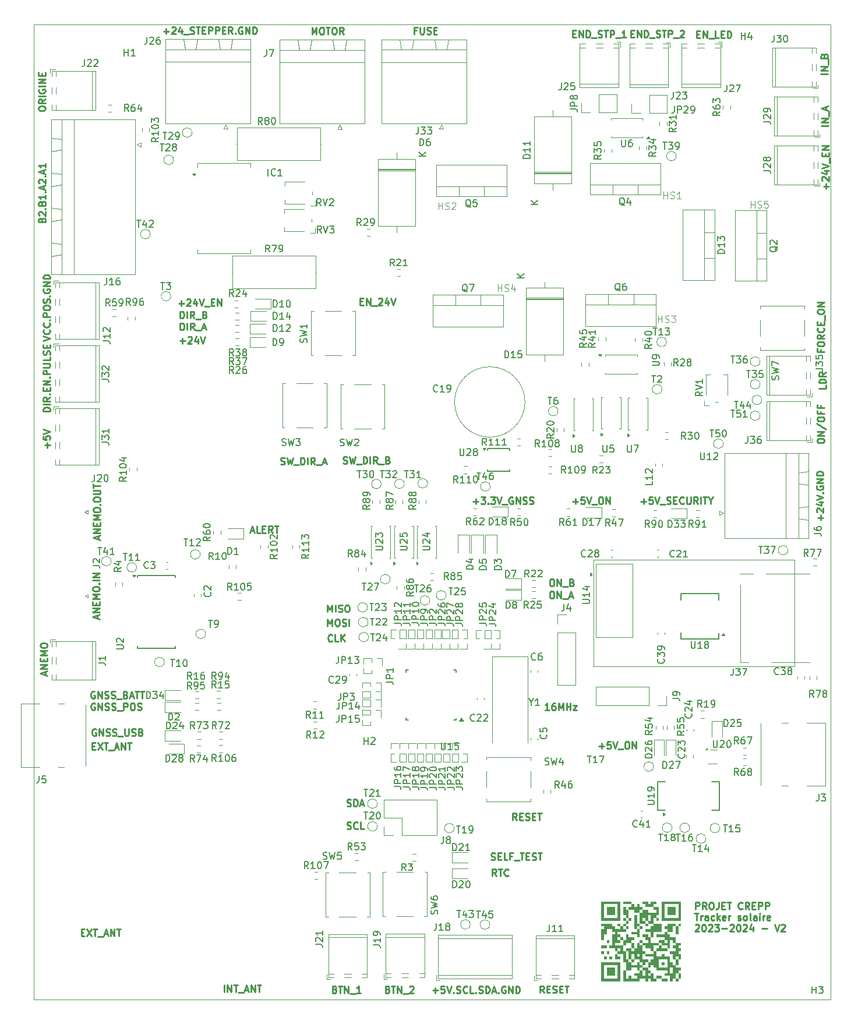
<source format=gbr>
%TF.GenerationSoftware,KiCad,Pcbnew,8.0.1*%
%TF.CreationDate,2024-08-10T17:13:53+02:00*%
%TF.ProjectId,Tracker,54726163-6b65-4722-9e6b-696361645f70,rev?*%
%TF.SameCoordinates,PX5aa5910PY998aa40*%
%TF.FileFunction,Legend,Top*%
%TF.FilePolarity,Positive*%
%FSLAX46Y46*%
G04 Gerber Fmt 4.6, Leading zero omitted, Abs format (unit mm)*
G04 Created by KiCad (PCBNEW 8.0.1) date 2024-08-10 17:13:53*
%MOMM*%
%LPD*%
G01*
G04 APERTURE LIST*
%ADD10C,0.250000*%
%ADD11C,0.150000*%
%ADD12C,0.100000*%
%ADD13C,0.120000*%
%ADD14C,0.000000*%
%TA.AperFunction,Profile*%
%ADD15C,0.100000*%
%TD*%
G04 APERTURE END LIST*
D10*
X27672568Y1045381D02*
X27672568Y2045381D01*
X28148758Y1045381D02*
X28148758Y2045381D01*
X28148758Y2045381D02*
X28720186Y1045381D01*
X28720186Y1045381D02*
X28720186Y2045381D01*
X29053520Y2045381D02*
X29624948Y2045381D01*
X29339234Y1045381D02*
X29339234Y2045381D01*
X29720187Y950143D02*
X30482091Y950143D01*
X30672568Y1331096D02*
X31148758Y1331096D01*
X30577330Y1045381D02*
X30910663Y2045381D01*
X30910663Y2045381D02*
X31243996Y1045381D01*
X31577330Y1045381D02*
X31577330Y2045381D01*
X31577330Y2045381D02*
X32148758Y1045381D01*
X32148758Y1045381D02*
X32148758Y2045381D01*
X32482092Y2045381D02*
X33053520Y2045381D01*
X32767806Y1045381D02*
X32767806Y2045381D01*
X113872619Y81075045D02*
X113872619Y81265521D01*
X113872619Y81265521D02*
X113920238Y81360759D01*
X113920238Y81360759D02*
X114015476Y81455997D01*
X114015476Y81455997D02*
X114205952Y81503616D01*
X114205952Y81503616D02*
X114539285Y81503616D01*
X114539285Y81503616D02*
X114729761Y81455997D01*
X114729761Y81455997D02*
X114825000Y81360759D01*
X114825000Y81360759D02*
X114872619Y81265521D01*
X114872619Y81265521D02*
X114872619Y81075045D01*
X114872619Y81075045D02*
X114825000Y80979807D01*
X114825000Y80979807D02*
X114729761Y80884569D01*
X114729761Y80884569D02*
X114539285Y80836950D01*
X114539285Y80836950D02*
X114205952Y80836950D01*
X114205952Y80836950D02*
X114015476Y80884569D01*
X114015476Y80884569D02*
X113920238Y80979807D01*
X113920238Y80979807D02*
X113872619Y81075045D01*
X114872619Y81932188D02*
X113872619Y81932188D01*
X113872619Y81932188D02*
X114872619Y82503616D01*
X114872619Y82503616D02*
X113872619Y82503616D01*
X113825000Y83694092D02*
X115110714Y82836950D01*
X113872619Y84217902D02*
X113872619Y84408378D01*
X113872619Y84408378D02*
X113920238Y84503616D01*
X113920238Y84503616D02*
X114015476Y84598854D01*
X114015476Y84598854D02*
X114205952Y84646473D01*
X114205952Y84646473D02*
X114539285Y84646473D01*
X114539285Y84646473D02*
X114729761Y84598854D01*
X114729761Y84598854D02*
X114825000Y84503616D01*
X114825000Y84503616D02*
X114872619Y84408378D01*
X114872619Y84408378D02*
X114872619Y84217902D01*
X114872619Y84217902D02*
X114825000Y84122664D01*
X114825000Y84122664D02*
X114729761Y84027426D01*
X114729761Y84027426D02*
X114539285Y83979807D01*
X114539285Y83979807D02*
X114205952Y83979807D01*
X114205952Y83979807D02*
X114015476Y84027426D01*
X114015476Y84027426D02*
X113920238Y84122664D01*
X113920238Y84122664D02*
X113872619Y84217902D01*
X114348809Y85408378D02*
X114348809Y85075045D01*
X114872619Y85075045D02*
X113872619Y85075045D01*
X113872619Y85075045D02*
X113872619Y85551235D01*
X114348809Y86265521D02*
X114348809Y85932188D01*
X114872619Y85932188D02*
X113872619Y85932188D01*
X113872619Y85932188D02*
X113872619Y86408378D01*
X114383666Y69602569D02*
X114383666Y70364473D01*
X114764619Y69983521D02*
X114002714Y69983521D01*
X113859857Y70793045D02*
X113812238Y70840664D01*
X113812238Y70840664D02*
X113764619Y70935902D01*
X113764619Y70935902D02*
X113764619Y71173997D01*
X113764619Y71173997D02*
X113812238Y71269235D01*
X113812238Y71269235D02*
X113859857Y71316854D01*
X113859857Y71316854D02*
X113955095Y71364473D01*
X113955095Y71364473D02*
X114050333Y71364473D01*
X114050333Y71364473D02*
X114193190Y71316854D01*
X114193190Y71316854D02*
X114764619Y70745426D01*
X114764619Y70745426D02*
X114764619Y71364473D01*
X114097952Y72221616D02*
X114764619Y72221616D01*
X113717000Y71983521D02*
X114431285Y71745426D01*
X114431285Y71745426D02*
X114431285Y72364473D01*
X113764619Y72602569D02*
X114764619Y72935902D01*
X114764619Y72935902D02*
X113764619Y73269235D01*
X114669380Y73602569D02*
X114717000Y73650188D01*
X114717000Y73650188D02*
X114764619Y73602569D01*
X114764619Y73602569D02*
X114717000Y73554950D01*
X114717000Y73554950D02*
X114669380Y73602569D01*
X114669380Y73602569D02*
X114764619Y73602569D01*
X113812238Y74602568D02*
X113764619Y74507330D01*
X113764619Y74507330D02*
X113764619Y74364473D01*
X113764619Y74364473D02*
X113812238Y74221616D01*
X113812238Y74221616D02*
X113907476Y74126378D01*
X113907476Y74126378D02*
X114002714Y74078759D01*
X114002714Y74078759D02*
X114193190Y74031140D01*
X114193190Y74031140D02*
X114336047Y74031140D01*
X114336047Y74031140D02*
X114526523Y74078759D01*
X114526523Y74078759D02*
X114621761Y74126378D01*
X114621761Y74126378D02*
X114717000Y74221616D01*
X114717000Y74221616D02*
X114764619Y74364473D01*
X114764619Y74364473D02*
X114764619Y74459711D01*
X114764619Y74459711D02*
X114717000Y74602568D01*
X114717000Y74602568D02*
X114669380Y74650187D01*
X114669380Y74650187D02*
X114336047Y74650187D01*
X114336047Y74650187D02*
X114336047Y74459711D01*
X114764619Y75078759D02*
X113764619Y75078759D01*
X113764619Y75078759D02*
X114764619Y75650187D01*
X114764619Y75650187D02*
X113764619Y75650187D01*
X114764619Y76126378D02*
X113764619Y76126378D01*
X113764619Y76126378D02*
X113764619Y76364473D01*
X113764619Y76364473D02*
X113812238Y76507330D01*
X113812238Y76507330D02*
X113907476Y76602568D01*
X113907476Y76602568D02*
X114002714Y76650187D01*
X114002714Y76650187D02*
X114193190Y76697806D01*
X114193190Y76697806D02*
X114336047Y76697806D01*
X114336047Y76697806D02*
X114526523Y76650187D01*
X114526523Y76650187D02*
X114621761Y76602568D01*
X114621761Y76602568D02*
X114717000Y76507330D01*
X114717000Y76507330D02*
X114764619Y76364473D01*
X114764619Y76364473D02*
X114764619Y76126378D01*
X51435901Y1434191D02*
X51578758Y1386572D01*
X51578758Y1386572D02*
X51626377Y1338953D01*
X51626377Y1338953D02*
X51673996Y1243715D01*
X51673996Y1243715D02*
X51673996Y1100858D01*
X51673996Y1100858D02*
X51626377Y1005620D01*
X51626377Y1005620D02*
X51578758Y958000D01*
X51578758Y958000D02*
X51483520Y910381D01*
X51483520Y910381D02*
X51102568Y910381D01*
X51102568Y910381D02*
X51102568Y1910381D01*
X51102568Y1910381D02*
X51435901Y1910381D01*
X51435901Y1910381D02*
X51531139Y1862762D01*
X51531139Y1862762D02*
X51578758Y1815143D01*
X51578758Y1815143D02*
X51626377Y1719905D01*
X51626377Y1719905D02*
X51626377Y1624667D01*
X51626377Y1624667D02*
X51578758Y1529429D01*
X51578758Y1529429D02*
X51531139Y1481810D01*
X51531139Y1481810D02*
X51435901Y1434191D01*
X51435901Y1434191D02*
X51102568Y1434191D01*
X51959711Y1910381D02*
X52531139Y1910381D01*
X52245425Y910381D02*
X52245425Y1910381D01*
X52864473Y910381D02*
X52864473Y1910381D01*
X52864473Y1910381D02*
X53435901Y910381D01*
X53435901Y910381D02*
X53435901Y1910381D01*
X53673997Y815143D02*
X54435901Y815143D01*
X54626378Y1815143D02*
X54673997Y1862762D01*
X54673997Y1862762D02*
X54769235Y1910381D01*
X54769235Y1910381D02*
X55007330Y1910381D01*
X55007330Y1910381D02*
X55102568Y1862762D01*
X55102568Y1862762D02*
X55150187Y1815143D01*
X55150187Y1815143D02*
X55197806Y1719905D01*
X55197806Y1719905D02*
X55197806Y1624667D01*
X55197806Y1624667D02*
X55150187Y1481810D01*
X55150187Y1481810D02*
X54578759Y910381D01*
X54578759Y910381D02*
X55197806Y910381D01*
X694619Y129363045D02*
X694619Y129553521D01*
X694619Y129553521D02*
X742238Y129648759D01*
X742238Y129648759D02*
X837476Y129743997D01*
X837476Y129743997D02*
X1027952Y129791616D01*
X1027952Y129791616D02*
X1361285Y129791616D01*
X1361285Y129791616D02*
X1551761Y129743997D01*
X1551761Y129743997D02*
X1647000Y129648759D01*
X1647000Y129648759D02*
X1694619Y129553521D01*
X1694619Y129553521D02*
X1694619Y129363045D01*
X1694619Y129363045D02*
X1647000Y129267807D01*
X1647000Y129267807D02*
X1551761Y129172569D01*
X1551761Y129172569D02*
X1361285Y129124950D01*
X1361285Y129124950D02*
X1027952Y129124950D01*
X1027952Y129124950D02*
X837476Y129172569D01*
X837476Y129172569D02*
X742238Y129267807D01*
X742238Y129267807D02*
X694619Y129363045D01*
X1694619Y130791616D02*
X1218428Y130458283D01*
X1694619Y130220188D02*
X694619Y130220188D01*
X694619Y130220188D02*
X694619Y130601140D01*
X694619Y130601140D02*
X742238Y130696378D01*
X742238Y130696378D02*
X789857Y130743997D01*
X789857Y130743997D02*
X885095Y130791616D01*
X885095Y130791616D02*
X1027952Y130791616D01*
X1027952Y130791616D02*
X1123190Y130743997D01*
X1123190Y130743997D02*
X1170809Y130696378D01*
X1170809Y130696378D02*
X1218428Y130601140D01*
X1218428Y130601140D02*
X1218428Y130220188D01*
X1694619Y131220188D02*
X694619Y131220188D01*
X742238Y132220187D02*
X694619Y132124949D01*
X694619Y132124949D02*
X694619Y131982092D01*
X694619Y131982092D02*
X742238Y131839235D01*
X742238Y131839235D02*
X837476Y131743997D01*
X837476Y131743997D02*
X932714Y131696378D01*
X932714Y131696378D02*
X1123190Y131648759D01*
X1123190Y131648759D02*
X1266047Y131648759D01*
X1266047Y131648759D02*
X1456523Y131696378D01*
X1456523Y131696378D02*
X1551761Y131743997D01*
X1551761Y131743997D02*
X1647000Y131839235D01*
X1647000Y131839235D02*
X1694619Y131982092D01*
X1694619Y131982092D02*
X1694619Y132077330D01*
X1694619Y132077330D02*
X1647000Y132220187D01*
X1647000Y132220187D02*
X1599380Y132267806D01*
X1599380Y132267806D02*
X1266047Y132267806D01*
X1266047Y132267806D02*
X1266047Y132077330D01*
X1694619Y132696378D02*
X694619Y132696378D01*
X1694619Y133172568D02*
X694619Y133172568D01*
X694619Y133172568D02*
X1694619Y133743996D01*
X1694619Y133743996D02*
X694619Y133743996D01*
X1170809Y134220187D02*
X1170809Y134553520D01*
X1694619Y134696377D02*
X1694619Y134220187D01*
X1694619Y134220187D02*
X694619Y134220187D01*
X694619Y134220187D02*
X694619Y134696377D01*
X82136568Y36802334D02*
X82898473Y36802334D01*
X82517520Y36421381D02*
X82517520Y37183286D01*
X83850853Y37421381D02*
X83374663Y37421381D01*
X83374663Y37421381D02*
X83327044Y36945191D01*
X83327044Y36945191D02*
X83374663Y36992810D01*
X83374663Y36992810D02*
X83469901Y37040429D01*
X83469901Y37040429D02*
X83707996Y37040429D01*
X83707996Y37040429D02*
X83803234Y36992810D01*
X83803234Y36992810D02*
X83850853Y36945191D01*
X83850853Y36945191D02*
X83898472Y36849953D01*
X83898472Y36849953D02*
X83898472Y36611858D01*
X83898472Y36611858D02*
X83850853Y36516620D01*
X83850853Y36516620D02*
X83803234Y36469000D01*
X83803234Y36469000D02*
X83707996Y36421381D01*
X83707996Y36421381D02*
X83469901Y36421381D01*
X83469901Y36421381D02*
X83374663Y36469000D01*
X83374663Y36469000D02*
X83327044Y36516620D01*
X84184187Y37421381D02*
X84517520Y36421381D01*
X84517520Y36421381D02*
X84850853Y37421381D01*
X84946092Y36326143D02*
X85707996Y36326143D01*
X86136568Y37421381D02*
X86327044Y37421381D01*
X86327044Y37421381D02*
X86422282Y37373762D01*
X86422282Y37373762D02*
X86517520Y37278524D01*
X86517520Y37278524D02*
X86565139Y37088048D01*
X86565139Y37088048D02*
X86565139Y36754715D01*
X86565139Y36754715D02*
X86517520Y36564239D01*
X86517520Y36564239D02*
X86422282Y36469000D01*
X86422282Y36469000D02*
X86327044Y36421381D01*
X86327044Y36421381D02*
X86136568Y36421381D01*
X86136568Y36421381D02*
X86041330Y36469000D01*
X86041330Y36469000D02*
X85946092Y36564239D01*
X85946092Y36564239D02*
X85898473Y36754715D01*
X85898473Y36754715D02*
X85898473Y37088048D01*
X85898473Y37088048D02*
X85946092Y37278524D01*
X85946092Y37278524D02*
X86041330Y37373762D01*
X86041330Y37373762D02*
X86136568Y37421381D01*
X86993711Y36421381D02*
X86993711Y37421381D01*
X86993711Y37421381D02*
X87565139Y36421381D01*
X87565139Y36421381D02*
X87565139Y37421381D01*
X8826377Y44687762D02*
X8731139Y44735381D01*
X8731139Y44735381D02*
X8588282Y44735381D01*
X8588282Y44735381D02*
X8445425Y44687762D01*
X8445425Y44687762D02*
X8350187Y44592524D01*
X8350187Y44592524D02*
X8302568Y44497286D01*
X8302568Y44497286D02*
X8254949Y44306810D01*
X8254949Y44306810D02*
X8254949Y44163953D01*
X8254949Y44163953D02*
X8302568Y43973477D01*
X8302568Y43973477D02*
X8350187Y43878239D01*
X8350187Y43878239D02*
X8445425Y43783000D01*
X8445425Y43783000D02*
X8588282Y43735381D01*
X8588282Y43735381D02*
X8683520Y43735381D01*
X8683520Y43735381D02*
X8826377Y43783000D01*
X8826377Y43783000D02*
X8873996Y43830620D01*
X8873996Y43830620D02*
X8873996Y44163953D01*
X8873996Y44163953D02*
X8683520Y44163953D01*
X9302568Y43735381D02*
X9302568Y44735381D01*
X9302568Y44735381D02*
X9873996Y43735381D01*
X9873996Y43735381D02*
X9873996Y44735381D01*
X10302568Y43783000D02*
X10445425Y43735381D01*
X10445425Y43735381D02*
X10683520Y43735381D01*
X10683520Y43735381D02*
X10778758Y43783000D01*
X10778758Y43783000D02*
X10826377Y43830620D01*
X10826377Y43830620D02*
X10873996Y43925858D01*
X10873996Y43925858D02*
X10873996Y44021096D01*
X10873996Y44021096D02*
X10826377Y44116334D01*
X10826377Y44116334D02*
X10778758Y44163953D01*
X10778758Y44163953D02*
X10683520Y44211572D01*
X10683520Y44211572D02*
X10493044Y44259191D01*
X10493044Y44259191D02*
X10397806Y44306810D01*
X10397806Y44306810D02*
X10350187Y44354429D01*
X10350187Y44354429D02*
X10302568Y44449667D01*
X10302568Y44449667D02*
X10302568Y44544905D01*
X10302568Y44544905D02*
X10350187Y44640143D01*
X10350187Y44640143D02*
X10397806Y44687762D01*
X10397806Y44687762D02*
X10493044Y44735381D01*
X10493044Y44735381D02*
X10731139Y44735381D01*
X10731139Y44735381D02*
X10873996Y44687762D01*
X11254949Y43783000D02*
X11397806Y43735381D01*
X11397806Y43735381D02*
X11635901Y43735381D01*
X11635901Y43735381D02*
X11731139Y43783000D01*
X11731139Y43783000D02*
X11778758Y43830620D01*
X11778758Y43830620D02*
X11826377Y43925858D01*
X11826377Y43925858D02*
X11826377Y44021096D01*
X11826377Y44021096D02*
X11778758Y44116334D01*
X11778758Y44116334D02*
X11731139Y44163953D01*
X11731139Y44163953D02*
X11635901Y44211572D01*
X11635901Y44211572D02*
X11445425Y44259191D01*
X11445425Y44259191D02*
X11350187Y44306810D01*
X11350187Y44306810D02*
X11302568Y44354429D01*
X11302568Y44354429D02*
X11254949Y44449667D01*
X11254949Y44449667D02*
X11254949Y44544905D01*
X11254949Y44544905D02*
X11302568Y44640143D01*
X11302568Y44640143D02*
X11350187Y44687762D01*
X11350187Y44687762D02*
X11445425Y44735381D01*
X11445425Y44735381D02*
X11683520Y44735381D01*
X11683520Y44735381D02*
X11826377Y44687762D01*
X12016854Y43640143D02*
X12778758Y43640143D01*
X13350187Y44259191D02*
X13493044Y44211572D01*
X13493044Y44211572D02*
X13540663Y44163953D01*
X13540663Y44163953D02*
X13588282Y44068715D01*
X13588282Y44068715D02*
X13588282Y43925858D01*
X13588282Y43925858D02*
X13540663Y43830620D01*
X13540663Y43830620D02*
X13493044Y43783000D01*
X13493044Y43783000D02*
X13397806Y43735381D01*
X13397806Y43735381D02*
X13016854Y43735381D01*
X13016854Y43735381D02*
X13016854Y44735381D01*
X13016854Y44735381D02*
X13350187Y44735381D01*
X13350187Y44735381D02*
X13445425Y44687762D01*
X13445425Y44687762D02*
X13493044Y44640143D01*
X13493044Y44640143D02*
X13540663Y44544905D01*
X13540663Y44544905D02*
X13540663Y44449667D01*
X13540663Y44449667D02*
X13493044Y44354429D01*
X13493044Y44354429D02*
X13445425Y44306810D01*
X13445425Y44306810D02*
X13350187Y44259191D01*
X13350187Y44259191D02*
X13016854Y44259191D01*
X13969235Y44021096D02*
X14445425Y44021096D01*
X13873997Y43735381D02*
X14207330Y44735381D01*
X14207330Y44735381D02*
X14540663Y43735381D01*
X14731140Y44735381D02*
X15302568Y44735381D01*
X15016854Y43735381D02*
X15016854Y44735381D01*
X15493045Y44735381D02*
X16064473Y44735381D01*
X15778759Y43735381D02*
X15778759Y44735381D01*
X42702568Y56285381D02*
X42702568Y57285381D01*
X42702568Y57285381D02*
X43035901Y56571096D01*
X43035901Y56571096D02*
X43369234Y57285381D01*
X43369234Y57285381D02*
X43369234Y56285381D01*
X43845425Y56285381D02*
X43845425Y57285381D01*
X44273996Y56333000D02*
X44416853Y56285381D01*
X44416853Y56285381D02*
X44654948Y56285381D01*
X44654948Y56285381D02*
X44750186Y56333000D01*
X44750186Y56333000D02*
X44797805Y56380620D01*
X44797805Y56380620D02*
X44845424Y56475858D01*
X44845424Y56475858D02*
X44845424Y56571096D01*
X44845424Y56571096D02*
X44797805Y56666334D01*
X44797805Y56666334D02*
X44750186Y56713953D01*
X44750186Y56713953D02*
X44654948Y56761572D01*
X44654948Y56761572D02*
X44464472Y56809191D01*
X44464472Y56809191D02*
X44369234Y56856810D01*
X44369234Y56856810D02*
X44321615Y56904429D01*
X44321615Y56904429D02*
X44273996Y56999667D01*
X44273996Y56999667D02*
X44273996Y57094905D01*
X44273996Y57094905D02*
X44321615Y57190143D01*
X44321615Y57190143D02*
X44369234Y57237762D01*
X44369234Y57237762D02*
X44464472Y57285381D01*
X44464472Y57285381D02*
X44702567Y57285381D01*
X44702567Y57285381D02*
X44845424Y57237762D01*
X45464472Y57285381D02*
X45654948Y57285381D01*
X45654948Y57285381D02*
X45750186Y57237762D01*
X45750186Y57237762D02*
X45845424Y57142524D01*
X45845424Y57142524D02*
X45893043Y56952048D01*
X45893043Y56952048D02*
X45893043Y56618715D01*
X45893043Y56618715D02*
X45845424Y56428239D01*
X45845424Y56428239D02*
X45750186Y56333000D01*
X45750186Y56333000D02*
X45654948Y56285381D01*
X45654948Y56285381D02*
X45464472Y56285381D01*
X45464472Y56285381D02*
X45369234Y56333000D01*
X45369234Y56333000D02*
X45273996Y56428239D01*
X45273996Y56428239D02*
X45226377Y56618715D01*
X45226377Y56618715D02*
X45226377Y56952048D01*
X45226377Y56952048D02*
X45273996Y57142524D01*
X45273996Y57142524D02*
X45369234Y57237762D01*
X45369234Y57237762D02*
X45464472Y57285381D01*
X18872568Y140686334D02*
X19634473Y140686334D01*
X19253520Y140305381D02*
X19253520Y141067286D01*
X20063044Y141210143D02*
X20110663Y141257762D01*
X20110663Y141257762D02*
X20205901Y141305381D01*
X20205901Y141305381D02*
X20443996Y141305381D01*
X20443996Y141305381D02*
X20539234Y141257762D01*
X20539234Y141257762D02*
X20586853Y141210143D01*
X20586853Y141210143D02*
X20634472Y141114905D01*
X20634472Y141114905D02*
X20634472Y141019667D01*
X20634472Y141019667D02*
X20586853Y140876810D01*
X20586853Y140876810D02*
X20015425Y140305381D01*
X20015425Y140305381D02*
X20634472Y140305381D01*
X21491615Y140972048D02*
X21491615Y140305381D01*
X21253520Y141353000D02*
X21015425Y140638715D01*
X21015425Y140638715D02*
X21634472Y140638715D01*
X21777330Y140210143D02*
X22539234Y140210143D01*
X22729711Y140353000D02*
X22872568Y140305381D01*
X22872568Y140305381D02*
X23110663Y140305381D01*
X23110663Y140305381D02*
X23205901Y140353000D01*
X23205901Y140353000D02*
X23253520Y140400620D01*
X23253520Y140400620D02*
X23301139Y140495858D01*
X23301139Y140495858D02*
X23301139Y140591096D01*
X23301139Y140591096D02*
X23253520Y140686334D01*
X23253520Y140686334D02*
X23205901Y140733953D01*
X23205901Y140733953D02*
X23110663Y140781572D01*
X23110663Y140781572D02*
X22920187Y140829191D01*
X22920187Y140829191D02*
X22824949Y140876810D01*
X22824949Y140876810D02*
X22777330Y140924429D01*
X22777330Y140924429D02*
X22729711Y141019667D01*
X22729711Y141019667D02*
X22729711Y141114905D01*
X22729711Y141114905D02*
X22777330Y141210143D01*
X22777330Y141210143D02*
X22824949Y141257762D01*
X22824949Y141257762D02*
X22920187Y141305381D01*
X22920187Y141305381D02*
X23158282Y141305381D01*
X23158282Y141305381D02*
X23301139Y141257762D01*
X23586854Y141305381D02*
X24158282Y141305381D01*
X23872568Y140305381D02*
X23872568Y141305381D01*
X24491616Y140829191D02*
X24824949Y140829191D01*
X24967806Y140305381D02*
X24491616Y140305381D01*
X24491616Y140305381D02*
X24491616Y141305381D01*
X24491616Y141305381D02*
X24967806Y141305381D01*
X25396378Y140305381D02*
X25396378Y141305381D01*
X25396378Y141305381D02*
X25777330Y141305381D01*
X25777330Y141305381D02*
X25872568Y141257762D01*
X25872568Y141257762D02*
X25920187Y141210143D01*
X25920187Y141210143D02*
X25967806Y141114905D01*
X25967806Y141114905D02*
X25967806Y140972048D01*
X25967806Y140972048D02*
X25920187Y140876810D01*
X25920187Y140876810D02*
X25872568Y140829191D01*
X25872568Y140829191D02*
X25777330Y140781572D01*
X25777330Y140781572D02*
X25396378Y140781572D01*
X26396378Y140305381D02*
X26396378Y141305381D01*
X26396378Y141305381D02*
X26777330Y141305381D01*
X26777330Y141305381D02*
X26872568Y141257762D01*
X26872568Y141257762D02*
X26920187Y141210143D01*
X26920187Y141210143D02*
X26967806Y141114905D01*
X26967806Y141114905D02*
X26967806Y140972048D01*
X26967806Y140972048D02*
X26920187Y140876810D01*
X26920187Y140876810D02*
X26872568Y140829191D01*
X26872568Y140829191D02*
X26777330Y140781572D01*
X26777330Y140781572D02*
X26396378Y140781572D01*
X27396378Y140829191D02*
X27729711Y140829191D01*
X27872568Y140305381D02*
X27396378Y140305381D01*
X27396378Y140305381D02*
X27396378Y141305381D01*
X27396378Y141305381D02*
X27872568Y141305381D01*
X28872568Y140305381D02*
X28539235Y140781572D01*
X28301140Y140305381D02*
X28301140Y141305381D01*
X28301140Y141305381D02*
X28682092Y141305381D01*
X28682092Y141305381D02*
X28777330Y141257762D01*
X28777330Y141257762D02*
X28824949Y141210143D01*
X28824949Y141210143D02*
X28872568Y141114905D01*
X28872568Y141114905D02*
X28872568Y140972048D01*
X28872568Y140972048D02*
X28824949Y140876810D01*
X28824949Y140876810D02*
X28777330Y140829191D01*
X28777330Y140829191D02*
X28682092Y140781572D01*
X28682092Y140781572D02*
X28301140Y140781572D01*
X29301140Y140400620D02*
X29348759Y140353000D01*
X29348759Y140353000D02*
X29301140Y140305381D01*
X29301140Y140305381D02*
X29253521Y140353000D01*
X29253521Y140353000D02*
X29301140Y140400620D01*
X29301140Y140400620D02*
X29301140Y140305381D01*
X30301139Y141257762D02*
X30205901Y141305381D01*
X30205901Y141305381D02*
X30063044Y141305381D01*
X30063044Y141305381D02*
X29920187Y141257762D01*
X29920187Y141257762D02*
X29824949Y141162524D01*
X29824949Y141162524D02*
X29777330Y141067286D01*
X29777330Y141067286D02*
X29729711Y140876810D01*
X29729711Y140876810D02*
X29729711Y140733953D01*
X29729711Y140733953D02*
X29777330Y140543477D01*
X29777330Y140543477D02*
X29824949Y140448239D01*
X29824949Y140448239D02*
X29920187Y140353000D01*
X29920187Y140353000D02*
X30063044Y140305381D01*
X30063044Y140305381D02*
X30158282Y140305381D01*
X30158282Y140305381D02*
X30301139Y140353000D01*
X30301139Y140353000D02*
X30348758Y140400620D01*
X30348758Y140400620D02*
X30348758Y140733953D01*
X30348758Y140733953D02*
X30158282Y140733953D01*
X30777330Y140305381D02*
X30777330Y141305381D01*
X30777330Y141305381D02*
X31348758Y140305381D01*
X31348758Y140305381D02*
X31348758Y141305381D01*
X31824949Y140305381D02*
X31824949Y141305381D01*
X31824949Y141305381D02*
X32063044Y141305381D01*
X32063044Y141305381D02*
X32205901Y141257762D01*
X32205901Y141257762D02*
X32301139Y141162524D01*
X32301139Y141162524D02*
X32348758Y141067286D01*
X32348758Y141067286D02*
X32396377Y140876810D01*
X32396377Y140876810D02*
X32396377Y140733953D01*
X32396377Y140733953D02*
X32348758Y140543477D01*
X32348758Y140543477D02*
X32301139Y140448239D01*
X32301139Y140448239D02*
X32205901Y140353000D01*
X32205901Y140353000D02*
X32063044Y140305381D01*
X32063044Y140305381D02*
X31824949Y140305381D01*
X9026377Y39237762D02*
X8931139Y39285381D01*
X8931139Y39285381D02*
X8788282Y39285381D01*
X8788282Y39285381D02*
X8645425Y39237762D01*
X8645425Y39237762D02*
X8550187Y39142524D01*
X8550187Y39142524D02*
X8502568Y39047286D01*
X8502568Y39047286D02*
X8454949Y38856810D01*
X8454949Y38856810D02*
X8454949Y38713953D01*
X8454949Y38713953D02*
X8502568Y38523477D01*
X8502568Y38523477D02*
X8550187Y38428239D01*
X8550187Y38428239D02*
X8645425Y38333000D01*
X8645425Y38333000D02*
X8788282Y38285381D01*
X8788282Y38285381D02*
X8883520Y38285381D01*
X8883520Y38285381D02*
X9026377Y38333000D01*
X9026377Y38333000D02*
X9073996Y38380620D01*
X9073996Y38380620D02*
X9073996Y38713953D01*
X9073996Y38713953D02*
X8883520Y38713953D01*
X9502568Y38285381D02*
X9502568Y39285381D01*
X9502568Y39285381D02*
X10073996Y38285381D01*
X10073996Y38285381D02*
X10073996Y39285381D01*
X10502568Y38333000D02*
X10645425Y38285381D01*
X10645425Y38285381D02*
X10883520Y38285381D01*
X10883520Y38285381D02*
X10978758Y38333000D01*
X10978758Y38333000D02*
X11026377Y38380620D01*
X11026377Y38380620D02*
X11073996Y38475858D01*
X11073996Y38475858D02*
X11073996Y38571096D01*
X11073996Y38571096D02*
X11026377Y38666334D01*
X11026377Y38666334D02*
X10978758Y38713953D01*
X10978758Y38713953D02*
X10883520Y38761572D01*
X10883520Y38761572D02*
X10693044Y38809191D01*
X10693044Y38809191D02*
X10597806Y38856810D01*
X10597806Y38856810D02*
X10550187Y38904429D01*
X10550187Y38904429D02*
X10502568Y38999667D01*
X10502568Y38999667D02*
X10502568Y39094905D01*
X10502568Y39094905D02*
X10550187Y39190143D01*
X10550187Y39190143D02*
X10597806Y39237762D01*
X10597806Y39237762D02*
X10693044Y39285381D01*
X10693044Y39285381D02*
X10931139Y39285381D01*
X10931139Y39285381D02*
X11073996Y39237762D01*
X11454949Y38333000D02*
X11597806Y38285381D01*
X11597806Y38285381D02*
X11835901Y38285381D01*
X11835901Y38285381D02*
X11931139Y38333000D01*
X11931139Y38333000D02*
X11978758Y38380620D01*
X11978758Y38380620D02*
X12026377Y38475858D01*
X12026377Y38475858D02*
X12026377Y38571096D01*
X12026377Y38571096D02*
X11978758Y38666334D01*
X11978758Y38666334D02*
X11931139Y38713953D01*
X11931139Y38713953D02*
X11835901Y38761572D01*
X11835901Y38761572D02*
X11645425Y38809191D01*
X11645425Y38809191D02*
X11550187Y38856810D01*
X11550187Y38856810D02*
X11502568Y38904429D01*
X11502568Y38904429D02*
X11454949Y38999667D01*
X11454949Y38999667D02*
X11454949Y39094905D01*
X11454949Y39094905D02*
X11502568Y39190143D01*
X11502568Y39190143D02*
X11550187Y39237762D01*
X11550187Y39237762D02*
X11645425Y39285381D01*
X11645425Y39285381D02*
X11883520Y39285381D01*
X11883520Y39285381D02*
X12026377Y39237762D01*
X12216854Y38190143D02*
X12978758Y38190143D01*
X13216854Y39285381D02*
X13216854Y38475858D01*
X13216854Y38475858D02*
X13264473Y38380620D01*
X13264473Y38380620D02*
X13312092Y38333000D01*
X13312092Y38333000D02*
X13407330Y38285381D01*
X13407330Y38285381D02*
X13597806Y38285381D01*
X13597806Y38285381D02*
X13693044Y38333000D01*
X13693044Y38333000D02*
X13740663Y38380620D01*
X13740663Y38380620D02*
X13788282Y38475858D01*
X13788282Y38475858D02*
X13788282Y39285381D01*
X14216854Y38333000D02*
X14359711Y38285381D01*
X14359711Y38285381D02*
X14597806Y38285381D01*
X14597806Y38285381D02*
X14693044Y38333000D01*
X14693044Y38333000D02*
X14740663Y38380620D01*
X14740663Y38380620D02*
X14788282Y38475858D01*
X14788282Y38475858D02*
X14788282Y38571096D01*
X14788282Y38571096D02*
X14740663Y38666334D01*
X14740663Y38666334D02*
X14693044Y38713953D01*
X14693044Y38713953D02*
X14597806Y38761572D01*
X14597806Y38761572D02*
X14407330Y38809191D01*
X14407330Y38809191D02*
X14312092Y38856810D01*
X14312092Y38856810D02*
X14264473Y38904429D01*
X14264473Y38904429D02*
X14216854Y38999667D01*
X14216854Y38999667D02*
X14216854Y39094905D01*
X14216854Y39094905D02*
X14264473Y39190143D01*
X14264473Y39190143D02*
X14312092Y39237762D01*
X14312092Y39237762D02*
X14407330Y39285381D01*
X14407330Y39285381D02*
X14645425Y39285381D01*
X14645425Y39285381D02*
X14788282Y39237762D01*
X15550187Y38809191D02*
X15693044Y38761572D01*
X15693044Y38761572D02*
X15740663Y38713953D01*
X15740663Y38713953D02*
X15788282Y38618715D01*
X15788282Y38618715D02*
X15788282Y38475858D01*
X15788282Y38475858D02*
X15740663Y38380620D01*
X15740663Y38380620D02*
X15693044Y38333000D01*
X15693044Y38333000D02*
X15597806Y38285381D01*
X15597806Y38285381D02*
X15216854Y38285381D01*
X15216854Y38285381D02*
X15216854Y39285381D01*
X15216854Y39285381D02*
X15550187Y39285381D01*
X15550187Y39285381D02*
X15645425Y39237762D01*
X15645425Y39237762D02*
X15693044Y39190143D01*
X15693044Y39190143D02*
X15740663Y39094905D01*
X15740663Y39094905D02*
X15740663Y38999667D01*
X15740663Y38999667D02*
X15693044Y38904429D01*
X15693044Y38904429D02*
X15645425Y38856810D01*
X15645425Y38856810D02*
X15550187Y38809191D01*
X15550187Y38809191D02*
X15216854Y38809191D01*
X6902568Y9709191D02*
X7235901Y9709191D01*
X7378758Y9185381D02*
X6902568Y9185381D01*
X6902568Y9185381D02*
X6902568Y10185381D01*
X6902568Y10185381D02*
X7378758Y10185381D01*
X7712092Y10185381D02*
X8378758Y9185381D01*
X8378758Y10185381D02*
X7712092Y9185381D01*
X8616854Y10185381D02*
X9188282Y10185381D01*
X8902568Y9185381D02*
X8902568Y10185381D01*
X9283521Y9090143D02*
X10045425Y9090143D01*
X10235902Y9471096D02*
X10712092Y9471096D01*
X10140664Y9185381D02*
X10473997Y10185381D01*
X10473997Y10185381D02*
X10807330Y9185381D01*
X11140664Y9185381D02*
X11140664Y10185381D01*
X11140664Y10185381D02*
X11712092Y9185381D01*
X11712092Y9185381D02*
X11712092Y10185381D01*
X12045426Y10185381D02*
X12616854Y10185381D01*
X12331140Y9185381D02*
X12331140Y10185381D01*
X78352568Y140309191D02*
X78685901Y140309191D01*
X78828758Y139785381D02*
X78352568Y139785381D01*
X78352568Y139785381D02*
X78352568Y140785381D01*
X78352568Y140785381D02*
X78828758Y140785381D01*
X79257330Y139785381D02*
X79257330Y140785381D01*
X79257330Y140785381D02*
X79828758Y139785381D01*
X79828758Y139785381D02*
X79828758Y140785381D01*
X80304949Y139785381D02*
X80304949Y140785381D01*
X80304949Y140785381D02*
X80543044Y140785381D01*
X80543044Y140785381D02*
X80685901Y140737762D01*
X80685901Y140737762D02*
X80781139Y140642524D01*
X80781139Y140642524D02*
X80828758Y140547286D01*
X80828758Y140547286D02*
X80876377Y140356810D01*
X80876377Y140356810D02*
X80876377Y140213953D01*
X80876377Y140213953D02*
X80828758Y140023477D01*
X80828758Y140023477D02*
X80781139Y139928239D01*
X80781139Y139928239D02*
X80685901Y139833000D01*
X80685901Y139833000D02*
X80543044Y139785381D01*
X80543044Y139785381D02*
X80304949Y139785381D01*
X81066854Y139690143D02*
X81828758Y139690143D01*
X82019235Y139833000D02*
X82162092Y139785381D01*
X82162092Y139785381D02*
X82400187Y139785381D01*
X82400187Y139785381D02*
X82495425Y139833000D01*
X82495425Y139833000D02*
X82543044Y139880620D01*
X82543044Y139880620D02*
X82590663Y139975858D01*
X82590663Y139975858D02*
X82590663Y140071096D01*
X82590663Y140071096D02*
X82543044Y140166334D01*
X82543044Y140166334D02*
X82495425Y140213953D01*
X82495425Y140213953D02*
X82400187Y140261572D01*
X82400187Y140261572D02*
X82209711Y140309191D01*
X82209711Y140309191D02*
X82114473Y140356810D01*
X82114473Y140356810D02*
X82066854Y140404429D01*
X82066854Y140404429D02*
X82019235Y140499667D01*
X82019235Y140499667D02*
X82019235Y140594905D01*
X82019235Y140594905D02*
X82066854Y140690143D01*
X82066854Y140690143D02*
X82114473Y140737762D01*
X82114473Y140737762D02*
X82209711Y140785381D01*
X82209711Y140785381D02*
X82447806Y140785381D01*
X82447806Y140785381D02*
X82590663Y140737762D01*
X82876378Y140785381D02*
X83447806Y140785381D01*
X83162092Y139785381D02*
X83162092Y140785381D01*
X83781140Y139785381D02*
X83781140Y140785381D01*
X83781140Y140785381D02*
X84162092Y140785381D01*
X84162092Y140785381D02*
X84257330Y140737762D01*
X84257330Y140737762D02*
X84304949Y140690143D01*
X84304949Y140690143D02*
X84352568Y140594905D01*
X84352568Y140594905D02*
X84352568Y140452048D01*
X84352568Y140452048D02*
X84304949Y140356810D01*
X84304949Y140356810D02*
X84257330Y140309191D01*
X84257330Y140309191D02*
X84162092Y140261572D01*
X84162092Y140261572D02*
X83781140Y140261572D01*
X84543045Y139690143D02*
X85304949Y139690143D01*
X86066854Y139785381D02*
X85495426Y139785381D01*
X85781140Y139785381D02*
X85781140Y140785381D01*
X85781140Y140785381D02*
X85685902Y140642524D01*
X85685902Y140642524D02*
X85590664Y140547286D01*
X85590664Y140547286D02*
X85495426Y140499667D01*
X115389619Y134502569D02*
X114389619Y134502569D01*
X115389619Y134978759D02*
X114389619Y134978759D01*
X114389619Y134978759D02*
X115389619Y135550187D01*
X115389619Y135550187D02*
X114389619Y135550187D01*
X115484857Y135788282D02*
X115484857Y136550187D01*
X114865809Y137121616D02*
X114913428Y137264473D01*
X114913428Y137264473D02*
X114961047Y137312092D01*
X114961047Y137312092D02*
X115056285Y137359711D01*
X115056285Y137359711D02*
X115199142Y137359711D01*
X115199142Y137359711D02*
X115294380Y137312092D01*
X115294380Y137312092D02*
X115342000Y137264473D01*
X115342000Y137264473D02*
X115389619Y137169235D01*
X115389619Y137169235D02*
X115389619Y136788283D01*
X115389619Y136788283D02*
X114389619Y136788283D01*
X114389619Y136788283D02*
X114389619Y137121616D01*
X114389619Y137121616D02*
X114437238Y137216854D01*
X114437238Y137216854D02*
X114484857Y137264473D01*
X114484857Y137264473D02*
X114580095Y137312092D01*
X114580095Y137312092D02*
X114675333Y137312092D01*
X114675333Y137312092D02*
X114770571Y137264473D01*
X114770571Y137264473D02*
X114818190Y137216854D01*
X114818190Y137216854D02*
X114865809Y137121616D01*
X114865809Y137121616D02*
X114865809Y136788283D01*
X8876377Y42987762D02*
X8781139Y43035381D01*
X8781139Y43035381D02*
X8638282Y43035381D01*
X8638282Y43035381D02*
X8495425Y42987762D01*
X8495425Y42987762D02*
X8400187Y42892524D01*
X8400187Y42892524D02*
X8352568Y42797286D01*
X8352568Y42797286D02*
X8304949Y42606810D01*
X8304949Y42606810D02*
X8304949Y42463953D01*
X8304949Y42463953D02*
X8352568Y42273477D01*
X8352568Y42273477D02*
X8400187Y42178239D01*
X8400187Y42178239D02*
X8495425Y42083000D01*
X8495425Y42083000D02*
X8638282Y42035381D01*
X8638282Y42035381D02*
X8733520Y42035381D01*
X8733520Y42035381D02*
X8876377Y42083000D01*
X8876377Y42083000D02*
X8923996Y42130620D01*
X8923996Y42130620D02*
X8923996Y42463953D01*
X8923996Y42463953D02*
X8733520Y42463953D01*
X9352568Y42035381D02*
X9352568Y43035381D01*
X9352568Y43035381D02*
X9923996Y42035381D01*
X9923996Y42035381D02*
X9923996Y43035381D01*
X10352568Y42083000D02*
X10495425Y42035381D01*
X10495425Y42035381D02*
X10733520Y42035381D01*
X10733520Y42035381D02*
X10828758Y42083000D01*
X10828758Y42083000D02*
X10876377Y42130620D01*
X10876377Y42130620D02*
X10923996Y42225858D01*
X10923996Y42225858D02*
X10923996Y42321096D01*
X10923996Y42321096D02*
X10876377Y42416334D01*
X10876377Y42416334D02*
X10828758Y42463953D01*
X10828758Y42463953D02*
X10733520Y42511572D01*
X10733520Y42511572D02*
X10543044Y42559191D01*
X10543044Y42559191D02*
X10447806Y42606810D01*
X10447806Y42606810D02*
X10400187Y42654429D01*
X10400187Y42654429D02*
X10352568Y42749667D01*
X10352568Y42749667D02*
X10352568Y42844905D01*
X10352568Y42844905D02*
X10400187Y42940143D01*
X10400187Y42940143D02*
X10447806Y42987762D01*
X10447806Y42987762D02*
X10543044Y43035381D01*
X10543044Y43035381D02*
X10781139Y43035381D01*
X10781139Y43035381D02*
X10923996Y42987762D01*
X11304949Y42083000D02*
X11447806Y42035381D01*
X11447806Y42035381D02*
X11685901Y42035381D01*
X11685901Y42035381D02*
X11781139Y42083000D01*
X11781139Y42083000D02*
X11828758Y42130620D01*
X11828758Y42130620D02*
X11876377Y42225858D01*
X11876377Y42225858D02*
X11876377Y42321096D01*
X11876377Y42321096D02*
X11828758Y42416334D01*
X11828758Y42416334D02*
X11781139Y42463953D01*
X11781139Y42463953D02*
X11685901Y42511572D01*
X11685901Y42511572D02*
X11495425Y42559191D01*
X11495425Y42559191D02*
X11400187Y42606810D01*
X11400187Y42606810D02*
X11352568Y42654429D01*
X11352568Y42654429D02*
X11304949Y42749667D01*
X11304949Y42749667D02*
X11304949Y42844905D01*
X11304949Y42844905D02*
X11352568Y42940143D01*
X11352568Y42940143D02*
X11400187Y42987762D01*
X11400187Y42987762D02*
X11495425Y43035381D01*
X11495425Y43035381D02*
X11733520Y43035381D01*
X11733520Y43035381D02*
X11876377Y42987762D01*
X12066854Y41940143D02*
X12828758Y41940143D01*
X13066854Y42035381D02*
X13066854Y43035381D01*
X13066854Y43035381D02*
X13447806Y43035381D01*
X13447806Y43035381D02*
X13543044Y42987762D01*
X13543044Y42987762D02*
X13590663Y42940143D01*
X13590663Y42940143D02*
X13638282Y42844905D01*
X13638282Y42844905D02*
X13638282Y42702048D01*
X13638282Y42702048D02*
X13590663Y42606810D01*
X13590663Y42606810D02*
X13543044Y42559191D01*
X13543044Y42559191D02*
X13447806Y42511572D01*
X13447806Y42511572D02*
X13066854Y42511572D01*
X14257330Y43035381D02*
X14447806Y43035381D01*
X14447806Y43035381D02*
X14543044Y42987762D01*
X14543044Y42987762D02*
X14638282Y42892524D01*
X14638282Y42892524D02*
X14685901Y42702048D01*
X14685901Y42702048D02*
X14685901Y42368715D01*
X14685901Y42368715D02*
X14638282Y42178239D01*
X14638282Y42178239D02*
X14543044Y42083000D01*
X14543044Y42083000D02*
X14447806Y42035381D01*
X14447806Y42035381D02*
X14257330Y42035381D01*
X14257330Y42035381D02*
X14162092Y42083000D01*
X14162092Y42083000D02*
X14066854Y42178239D01*
X14066854Y42178239D02*
X14019235Y42368715D01*
X14019235Y42368715D02*
X14019235Y42702048D01*
X14019235Y42702048D02*
X14066854Y42892524D01*
X14066854Y42892524D02*
X14162092Y42987762D01*
X14162092Y42987762D02*
X14257330Y43035381D01*
X15066854Y42083000D02*
X15209711Y42035381D01*
X15209711Y42035381D02*
X15447806Y42035381D01*
X15447806Y42035381D02*
X15543044Y42083000D01*
X15543044Y42083000D02*
X15590663Y42130620D01*
X15590663Y42130620D02*
X15638282Y42225858D01*
X15638282Y42225858D02*
X15638282Y42321096D01*
X15638282Y42321096D02*
X15590663Y42416334D01*
X15590663Y42416334D02*
X15543044Y42463953D01*
X15543044Y42463953D02*
X15447806Y42511572D01*
X15447806Y42511572D02*
X15257330Y42559191D01*
X15257330Y42559191D02*
X15162092Y42606810D01*
X15162092Y42606810D02*
X15114473Y42654429D01*
X15114473Y42654429D02*
X15066854Y42749667D01*
X15066854Y42749667D02*
X15066854Y42844905D01*
X15066854Y42844905D02*
X15114473Y42940143D01*
X15114473Y42940143D02*
X15162092Y42987762D01*
X15162092Y42987762D02*
X15257330Y43035381D01*
X15257330Y43035381D02*
X15495425Y43035381D01*
X15495425Y43035381D02*
X15638282Y42987762D01*
X88232568Y72362334D02*
X88994473Y72362334D01*
X88613520Y71981381D02*
X88613520Y72743286D01*
X89946853Y72981381D02*
X89470663Y72981381D01*
X89470663Y72981381D02*
X89423044Y72505191D01*
X89423044Y72505191D02*
X89470663Y72552810D01*
X89470663Y72552810D02*
X89565901Y72600429D01*
X89565901Y72600429D02*
X89803996Y72600429D01*
X89803996Y72600429D02*
X89899234Y72552810D01*
X89899234Y72552810D02*
X89946853Y72505191D01*
X89946853Y72505191D02*
X89994472Y72409953D01*
X89994472Y72409953D02*
X89994472Y72171858D01*
X89994472Y72171858D02*
X89946853Y72076620D01*
X89946853Y72076620D02*
X89899234Y72029000D01*
X89899234Y72029000D02*
X89803996Y71981381D01*
X89803996Y71981381D02*
X89565901Y71981381D01*
X89565901Y71981381D02*
X89470663Y72029000D01*
X89470663Y72029000D02*
X89423044Y72076620D01*
X90280187Y72981381D02*
X90613520Y71981381D01*
X90613520Y71981381D02*
X90946853Y72981381D01*
X91042092Y71886143D02*
X91803996Y71886143D01*
X91994473Y72029000D02*
X92137330Y71981381D01*
X92137330Y71981381D02*
X92375425Y71981381D01*
X92375425Y71981381D02*
X92470663Y72029000D01*
X92470663Y72029000D02*
X92518282Y72076620D01*
X92518282Y72076620D02*
X92565901Y72171858D01*
X92565901Y72171858D02*
X92565901Y72267096D01*
X92565901Y72267096D02*
X92518282Y72362334D01*
X92518282Y72362334D02*
X92470663Y72409953D01*
X92470663Y72409953D02*
X92375425Y72457572D01*
X92375425Y72457572D02*
X92184949Y72505191D01*
X92184949Y72505191D02*
X92089711Y72552810D01*
X92089711Y72552810D02*
X92042092Y72600429D01*
X92042092Y72600429D02*
X91994473Y72695667D01*
X91994473Y72695667D02*
X91994473Y72790905D01*
X91994473Y72790905D02*
X92042092Y72886143D01*
X92042092Y72886143D02*
X92089711Y72933762D01*
X92089711Y72933762D02*
X92184949Y72981381D01*
X92184949Y72981381D02*
X92423044Y72981381D01*
X92423044Y72981381D02*
X92565901Y72933762D01*
X92994473Y72505191D02*
X93327806Y72505191D01*
X93470663Y71981381D02*
X92994473Y71981381D01*
X92994473Y71981381D02*
X92994473Y72981381D01*
X92994473Y72981381D02*
X93470663Y72981381D01*
X94470663Y72076620D02*
X94423044Y72029000D01*
X94423044Y72029000D02*
X94280187Y71981381D01*
X94280187Y71981381D02*
X94184949Y71981381D01*
X94184949Y71981381D02*
X94042092Y72029000D01*
X94042092Y72029000D02*
X93946854Y72124239D01*
X93946854Y72124239D02*
X93899235Y72219477D01*
X93899235Y72219477D02*
X93851616Y72409953D01*
X93851616Y72409953D02*
X93851616Y72552810D01*
X93851616Y72552810D02*
X93899235Y72743286D01*
X93899235Y72743286D02*
X93946854Y72838524D01*
X93946854Y72838524D02*
X94042092Y72933762D01*
X94042092Y72933762D02*
X94184949Y72981381D01*
X94184949Y72981381D02*
X94280187Y72981381D01*
X94280187Y72981381D02*
X94423044Y72933762D01*
X94423044Y72933762D02*
X94470663Y72886143D01*
X94899235Y72981381D02*
X94899235Y72171858D01*
X94899235Y72171858D02*
X94946854Y72076620D01*
X94946854Y72076620D02*
X94994473Y72029000D01*
X94994473Y72029000D02*
X95089711Y71981381D01*
X95089711Y71981381D02*
X95280187Y71981381D01*
X95280187Y71981381D02*
X95375425Y72029000D01*
X95375425Y72029000D02*
X95423044Y72076620D01*
X95423044Y72076620D02*
X95470663Y72171858D01*
X95470663Y72171858D02*
X95470663Y72981381D01*
X96518282Y71981381D02*
X96184949Y72457572D01*
X95946854Y71981381D02*
X95946854Y72981381D01*
X95946854Y72981381D02*
X96327806Y72981381D01*
X96327806Y72981381D02*
X96423044Y72933762D01*
X96423044Y72933762D02*
X96470663Y72886143D01*
X96470663Y72886143D02*
X96518282Y72790905D01*
X96518282Y72790905D02*
X96518282Y72648048D01*
X96518282Y72648048D02*
X96470663Y72552810D01*
X96470663Y72552810D02*
X96423044Y72505191D01*
X96423044Y72505191D02*
X96327806Y72457572D01*
X96327806Y72457572D02*
X95946854Y72457572D01*
X96946854Y71981381D02*
X96946854Y72981381D01*
X97280187Y72981381D02*
X97851615Y72981381D01*
X97565901Y71981381D02*
X97565901Y72981381D01*
X98375425Y72457572D02*
X98375425Y71981381D01*
X98042092Y72981381D02*
X98375425Y72457572D01*
X98375425Y72457572D02*
X98708758Y72981381D01*
X21042568Y101136334D02*
X21804473Y101136334D01*
X21423520Y100755381D02*
X21423520Y101517286D01*
X22233044Y101660143D02*
X22280663Y101707762D01*
X22280663Y101707762D02*
X22375901Y101755381D01*
X22375901Y101755381D02*
X22613996Y101755381D01*
X22613996Y101755381D02*
X22709234Y101707762D01*
X22709234Y101707762D02*
X22756853Y101660143D01*
X22756853Y101660143D02*
X22804472Y101564905D01*
X22804472Y101564905D02*
X22804472Y101469667D01*
X22804472Y101469667D02*
X22756853Y101326810D01*
X22756853Y101326810D02*
X22185425Y100755381D01*
X22185425Y100755381D02*
X22804472Y100755381D01*
X23661615Y101422048D02*
X23661615Y100755381D01*
X23423520Y101803000D02*
X23185425Y101088715D01*
X23185425Y101088715D02*
X23804472Y101088715D01*
X24042568Y101755381D02*
X24375901Y100755381D01*
X24375901Y100755381D02*
X24709234Y101755381D01*
X24804473Y100660143D02*
X25566377Y100660143D01*
X25804473Y101279191D02*
X26137806Y101279191D01*
X26280663Y100755381D02*
X25804473Y100755381D01*
X25804473Y100755381D02*
X25804473Y101755381D01*
X25804473Y101755381D02*
X26280663Y101755381D01*
X26709235Y100755381D02*
X26709235Y101755381D01*
X26709235Y101755381D02*
X27280663Y100755381D01*
X27280663Y100755381D02*
X27280663Y101755381D01*
X21282568Y97275381D02*
X21282568Y98275381D01*
X21282568Y98275381D02*
X21520663Y98275381D01*
X21520663Y98275381D02*
X21663520Y98227762D01*
X21663520Y98227762D02*
X21758758Y98132524D01*
X21758758Y98132524D02*
X21806377Y98037286D01*
X21806377Y98037286D02*
X21853996Y97846810D01*
X21853996Y97846810D02*
X21853996Y97703953D01*
X21853996Y97703953D02*
X21806377Y97513477D01*
X21806377Y97513477D02*
X21758758Y97418239D01*
X21758758Y97418239D02*
X21663520Y97323000D01*
X21663520Y97323000D02*
X21520663Y97275381D01*
X21520663Y97275381D02*
X21282568Y97275381D01*
X22282568Y97275381D02*
X22282568Y98275381D01*
X23330186Y97275381D02*
X22996853Y97751572D01*
X22758758Y97275381D02*
X22758758Y98275381D01*
X22758758Y98275381D02*
X23139710Y98275381D01*
X23139710Y98275381D02*
X23234948Y98227762D01*
X23234948Y98227762D02*
X23282567Y98180143D01*
X23282567Y98180143D02*
X23330186Y98084905D01*
X23330186Y98084905D02*
X23330186Y97942048D01*
X23330186Y97942048D02*
X23282567Y97846810D01*
X23282567Y97846810D02*
X23234948Y97799191D01*
X23234948Y97799191D02*
X23139710Y97751572D01*
X23139710Y97751572D02*
X22758758Y97751572D01*
X23520663Y97180143D02*
X24282567Y97180143D01*
X24473044Y97561096D02*
X24949234Y97561096D01*
X24377806Y97275381D02*
X24711139Y98275381D01*
X24711139Y98275381D02*
X25044472Y97275381D01*
X57967568Y1251334D02*
X58729473Y1251334D01*
X58348520Y870381D02*
X58348520Y1632286D01*
X59681853Y1870381D02*
X59205663Y1870381D01*
X59205663Y1870381D02*
X59158044Y1394191D01*
X59158044Y1394191D02*
X59205663Y1441810D01*
X59205663Y1441810D02*
X59300901Y1489429D01*
X59300901Y1489429D02*
X59538996Y1489429D01*
X59538996Y1489429D02*
X59634234Y1441810D01*
X59634234Y1441810D02*
X59681853Y1394191D01*
X59681853Y1394191D02*
X59729472Y1298953D01*
X59729472Y1298953D02*
X59729472Y1060858D01*
X59729472Y1060858D02*
X59681853Y965620D01*
X59681853Y965620D02*
X59634234Y918000D01*
X59634234Y918000D02*
X59538996Y870381D01*
X59538996Y870381D02*
X59300901Y870381D01*
X59300901Y870381D02*
X59205663Y918000D01*
X59205663Y918000D02*
X59158044Y965620D01*
X60015187Y1870381D02*
X60348520Y870381D01*
X60348520Y870381D02*
X60681853Y1870381D01*
X61015187Y965620D02*
X61062806Y918000D01*
X61062806Y918000D02*
X61015187Y870381D01*
X61015187Y870381D02*
X60967568Y918000D01*
X60967568Y918000D02*
X61015187Y965620D01*
X61015187Y965620D02*
X61015187Y870381D01*
X61443758Y918000D02*
X61586615Y870381D01*
X61586615Y870381D02*
X61824710Y870381D01*
X61824710Y870381D02*
X61919948Y918000D01*
X61919948Y918000D02*
X61967567Y965620D01*
X61967567Y965620D02*
X62015186Y1060858D01*
X62015186Y1060858D02*
X62015186Y1156096D01*
X62015186Y1156096D02*
X61967567Y1251334D01*
X61967567Y1251334D02*
X61919948Y1298953D01*
X61919948Y1298953D02*
X61824710Y1346572D01*
X61824710Y1346572D02*
X61634234Y1394191D01*
X61634234Y1394191D02*
X61538996Y1441810D01*
X61538996Y1441810D02*
X61491377Y1489429D01*
X61491377Y1489429D02*
X61443758Y1584667D01*
X61443758Y1584667D02*
X61443758Y1679905D01*
X61443758Y1679905D02*
X61491377Y1775143D01*
X61491377Y1775143D02*
X61538996Y1822762D01*
X61538996Y1822762D02*
X61634234Y1870381D01*
X61634234Y1870381D02*
X61872329Y1870381D01*
X61872329Y1870381D02*
X62015186Y1822762D01*
X63015186Y965620D02*
X62967567Y918000D01*
X62967567Y918000D02*
X62824710Y870381D01*
X62824710Y870381D02*
X62729472Y870381D01*
X62729472Y870381D02*
X62586615Y918000D01*
X62586615Y918000D02*
X62491377Y1013239D01*
X62491377Y1013239D02*
X62443758Y1108477D01*
X62443758Y1108477D02*
X62396139Y1298953D01*
X62396139Y1298953D02*
X62396139Y1441810D01*
X62396139Y1441810D02*
X62443758Y1632286D01*
X62443758Y1632286D02*
X62491377Y1727524D01*
X62491377Y1727524D02*
X62586615Y1822762D01*
X62586615Y1822762D02*
X62729472Y1870381D01*
X62729472Y1870381D02*
X62824710Y1870381D01*
X62824710Y1870381D02*
X62967567Y1822762D01*
X62967567Y1822762D02*
X63015186Y1775143D01*
X63919948Y870381D02*
X63443758Y870381D01*
X63443758Y870381D02*
X63443758Y1870381D01*
X64253282Y965620D02*
X64300901Y918000D01*
X64300901Y918000D02*
X64253282Y870381D01*
X64253282Y870381D02*
X64205663Y918000D01*
X64205663Y918000D02*
X64253282Y965620D01*
X64253282Y965620D02*
X64253282Y870381D01*
X64681853Y918000D02*
X64824710Y870381D01*
X64824710Y870381D02*
X65062805Y870381D01*
X65062805Y870381D02*
X65158043Y918000D01*
X65158043Y918000D02*
X65205662Y965620D01*
X65205662Y965620D02*
X65253281Y1060858D01*
X65253281Y1060858D02*
X65253281Y1156096D01*
X65253281Y1156096D02*
X65205662Y1251334D01*
X65205662Y1251334D02*
X65158043Y1298953D01*
X65158043Y1298953D02*
X65062805Y1346572D01*
X65062805Y1346572D02*
X64872329Y1394191D01*
X64872329Y1394191D02*
X64777091Y1441810D01*
X64777091Y1441810D02*
X64729472Y1489429D01*
X64729472Y1489429D02*
X64681853Y1584667D01*
X64681853Y1584667D02*
X64681853Y1679905D01*
X64681853Y1679905D02*
X64729472Y1775143D01*
X64729472Y1775143D02*
X64777091Y1822762D01*
X64777091Y1822762D02*
X64872329Y1870381D01*
X64872329Y1870381D02*
X65110424Y1870381D01*
X65110424Y1870381D02*
X65253281Y1822762D01*
X65681853Y870381D02*
X65681853Y1870381D01*
X65681853Y1870381D02*
X65919948Y1870381D01*
X65919948Y1870381D02*
X66062805Y1822762D01*
X66062805Y1822762D02*
X66158043Y1727524D01*
X66158043Y1727524D02*
X66205662Y1632286D01*
X66205662Y1632286D02*
X66253281Y1441810D01*
X66253281Y1441810D02*
X66253281Y1298953D01*
X66253281Y1298953D02*
X66205662Y1108477D01*
X66205662Y1108477D02*
X66158043Y1013239D01*
X66158043Y1013239D02*
X66062805Y918000D01*
X66062805Y918000D02*
X65919948Y870381D01*
X65919948Y870381D02*
X65681853Y870381D01*
X66634234Y1156096D02*
X67110424Y1156096D01*
X66538996Y870381D02*
X66872329Y1870381D01*
X66872329Y1870381D02*
X67205662Y870381D01*
X67538996Y965620D02*
X67586615Y918000D01*
X67586615Y918000D02*
X67538996Y870381D01*
X67538996Y870381D02*
X67491377Y918000D01*
X67491377Y918000D02*
X67538996Y965620D01*
X67538996Y965620D02*
X67538996Y870381D01*
X68538995Y1822762D02*
X68443757Y1870381D01*
X68443757Y1870381D02*
X68300900Y1870381D01*
X68300900Y1870381D02*
X68158043Y1822762D01*
X68158043Y1822762D02*
X68062805Y1727524D01*
X68062805Y1727524D02*
X68015186Y1632286D01*
X68015186Y1632286D02*
X67967567Y1441810D01*
X67967567Y1441810D02*
X67967567Y1298953D01*
X67967567Y1298953D02*
X68015186Y1108477D01*
X68015186Y1108477D02*
X68062805Y1013239D01*
X68062805Y1013239D02*
X68158043Y918000D01*
X68158043Y918000D02*
X68300900Y870381D01*
X68300900Y870381D02*
X68396138Y870381D01*
X68396138Y870381D02*
X68538995Y918000D01*
X68538995Y918000D02*
X68586614Y965620D01*
X68586614Y965620D02*
X68586614Y1298953D01*
X68586614Y1298953D02*
X68396138Y1298953D01*
X69015186Y870381D02*
X69015186Y1870381D01*
X69015186Y1870381D02*
X69586614Y870381D01*
X69586614Y870381D02*
X69586614Y1870381D01*
X70062805Y870381D02*
X70062805Y1870381D01*
X70062805Y1870381D02*
X70300900Y1870381D01*
X70300900Y1870381D02*
X70443757Y1822762D01*
X70443757Y1822762D02*
X70538995Y1727524D01*
X70538995Y1727524D02*
X70586614Y1632286D01*
X70586614Y1632286D02*
X70634233Y1441810D01*
X70634233Y1441810D02*
X70634233Y1298953D01*
X70634233Y1298953D02*
X70586614Y1108477D01*
X70586614Y1108477D02*
X70538995Y1013239D01*
X70538995Y1013239D02*
X70443757Y918000D01*
X70443757Y918000D02*
X70300900Y870381D01*
X70300900Y870381D02*
X70062805Y870381D01*
X44974949Y77893000D02*
X45117806Y77845381D01*
X45117806Y77845381D02*
X45355901Y77845381D01*
X45355901Y77845381D02*
X45451139Y77893000D01*
X45451139Y77893000D02*
X45498758Y77940620D01*
X45498758Y77940620D02*
X45546377Y78035858D01*
X45546377Y78035858D02*
X45546377Y78131096D01*
X45546377Y78131096D02*
X45498758Y78226334D01*
X45498758Y78226334D02*
X45451139Y78273953D01*
X45451139Y78273953D02*
X45355901Y78321572D01*
X45355901Y78321572D02*
X45165425Y78369191D01*
X45165425Y78369191D02*
X45070187Y78416810D01*
X45070187Y78416810D02*
X45022568Y78464429D01*
X45022568Y78464429D02*
X44974949Y78559667D01*
X44974949Y78559667D02*
X44974949Y78654905D01*
X44974949Y78654905D02*
X45022568Y78750143D01*
X45022568Y78750143D02*
X45070187Y78797762D01*
X45070187Y78797762D02*
X45165425Y78845381D01*
X45165425Y78845381D02*
X45403520Y78845381D01*
X45403520Y78845381D02*
X45546377Y78797762D01*
X45879711Y78845381D02*
X46117806Y77845381D01*
X46117806Y77845381D02*
X46308282Y78559667D01*
X46308282Y78559667D02*
X46498758Y77845381D01*
X46498758Y77845381D02*
X46736854Y78845381D01*
X46879711Y77750143D02*
X47641615Y77750143D01*
X47879711Y77845381D02*
X47879711Y78845381D01*
X47879711Y78845381D02*
X48117806Y78845381D01*
X48117806Y78845381D02*
X48260663Y78797762D01*
X48260663Y78797762D02*
X48355901Y78702524D01*
X48355901Y78702524D02*
X48403520Y78607286D01*
X48403520Y78607286D02*
X48451139Y78416810D01*
X48451139Y78416810D02*
X48451139Y78273953D01*
X48451139Y78273953D02*
X48403520Y78083477D01*
X48403520Y78083477D02*
X48355901Y77988239D01*
X48355901Y77988239D02*
X48260663Y77893000D01*
X48260663Y77893000D02*
X48117806Y77845381D01*
X48117806Y77845381D02*
X47879711Y77845381D01*
X48879711Y77845381D02*
X48879711Y78845381D01*
X49927329Y77845381D02*
X49593996Y78321572D01*
X49355901Y77845381D02*
X49355901Y78845381D01*
X49355901Y78845381D02*
X49736853Y78845381D01*
X49736853Y78845381D02*
X49832091Y78797762D01*
X49832091Y78797762D02*
X49879710Y78750143D01*
X49879710Y78750143D02*
X49927329Y78654905D01*
X49927329Y78654905D02*
X49927329Y78512048D01*
X49927329Y78512048D02*
X49879710Y78416810D01*
X49879710Y78416810D02*
X49832091Y78369191D01*
X49832091Y78369191D02*
X49736853Y78321572D01*
X49736853Y78321572D02*
X49355901Y78321572D01*
X50117806Y77750143D02*
X50879710Y77750143D01*
X51451139Y78369191D02*
X51593996Y78321572D01*
X51593996Y78321572D02*
X51641615Y78273953D01*
X51641615Y78273953D02*
X51689234Y78178715D01*
X51689234Y78178715D02*
X51689234Y78035858D01*
X51689234Y78035858D02*
X51641615Y77940620D01*
X51641615Y77940620D02*
X51593996Y77893000D01*
X51593996Y77893000D02*
X51498758Y77845381D01*
X51498758Y77845381D02*
X51117806Y77845381D01*
X51117806Y77845381D02*
X51117806Y78845381D01*
X51117806Y78845381D02*
X51451139Y78845381D01*
X51451139Y78845381D02*
X51546377Y78797762D01*
X51546377Y78797762D02*
X51593996Y78750143D01*
X51593996Y78750143D02*
X51641615Y78654905D01*
X51641615Y78654905D02*
X51641615Y78559667D01*
X51641615Y78559667D02*
X51593996Y78464429D01*
X51593996Y78464429D02*
X51546377Y78416810D01*
X51546377Y78416810D02*
X51451139Y78369191D01*
X51451139Y78369191D02*
X51117806Y78369191D01*
X43373996Y52080620D02*
X43326377Y52033000D01*
X43326377Y52033000D02*
X43183520Y51985381D01*
X43183520Y51985381D02*
X43088282Y51985381D01*
X43088282Y51985381D02*
X42945425Y52033000D01*
X42945425Y52033000D02*
X42850187Y52128239D01*
X42850187Y52128239D02*
X42802568Y52223477D01*
X42802568Y52223477D02*
X42754949Y52413953D01*
X42754949Y52413953D02*
X42754949Y52556810D01*
X42754949Y52556810D02*
X42802568Y52747286D01*
X42802568Y52747286D02*
X42850187Y52842524D01*
X42850187Y52842524D02*
X42945425Y52937762D01*
X42945425Y52937762D02*
X43088282Y52985381D01*
X43088282Y52985381D02*
X43183520Y52985381D01*
X43183520Y52985381D02*
X43326377Y52937762D01*
X43326377Y52937762D02*
X43373996Y52890143D01*
X44278758Y51985381D02*
X43802568Y51985381D01*
X43802568Y51985381D02*
X43802568Y52985381D01*
X44612092Y51985381D02*
X44612092Y52985381D01*
X45183520Y51985381D02*
X44754949Y52556810D01*
X45183520Y52985381D02*
X44612092Y52413953D01*
X115126619Y89234759D02*
X115126619Y88758569D01*
X115126619Y88758569D02*
X114126619Y88758569D01*
X115126619Y89568093D02*
X114126619Y89568093D01*
X114126619Y89568093D02*
X114126619Y89806188D01*
X114126619Y89806188D02*
X114174238Y89949045D01*
X114174238Y89949045D02*
X114269476Y90044283D01*
X114269476Y90044283D02*
X114364714Y90091902D01*
X114364714Y90091902D02*
X114555190Y90139521D01*
X114555190Y90139521D02*
X114698047Y90139521D01*
X114698047Y90139521D02*
X114888523Y90091902D01*
X114888523Y90091902D02*
X114983761Y90044283D01*
X114983761Y90044283D02*
X115079000Y89949045D01*
X115079000Y89949045D02*
X115126619Y89806188D01*
X115126619Y89806188D02*
X115126619Y89568093D01*
X115126619Y91139521D02*
X114650428Y90806188D01*
X115126619Y90568093D02*
X114126619Y90568093D01*
X114126619Y90568093D02*
X114126619Y90949045D01*
X114126619Y90949045D02*
X114174238Y91044283D01*
X114174238Y91044283D02*
X114221857Y91091902D01*
X114221857Y91091902D02*
X114317095Y91139521D01*
X114317095Y91139521D02*
X114459952Y91139521D01*
X114459952Y91139521D02*
X114555190Y91091902D01*
X114555190Y91091902D02*
X114602809Y91044283D01*
X114602809Y91044283D02*
X114650428Y90949045D01*
X114650428Y90949045D02*
X114650428Y90568093D01*
X31514949Y68071096D02*
X31991139Y68071096D01*
X31419711Y67785381D02*
X31753044Y68785381D01*
X31753044Y68785381D02*
X32086377Y67785381D01*
X32895901Y67785381D02*
X32419711Y67785381D01*
X32419711Y67785381D02*
X32419711Y68785381D01*
X33229235Y68309191D02*
X33562568Y68309191D01*
X33705425Y67785381D02*
X33229235Y67785381D01*
X33229235Y67785381D02*
X33229235Y68785381D01*
X33229235Y68785381D02*
X33705425Y68785381D01*
X34705425Y67785381D02*
X34372092Y68261572D01*
X34133997Y67785381D02*
X34133997Y68785381D01*
X34133997Y68785381D02*
X34514949Y68785381D01*
X34514949Y68785381D02*
X34610187Y68737762D01*
X34610187Y68737762D02*
X34657806Y68690143D01*
X34657806Y68690143D02*
X34705425Y68594905D01*
X34705425Y68594905D02*
X34705425Y68452048D01*
X34705425Y68452048D02*
X34657806Y68356810D01*
X34657806Y68356810D02*
X34610187Y68309191D01*
X34610187Y68309191D02*
X34514949Y68261572D01*
X34514949Y68261572D02*
X34133997Y68261572D01*
X34991140Y68785381D02*
X35562568Y68785381D01*
X35276854Y67785381D02*
X35276854Y68785381D01*
X115163666Y117782569D02*
X115163666Y118544473D01*
X115544619Y118163521D02*
X114782714Y118163521D01*
X114639857Y118973045D02*
X114592238Y119020664D01*
X114592238Y119020664D02*
X114544619Y119115902D01*
X114544619Y119115902D02*
X114544619Y119353997D01*
X114544619Y119353997D02*
X114592238Y119449235D01*
X114592238Y119449235D02*
X114639857Y119496854D01*
X114639857Y119496854D02*
X114735095Y119544473D01*
X114735095Y119544473D02*
X114830333Y119544473D01*
X114830333Y119544473D02*
X114973190Y119496854D01*
X114973190Y119496854D02*
X115544619Y118925426D01*
X115544619Y118925426D02*
X115544619Y119544473D01*
X114877952Y120401616D02*
X115544619Y120401616D01*
X114497000Y120163521D02*
X115211285Y119925426D01*
X115211285Y119925426D02*
X115211285Y120544473D01*
X114544619Y120782569D02*
X115544619Y121115902D01*
X115544619Y121115902D02*
X114544619Y121449235D01*
X115639857Y121544473D02*
X115639857Y122306378D01*
X115020809Y122544474D02*
X115020809Y122877807D01*
X115544619Y123020664D02*
X115544619Y122544474D01*
X115544619Y122544474D02*
X114544619Y122544474D01*
X114544619Y122544474D02*
X114544619Y123020664D01*
X115544619Y123449236D02*
X114544619Y123449236D01*
X114544619Y123449236D02*
X115544619Y124020664D01*
X115544619Y124020664D02*
X114544619Y124020664D01*
X43735901Y1434191D02*
X43878758Y1386572D01*
X43878758Y1386572D02*
X43926377Y1338953D01*
X43926377Y1338953D02*
X43973996Y1243715D01*
X43973996Y1243715D02*
X43973996Y1100858D01*
X43973996Y1100858D02*
X43926377Y1005620D01*
X43926377Y1005620D02*
X43878758Y958000D01*
X43878758Y958000D02*
X43783520Y910381D01*
X43783520Y910381D02*
X43402568Y910381D01*
X43402568Y910381D02*
X43402568Y1910381D01*
X43402568Y1910381D02*
X43735901Y1910381D01*
X43735901Y1910381D02*
X43831139Y1862762D01*
X43831139Y1862762D02*
X43878758Y1815143D01*
X43878758Y1815143D02*
X43926377Y1719905D01*
X43926377Y1719905D02*
X43926377Y1624667D01*
X43926377Y1624667D02*
X43878758Y1529429D01*
X43878758Y1529429D02*
X43831139Y1481810D01*
X43831139Y1481810D02*
X43735901Y1434191D01*
X43735901Y1434191D02*
X43402568Y1434191D01*
X44259711Y1910381D02*
X44831139Y1910381D01*
X44545425Y910381D02*
X44545425Y1910381D01*
X45164473Y910381D02*
X45164473Y1910381D01*
X45164473Y1910381D02*
X45735901Y910381D01*
X45735901Y910381D02*
X45735901Y1910381D01*
X45973997Y815143D02*
X46735901Y815143D01*
X47497806Y910381D02*
X46926378Y910381D01*
X47212092Y910381D02*
X47212092Y1910381D01*
X47212092Y1910381D02*
X47116854Y1767524D01*
X47116854Y1767524D02*
X47021616Y1672286D01*
X47021616Y1672286D02*
X46926378Y1624667D01*
X75215044Y59265381D02*
X75405520Y59265381D01*
X75405520Y59265381D02*
X75500758Y59217762D01*
X75500758Y59217762D02*
X75595996Y59122524D01*
X75595996Y59122524D02*
X75643615Y58932048D01*
X75643615Y58932048D02*
X75643615Y58598715D01*
X75643615Y58598715D02*
X75595996Y58408239D01*
X75595996Y58408239D02*
X75500758Y58313000D01*
X75500758Y58313000D02*
X75405520Y58265381D01*
X75405520Y58265381D02*
X75215044Y58265381D01*
X75215044Y58265381D02*
X75119806Y58313000D01*
X75119806Y58313000D02*
X75024568Y58408239D01*
X75024568Y58408239D02*
X74976949Y58598715D01*
X74976949Y58598715D02*
X74976949Y58932048D01*
X74976949Y58932048D02*
X75024568Y59122524D01*
X75024568Y59122524D02*
X75119806Y59217762D01*
X75119806Y59217762D02*
X75215044Y59265381D01*
X76072187Y58265381D02*
X76072187Y59265381D01*
X76072187Y59265381D02*
X76643615Y58265381D01*
X76643615Y58265381D02*
X76643615Y59265381D01*
X76881711Y58170143D02*
X77643615Y58170143D01*
X77834092Y58551096D02*
X78310282Y58551096D01*
X77738854Y58265381D02*
X78072187Y59265381D01*
X78072187Y59265381D02*
X78405520Y58265381D01*
X9378904Y66834950D02*
X9378904Y67311140D01*
X9664619Y66739712D02*
X8664619Y67073045D01*
X8664619Y67073045D02*
X9664619Y67406378D01*
X9664619Y67739712D02*
X8664619Y67739712D01*
X8664619Y67739712D02*
X9664619Y68311140D01*
X9664619Y68311140D02*
X8664619Y68311140D01*
X9140809Y68787331D02*
X9140809Y69120664D01*
X9664619Y69263521D02*
X9664619Y68787331D01*
X9664619Y68787331D02*
X8664619Y68787331D01*
X8664619Y68787331D02*
X8664619Y69263521D01*
X9664619Y69692093D02*
X8664619Y69692093D01*
X8664619Y69692093D02*
X9378904Y70025426D01*
X9378904Y70025426D02*
X8664619Y70358759D01*
X8664619Y70358759D02*
X9664619Y70358759D01*
X8664619Y71025426D02*
X8664619Y71215902D01*
X8664619Y71215902D02*
X8712238Y71311140D01*
X8712238Y71311140D02*
X8807476Y71406378D01*
X8807476Y71406378D02*
X8997952Y71453997D01*
X8997952Y71453997D02*
X9331285Y71453997D01*
X9331285Y71453997D02*
X9521761Y71406378D01*
X9521761Y71406378D02*
X9617000Y71311140D01*
X9617000Y71311140D02*
X9664619Y71215902D01*
X9664619Y71215902D02*
X9664619Y71025426D01*
X9664619Y71025426D02*
X9617000Y70930188D01*
X9617000Y70930188D02*
X9521761Y70834950D01*
X9521761Y70834950D02*
X9331285Y70787331D01*
X9331285Y70787331D02*
X8997952Y70787331D01*
X8997952Y70787331D02*
X8807476Y70834950D01*
X8807476Y70834950D02*
X8712238Y70930188D01*
X8712238Y70930188D02*
X8664619Y71025426D01*
X9569380Y71882569D02*
X9617000Y71930188D01*
X9617000Y71930188D02*
X9664619Y71882569D01*
X9664619Y71882569D02*
X9617000Y71834950D01*
X9617000Y71834950D02*
X9569380Y71882569D01*
X9569380Y71882569D02*
X9664619Y71882569D01*
X8664619Y72549235D02*
X8664619Y72739711D01*
X8664619Y72739711D02*
X8712238Y72834949D01*
X8712238Y72834949D02*
X8807476Y72930187D01*
X8807476Y72930187D02*
X8997952Y72977806D01*
X8997952Y72977806D02*
X9331285Y72977806D01*
X9331285Y72977806D02*
X9521761Y72930187D01*
X9521761Y72930187D02*
X9617000Y72834949D01*
X9617000Y72834949D02*
X9664619Y72739711D01*
X9664619Y72739711D02*
X9664619Y72549235D01*
X9664619Y72549235D02*
X9617000Y72453997D01*
X9617000Y72453997D02*
X9521761Y72358759D01*
X9521761Y72358759D02*
X9331285Y72311140D01*
X9331285Y72311140D02*
X8997952Y72311140D01*
X8997952Y72311140D02*
X8807476Y72358759D01*
X8807476Y72358759D02*
X8712238Y72453997D01*
X8712238Y72453997D02*
X8664619Y72549235D01*
X8664619Y73406378D02*
X9474142Y73406378D01*
X9474142Y73406378D02*
X9569380Y73453997D01*
X9569380Y73453997D02*
X9617000Y73501616D01*
X9617000Y73501616D02*
X9664619Y73596854D01*
X9664619Y73596854D02*
X9664619Y73787330D01*
X9664619Y73787330D02*
X9617000Y73882568D01*
X9617000Y73882568D02*
X9569380Y73930187D01*
X9569380Y73930187D02*
X9474142Y73977806D01*
X9474142Y73977806D02*
X8664619Y73977806D01*
X8664619Y74311140D02*
X8664619Y74882568D01*
X9664619Y74596854D02*
X8664619Y74596854D01*
X45512949Y28087000D02*
X45655806Y28039381D01*
X45655806Y28039381D02*
X45893901Y28039381D01*
X45893901Y28039381D02*
X45989139Y28087000D01*
X45989139Y28087000D02*
X46036758Y28134620D01*
X46036758Y28134620D02*
X46084377Y28229858D01*
X46084377Y28229858D02*
X46084377Y28325096D01*
X46084377Y28325096D02*
X46036758Y28420334D01*
X46036758Y28420334D02*
X45989139Y28467953D01*
X45989139Y28467953D02*
X45893901Y28515572D01*
X45893901Y28515572D02*
X45703425Y28563191D01*
X45703425Y28563191D02*
X45608187Y28610810D01*
X45608187Y28610810D02*
X45560568Y28658429D01*
X45560568Y28658429D02*
X45512949Y28753667D01*
X45512949Y28753667D02*
X45512949Y28848905D01*
X45512949Y28848905D02*
X45560568Y28944143D01*
X45560568Y28944143D02*
X45608187Y28991762D01*
X45608187Y28991762D02*
X45703425Y29039381D01*
X45703425Y29039381D02*
X45941520Y29039381D01*
X45941520Y29039381D02*
X46084377Y28991762D01*
X46512949Y28039381D02*
X46512949Y29039381D01*
X46512949Y29039381D02*
X46751044Y29039381D01*
X46751044Y29039381D02*
X46893901Y28991762D01*
X46893901Y28991762D02*
X46989139Y28896524D01*
X46989139Y28896524D02*
X47036758Y28801286D01*
X47036758Y28801286D02*
X47084377Y28610810D01*
X47084377Y28610810D02*
X47084377Y28467953D01*
X47084377Y28467953D02*
X47036758Y28277477D01*
X47036758Y28277477D02*
X46989139Y28182239D01*
X46989139Y28182239D02*
X46893901Y28087000D01*
X46893901Y28087000D02*
X46751044Y28039381D01*
X46751044Y28039381D02*
X46512949Y28039381D01*
X47465330Y28325096D02*
X47941520Y28325096D01*
X47370092Y28039381D02*
X47703425Y29039381D01*
X47703425Y29039381D02*
X48036758Y28039381D01*
X42702568Y54235381D02*
X42702568Y55235381D01*
X42702568Y55235381D02*
X43035901Y54521096D01*
X43035901Y54521096D02*
X43369234Y55235381D01*
X43369234Y55235381D02*
X43369234Y54235381D01*
X44035901Y55235381D02*
X44226377Y55235381D01*
X44226377Y55235381D02*
X44321615Y55187762D01*
X44321615Y55187762D02*
X44416853Y55092524D01*
X44416853Y55092524D02*
X44464472Y54902048D01*
X44464472Y54902048D02*
X44464472Y54568715D01*
X44464472Y54568715D02*
X44416853Y54378239D01*
X44416853Y54378239D02*
X44321615Y54283000D01*
X44321615Y54283000D02*
X44226377Y54235381D01*
X44226377Y54235381D02*
X44035901Y54235381D01*
X44035901Y54235381D02*
X43940663Y54283000D01*
X43940663Y54283000D02*
X43845425Y54378239D01*
X43845425Y54378239D02*
X43797806Y54568715D01*
X43797806Y54568715D02*
X43797806Y54902048D01*
X43797806Y54902048D02*
X43845425Y55092524D01*
X43845425Y55092524D02*
X43940663Y55187762D01*
X43940663Y55187762D02*
X44035901Y55235381D01*
X44845425Y54283000D02*
X44988282Y54235381D01*
X44988282Y54235381D02*
X45226377Y54235381D01*
X45226377Y54235381D02*
X45321615Y54283000D01*
X45321615Y54283000D02*
X45369234Y54330620D01*
X45369234Y54330620D02*
X45416853Y54425858D01*
X45416853Y54425858D02*
X45416853Y54521096D01*
X45416853Y54521096D02*
X45369234Y54616334D01*
X45369234Y54616334D02*
X45321615Y54663953D01*
X45321615Y54663953D02*
X45226377Y54711572D01*
X45226377Y54711572D02*
X45035901Y54759191D01*
X45035901Y54759191D02*
X44940663Y54806810D01*
X44940663Y54806810D02*
X44893044Y54854429D01*
X44893044Y54854429D02*
X44845425Y54949667D01*
X44845425Y54949667D02*
X44845425Y55044905D01*
X44845425Y55044905D02*
X44893044Y55140143D01*
X44893044Y55140143D02*
X44940663Y55187762D01*
X44940663Y55187762D02*
X45035901Y55235381D01*
X45035901Y55235381D02*
X45273996Y55235381D01*
X45273996Y55235381D02*
X45416853Y55187762D01*
X45845425Y54235381D02*
X45845425Y55235381D01*
X67223996Y17885381D02*
X66890663Y18361572D01*
X66652568Y17885381D02*
X66652568Y18885381D01*
X66652568Y18885381D02*
X67033520Y18885381D01*
X67033520Y18885381D02*
X67128758Y18837762D01*
X67128758Y18837762D02*
X67176377Y18790143D01*
X67176377Y18790143D02*
X67223996Y18694905D01*
X67223996Y18694905D02*
X67223996Y18552048D01*
X67223996Y18552048D02*
X67176377Y18456810D01*
X67176377Y18456810D02*
X67128758Y18409191D01*
X67128758Y18409191D02*
X67033520Y18361572D01*
X67033520Y18361572D02*
X66652568Y18361572D01*
X67509711Y18885381D02*
X68081139Y18885381D01*
X67795425Y17885381D02*
X67795425Y18885381D01*
X68985901Y17980620D02*
X68938282Y17933000D01*
X68938282Y17933000D02*
X68795425Y17885381D01*
X68795425Y17885381D02*
X68700187Y17885381D01*
X68700187Y17885381D02*
X68557330Y17933000D01*
X68557330Y17933000D02*
X68462092Y18028239D01*
X68462092Y18028239D02*
X68414473Y18123477D01*
X68414473Y18123477D02*
X68366854Y18313953D01*
X68366854Y18313953D02*
X68366854Y18456810D01*
X68366854Y18456810D02*
X68414473Y18647286D01*
X68414473Y18647286D02*
X68462092Y18742524D01*
X68462092Y18742524D02*
X68557330Y18837762D01*
X68557330Y18837762D02*
X68700187Y18885381D01*
X68700187Y18885381D02*
X68795425Y18885381D01*
X68795425Y18885381D02*
X68938282Y18837762D01*
X68938282Y18837762D02*
X68985901Y18790143D01*
X21272568Y98965381D02*
X21272568Y99965381D01*
X21272568Y99965381D02*
X21510663Y99965381D01*
X21510663Y99965381D02*
X21653520Y99917762D01*
X21653520Y99917762D02*
X21748758Y99822524D01*
X21748758Y99822524D02*
X21796377Y99727286D01*
X21796377Y99727286D02*
X21843996Y99536810D01*
X21843996Y99536810D02*
X21843996Y99393953D01*
X21843996Y99393953D02*
X21796377Y99203477D01*
X21796377Y99203477D02*
X21748758Y99108239D01*
X21748758Y99108239D02*
X21653520Y99013000D01*
X21653520Y99013000D02*
X21510663Y98965381D01*
X21510663Y98965381D02*
X21272568Y98965381D01*
X22272568Y98965381D02*
X22272568Y99965381D01*
X23320186Y98965381D02*
X22986853Y99441572D01*
X22748758Y98965381D02*
X22748758Y99965381D01*
X22748758Y99965381D02*
X23129710Y99965381D01*
X23129710Y99965381D02*
X23224948Y99917762D01*
X23224948Y99917762D02*
X23272567Y99870143D01*
X23272567Y99870143D02*
X23320186Y99774905D01*
X23320186Y99774905D02*
X23320186Y99632048D01*
X23320186Y99632048D02*
X23272567Y99536810D01*
X23272567Y99536810D02*
X23224948Y99489191D01*
X23224948Y99489191D02*
X23129710Y99441572D01*
X23129710Y99441572D02*
X22748758Y99441572D01*
X23510663Y98870143D02*
X24272567Y98870143D01*
X24843996Y99489191D02*
X24986853Y99441572D01*
X24986853Y99441572D02*
X25034472Y99393953D01*
X25034472Y99393953D02*
X25082091Y99298715D01*
X25082091Y99298715D02*
X25082091Y99155858D01*
X25082091Y99155858D02*
X25034472Y99060620D01*
X25034472Y99060620D02*
X24986853Y99013000D01*
X24986853Y99013000D02*
X24891615Y98965381D01*
X24891615Y98965381D02*
X24510663Y98965381D01*
X24510663Y98965381D02*
X24510663Y99965381D01*
X24510663Y99965381D02*
X24843996Y99965381D01*
X24843996Y99965381D02*
X24939234Y99917762D01*
X24939234Y99917762D02*
X24986853Y99870143D01*
X24986853Y99870143D02*
X25034472Y99774905D01*
X25034472Y99774905D02*
X25034472Y99679667D01*
X25034472Y99679667D02*
X24986853Y99584429D01*
X24986853Y99584429D02*
X24939234Y99536810D01*
X24939234Y99536810D02*
X24843996Y99489191D01*
X24843996Y99489191D02*
X24510663Y99489191D01*
X96377568Y140234191D02*
X96710901Y140234191D01*
X96853758Y139710381D02*
X96377568Y139710381D01*
X96377568Y139710381D02*
X96377568Y140710381D01*
X96377568Y140710381D02*
X96853758Y140710381D01*
X97282330Y139710381D02*
X97282330Y140710381D01*
X97282330Y140710381D02*
X97853758Y139710381D01*
X97853758Y139710381D02*
X97853758Y140710381D01*
X98091854Y139615143D02*
X98853758Y139615143D01*
X99568044Y139710381D02*
X99091854Y139710381D01*
X99091854Y139710381D02*
X99091854Y140710381D01*
X99901378Y140234191D02*
X100234711Y140234191D01*
X100377568Y139710381D02*
X99901378Y139710381D01*
X99901378Y139710381D02*
X99901378Y140710381D01*
X99901378Y140710381D02*
X100377568Y140710381D01*
X100806140Y139710381D02*
X100806140Y140710381D01*
X100806140Y140710381D02*
X101044235Y140710381D01*
X101044235Y140710381D02*
X101187092Y140662762D01*
X101187092Y140662762D02*
X101282330Y140567524D01*
X101282330Y140567524D02*
X101329949Y140472286D01*
X101329949Y140472286D02*
X101377568Y140281810D01*
X101377568Y140281810D02*
X101377568Y140138953D01*
X101377568Y140138953D02*
X101329949Y139948477D01*
X101329949Y139948477D02*
X101282330Y139853239D01*
X101282330Y139853239D02*
X101187092Y139758000D01*
X101187092Y139758000D02*
X101044235Y139710381D01*
X101044235Y139710381D02*
X100806140Y139710381D01*
X1678904Y47134950D02*
X1678904Y47611140D01*
X1964619Y47039712D02*
X964619Y47373045D01*
X964619Y47373045D02*
X1964619Y47706378D01*
X1964619Y48039712D02*
X964619Y48039712D01*
X964619Y48039712D02*
X1964619Y48611140D01*
X1964619Y48611140D02*
X964619Y48611140D01*
X1440809Y49087331D02*
X1440809Y49420664D01*
X1964619Y49563521D02*
X1964619Y49087331D01*
X1964619Y49087331D02*
X964619Y49087331D01*
X964619Y49087331D02*
X964619Y49563521D01*
X1964619Y49992093D02*
X964619Y49992093D01*
X964619Y49992093D02*
X1678904Y50325426D01*
X1678904Y50325426D02*
X964619Y50658759D01*
X964619Y50658759D02*
X1964619Y50658759D01*
X964619Y51325426D02*
X964619Y51515902D01*
X964619Y51515902D02*
X1012238Y51611140D01*
X1012238Y51611140D02*
X1107476Y51706378D01*
X1107476Y51706378D02*
X1297952Y51753997D01*
X1297952Y51753997D02*
X1631285Y51753997D01*
X1631285Y51753997D02*
X1821761Y51706378D01*
X1821761Y51706378D02*
X1917000Y51611140D01*
X1917000Y51611140D02*
X1964619Y51515902D01*
X1964619Y51515902D02*
X1964619Y51325426D01*
X1964619Y51325426D02*
X1917000Y51230188D01*
X1917000Y51230188D02*
X1821761Y51134950D01*
X1821761Y51134950D02*
X1631285Y51087331D01*
X1631285Y51087331D02*
X1297952Y51087331D01*
X1297952Y51087331D02*
X1107476Y51134950D01*
X1107476Y51134950D02*
X1012238Y51230188D01*
X1012238Y51230188D02*
X964619Y51325426D01*
X63848568Y72362334D02*
X64610473Y72362334D01*
X64229520Y71981381D02*
X64229520Y72743286D01*
X64991425Y72981381D02*
X65610472Y72981381D01*
X65610472Y72981381D02*
X65277139Y72600429D01*
X65277139Y72600429D02*
X65419996Y72600429D01*
X65419996Y72600429D02*
X65515234Y72552810D01*
X65515234Y72552810D02*
X65562853Y72505191D01*
X65562853Y72505191D02*
X65610472Y72409953D01*
X65610472Y72409953D02*
X65610472Y72171858D01*
X65610472Y72171858D02*
X65562853Y72076620D01*
X65562853Y72076620D02*
X65515234Y72029000D01*
X65515234Y72029000D02*
X65419996Y71981381D01*
X65419996Y71981381D02*
X65134282Y71981381D01*
X65134282Y71981381D02*
X65039044Y72029000D01*
X65039044Y72029000D02*
X64991425Y72076620D01*
X66039044Y72076620D02*
X66086663Y72029000D01*
X66086663Y72029000D02*
X66039044Y71981381D01*
X66039044Y71981381D02*
X65991425Y72029000D01*
X65991425Y72029000D02*
X66039044Y72076620D01*
X66039044Y72076620D02*
X66039044Y71981381D01*
X66419996Y72981381D02*
X67039043Y72981381D01*
X67039043Y72981381D02*
X66705710Y72600429D01*
X66705710Y72600429D02*
X66848567Y72600429D01*
X66848567Y72600429D02*
X66943805Y72552810D01*
X66943805Y72552810D02*
X66991424Y72505191D01*
X66991424Y72505191D02*
X67039043Y72409953D01*
X67039043Y72409953D02*
X67039043Y72171858D01*
X67039043Y72171858D02*
X66991424Y72076620D01*
X66991424Y72076620D02*
X66943805Y72029000D01*
X66943805Y72029000D02*
X66848567Y71981381D01*
X66848567Y71981381D02*
X66562853Y71981381D01*
X66562853Y71981381D02*
X66467615Y72029000D01*
X66467615Y72029000D02*
X66419996Y72076620D01*
X67324758Y72981381D02*
X67658091Y71981381D01*
X67658091Y71981381D02*
X67991424Y72981381D01*
X68086663Y71886143D02*
X68848567Y71886143D01*
X69610472Y72933762D02*
X69515234Y72981381D01*
X69515234Y72981381D02*
X69372377Y72981381D01*
X69372377Y72981381D02*
X69229520Y72933762D01*
X69229520Y72933762D02*
X69134282Y72838524D01*
X69134282Y72838524D02*
X69086663Y72743286D01*
X69086663Y72743286D02*
X69039044Y72552810D01*
X69039044Y72552810D02*
X69039044Y72409953D01*
X69039044Y72409953D02*
X69086663Y72219477D01*
X69086663Y72219477D02*
X69134282Y72124239D01*
X69134282Y72124239D02*
X69229520Y72029000D01*
X69229520Y72029000D02*
X69372377Y71981381D01*
X69372377Y71981381D02*
X69467615Y71981381D01*
X69467615Y71981381D02*
X69610472Y72029000D01*
X69610472Y72029000D02*
X69658091Y72076620D01*
X69658091Y72076620D02*
X69658091Y72409953D01*
X69658091Y72409953D02*
X69467615Y72409953D01*
X70086663Y71981381D02*
X70086663Y72981381D01*
X70086663Y72981381D02*
X70658091Y71981381D01*
X70658091Y71981381D02*
X70658091Y72981381D01*
X71086663Y72029000D02*
X71229520Y71981381D01*
X71229520Y71981381D02*
X71467615Y71981381D01*
X71467615Y71981381D02*
X71562853Y72029000D01*
X71562853Y72029000D02*
X71610472Y72076620D01*
X71610472Y72076620D02*
X71658091Y72171858D01*
X71658091Y72171858D02*
X71658091Y72267096D01*
X71658091Y72267096D02*
X71610472Y72362334D01*
X71610472Y72362334D02*
X71562853Y72409953D01*
X71562853Y72409953D02*
X71467615Y72457572D01*
X71467615Y72457572D02*
X71277139Y72505191D01*
X71277139Y72505191D02*
X71181901Y72552810D01*
X71181901Y72552810D02*
X71134282Y72600429D01*
X71134282Y72600429D02*
X71086663Y72695667D01*
X71086663Y72695667D02*
X71086663Y72790905D01*
X71086663Y72790905D02*
X71134282Y72886143D01*
X71134282Y72886143D02*
X71181901Y72933762D01*
X71181901Y72933762D02*
X71277139Y72981381D01*
X71277139Y72981381D02*
X71515234Y72981381D01*
X71515234Y72981381D02*
X71658091Y72933762D01*
X72039044Y72029000D02*
X72181901Y71981381D01*
X72181901Y71981381D02*
X72419996Y71981381D01*
X72419996Y71981381D02*
X72515234Y72029000D01*
X72515234Y72029000D02*
X72562853Y72076620D01*
X72562853Y72076620D02*
X72610472Y72171858D01*
X72610472Y72171858D02*
X72610472Y72267096D01*
X72610472Y72267096D02*
X72562853Y72362334D01*
X72562853Y72362334D02*
X72515234Y72409953D01*
X72515234Y72409953D02*
X72419996Y72457572D01*
X72419996Y72457572D02*
X72229520Y72505191D01*
X72229520Y72505191D02*
X72134282Y72552810D01*
X72134282Y72552810D02*
X72086663Y72600429D01*
X72086663Y72600429D02*
X72039044Y72695667D01*
X72039044Y72695667D02*
X72039044Y72790905D01*
X72039044Y72790905D02*
X72086663Y72886143D01*
X72086663Y72886143D02*
X72134282Y72933762D01*
X72134282Y72933762D02*
X72229520Y72981381D01*
X72229520Y72981381D02*
X72467615Y72981381D01*
X72467615Y72981381D02*
X72610472Y72933762D01*
X45512949Y24785000D02*
X45655806Y24737381D01*
X45655806Y24737381D02*
X45893901Y24737381D01*
X45893901Y24737381D02*
X45989139Y24785000D01*
X45989139Y24785000D02*
X46036758Y24832620D01*
X46036758Y24832620D02*
X46084377Y24927858D01*
X46084377Y24927858D02*
X46084377Y25023096D01*
X46084377Y25023096D02*
X46036758Y25118334D01*
X46036758Y25118334D02*
X45989139Y25165953D01*
X45989139Y25165953D02*
X45893901Y25213572D01*
X45893901Y25213572D02*
X45703425Y25261191D01*
X45703425Y25261191D02*
X45608187Y25308810D01*
X45608187Y25308810D02*
X45560568Y25356429D01*
X45560568Y25356429D02*
X45512949Y25451667D01*
X45512949Y25451667D02*
X45512949Y25546905D01*
X45512949Y25546905D02*
X45560568Y25642143D01*
X45560568Y25642143D02*
X45608187Y25689762D01*
X45608187Y25689762D02*
X45703425Y25737381D01*
X45703425Y25737381D02*
X45941520Y25737381D01*
X45941520Y25737381D02*
X46084377Y25689762D01*
X47084377Y24832620D02*
X47036758Y24785000D01*
X47036758Y24785000D02*
X46893901Y24737381D01*
X46893901Y24737381D02*
X46798663Y24737381D01*
X46798663Y24737381D02*
X46655806Y24785000D01*
X46655806Y24785000D02*
X46560568Y24880239D01*
X46560568Y24880239D02*
X46512949Y24975477D01*
X46512949Y24975477D02*
X46465330Y25165953D01*
X46465330Y25165953D02*
X46465330Y25308810D01*
X46465330Y25308810D02*
X46512949Y25499286D01*
X46512949Y25499286D02*
X46560568Y25594524D01*
X46560568Y25594524D02*
X46655806Y25689762D01*
X46655806Y25689762D02*
X46798663Y25737381D01*
X46798663Y25737381D02*
X46893901Y25737381D01*
X46893901Y25737381D02*
X47036758Y25689762D01*
X47036758Y25689762D02*
X47084377Y25642143D01*
X47989139Y24737381D02*
X47512949Y24737381D01*
X47512949Y24737381D02*
X47512949Y25737381D01*
X1969666Y80122569D02*
X1969666Y80884473D01*
X2350619Y80503521D02*
X1588714Y80503521D01*
X1350619Y81836854D02*
X1350619Y81360664D01*
X1350619Y81360664D02*
X1826809Y81313045D01*
X1826809Y81313045D02*
X1779190Y81360664D01*
X1779190Y81360664D02*
X1731571Y81455902D01*
X1731571Y81455902D02*
X1731571Y81693997D01*
X1731571Y81693997D02*
X1779190Y81789235D01*
X1779190Y81789235D02*
X1826809Y81836854D01*
X1826809Y81836854D02*
X1922047Y81884473D01*
X1922047Y81884473D02*
X2160142Y81884473D01*
X2160142Y81884473D02*
X2255380Y81836854D01*
X2255380Y81836854D02*
X2303000Y81789235D01*
X2303000Y81789235D02*
X2350619Y81693997D01*
X2350619Y81693997D02*
X2350619Y81455902D01*
X2350619Y81455902D02*
X2303000Y81360664D01*
X2303000Y81360664D02*
X2255380Y81313045D01*
X1350619Y82170188D02*
X2350619Y82503521D01*
X2350619Y82503521D02*
X1350619Y82836854D01*
X47422568Y101419191D02*
X47755901Y101419191D01*
X47898758Y100895381D02*
X47422568Y100895381D01*
X47422568Y100895381D02*
X47422568Y101895381D01*
X47422568Y101895381D02*
X47898758Y101895381D01*
X48327330Y100895381D02*
X48327330Y101895381D01*
X48327330Y101895381D02*
X48898758Y100895381D01*
X48898758Y100895381D02*
X48898758Y101895381D01*
X49136854Y100800143D02*
X49898758Y100800143D01*
X50089235Y101800143D02*
X50136854Y101847762D01*
X50136854Y101847762D02*
X50232092Y101895381D01*
X50232092Y101895381D02*
X50470187Y101895381D01*
X50470187Y101895381D02*
X50565425Y101847762D01*
X50565425Y101847762D02*
X50613044Y101800143D01*
X50613044Y101800143D02*
X50660663Y101704905D01*
X50660663Y101704905D02*
X50660663Y101609667D01*
X50660663Y101609667D02*
X50613044Y101466810D01*
X50613044Y101466810D02*
X50041616Y100895381D01*
X50041616Y100895381D02*
X50660663Y100895381D01*
X51517806Y101562048D02*
X51517806Y100895381D01*
X51279711Y101943000D02*
X51041616Y101228715D01*
X51041616Y101228715D02*
X51660663Y101228715D01*
X51898759Y101895381D02*
X52232092Y100895381D01*
X52232092Y100895381D02*
X52565425Y101895381D01*
X75215044Y61043381D02*
X75405520Y61043381D01*
X75405520Y61043381D02*
X75500758Y60995762D01*
X75500758Y60995762D02*
X75595996Y60900524D01*
X75595996Y60900524D02*
X75643615Y60710048D01*
X75643615Y60710048D02*
X75643615Y60376715D01*
X75643615Y60376715D02*
X75595996Y60186239D01*
X75595996Y60186239D02*
X75500758Y60091000D01*
X75500758Y60091000D02*
X75405520Y60043381D01*
X75405520Y60043381D02*
X75215044Y60043381D01*
X75215044Y60043381D02*
X75119806Y60091000D01*
X75119806Y60091000D02*
X75024568Y60186239D01*
X75024568Y60186239D02*
X74976949Y60376715D01*
X74976949Y60376715D02*
X74976949Y60710048D01*
X74976949Y60710048D02*
X75024568Y60900524D01*
X75024568Y60900524D02*
X75119806Y60995762D01*
X75119806Y60995762D02*
X75215044Y61043381D01*
X76072187Y60043381D02*
X76072187Y61043381D01*
X76072187Y61043381D02*
X76643615Y60043381D01*
X76643615Y60043381D02*
X76643615Y61043381D01*
X76881711Y59948143D02*
X77643615Y59948143D01*
X78215044Y60567191D02*
X78357901Y60519572D01*
X78357901Y60519572D02*
X78405520Y60471953D01*
X78405520Y60471953D02*
X78453139Y60376715D01*
X78453139Y60376715D02*
X78453139Y60233858D01*
X78453139Y60233858D02*
X78405520Y60138620D01*
X78405520Y60138620D02*
X78357901Y60091000D01*
X78357901Y60091000D02*
X78262663Y60043381D01*
X78262663Y60043381D02*
X77881711Y60043381D01*
X77881711Y60043381D02*
X77881711Y61043381D01*
X77881711Y61043381D02*
X78215044Y61043381D01*
X78215044Y61043381D02*
X78310282Y60995762D01*
X78310282Y60995762D02*
X78357901Y60948143D01*
X78357901Y60948143D02*
X78405520Y60852905D01*
X78405520Y60852905D02*
X78405520Y60757667D01*
X78405520Y60757667D02*
X78357901Y60662429D01*
X78357901Y60662429D02*
X78310282Y60614810D01*
X78310282Y60614810D02*
X78215044Y60567191D01*
X78215044Y60567191D02*
X77881711Y60567191D01*
X115464619Y126977569D02*
X114464619Y126977569D01*
X115464619Y127453759D02*
X114464619Y127453759D01*
X114464619Y127453759D02*
X115464619Y128025187D01*
X115464619Y128025187D02*
X114464619Y128025187D01*
X115559857Y128263282D02*
X115559857Y129025187D01*
X115178904Y129215664D02*
X115178904Y129691854D01*
X115464619Y129120426D02*
X114464619Y129453759D01*
X114464619Y129453759D02*
X115464619Y129787092D01*
X21222568Y95676334D02*
X21984473Y95676334D01*
X21603520Y95295381D02*
X21603520Y96057286D01*
X22413044Y96200143D02*
X22460663Y96247762D01*
X22460663Y96247762D02*
X22555901Y96295381D01*
X22555901Y96295381D02*
X22793996Y96295381D01*
X22793996Y96295381D02*
X22889234Y96247762D01*
X22889234Y96247762D02*
X22936853Y96200143D01*
X22936853Y96200143D02*
X22984472Y96104905D01*
X22984472Y96104905D02*
X22984472Y96009667D01*
X22984472Y96009667D02*
X22936853Y95866810D01*
X22936853Y95866810D02*
X22365425Y95295381D01*
X22365425Y95295381D02*
X22984472Y95295381D01*
X23841615Y95962048D02*
X23841615Y95295381D01*
X23603520Y96343000D02*
X23365425Y95628715D01*
X23365425Y95628715D02*
X23984472Y95628715D01*
X24222568Y96295381D02*
X24555901Y95295381D01*
X24555901Y95295381D02*
X24889234Y96295381D01*
X1350619Y95727712D02*
X2350619Y96061045D01*
X2350619Y96061045D02*
X1350619Y96394378D01*
X2255380Y97299140D02*
X2303000Y97251521D01*
X2303000Y97251521D02*
X2350619Y97108664D01*
X2350619Y97108664D02*
X2350619Y97013426D01*
X2350619Y97013426D02*
X2303000Y96870569D01*
X2303000Y96870569D02*
X2207761Y96775331D01*
X2207761Y96775331D02*
X2112523Y96727712D01*
X2112523Y96727712D02*
X1922047Y96680093D01*
X1922047Y96680093D02*
X1779190Y96680093D01*
X1779190Y96680093D02*
X1588714Y96727712D01*
X1588714Y96727712D02*
X1493476Y96775331D01*
X1493476Y96775331D02*
X1398238Y96870569D01*
X1398238Y96870569D02*
X1350619Y97013426D01*
X1350619Y97013426D02*
X1350619Y97108664D01*
X1350619Y97108664D02*
X1398238Y97251521D01*
X1398238Y97251521D02*
X1445857Y97299140D01*
X2255380Y98299140D02*
X2303000Y98251521D01*
X2303000Y98251521D02*
X2350619Y98108664D01*
X2350619Y98108664D02*
X2350619Y98013426D01*
X2350619Y98013426D02*
X2303000Y97870569D01*
X2303000Y97870569D02*
X2207761Y97775331D01*
X2207761Y97775331D02*
X2112523Y97727712D01*
X2112523Y97727712D02*
X1922047Y97680093D01*
X1922047Y97680093D02*
X1779190Y97680093D01*
X1779190Y97680093D02*
X1588714Y97727712D01*
X1588714Y97727712D02*
X1493476Y97775331D01*
X1493476Y97775331D02*
X1398238Y97870569D01*
X1398238Y97870569D02*
X1350619Y98013426D01*
X1350619Y98013426D02*
X1350619Y98108664D01*
X1350619Y98108664D02*
X1398238Y98251521D01*
X1398238Y98251521D02*
X1445857Y98299140D01*
X2255380Y98727712D02*
X2303000Y98775331D01*
X2303000Y98775331D02*
X2350619Y98727712D01*
X2350619Y98727712D02*
X2303000Y98680093D01*
X2303000Y98680093D02*
X2255380Y98727712D01*
X2255380Y98727712D02*
X2350619Y98727712D01*
X2350619Y99203902D02*
X1350619Y99203902D01*
X1350619Y99203902D02*
X1350619Y99584854D01*
X1350619Y99584854D02*
X1398238Y99680092D01*
X1398238Y99680092D02*
X1445857Y99727711D01*
X1445857Y99727711D02*
X1541095Y99775330D01*
X1541095Y99775330D02*
X1683952Y99775330D01*
X1683952Y99775330D02*
X1779190Y99727711D01*
X1779190Y99727711D02*
X1826809Y99680092D01*
X1826809Y99680092D02*
X1874428Y99584854D01*
X1874428Y99584854D02*
X1874428Y99203902D01*
X1350619Y100394378D02*
X1350619Y100584854D01*
X1350619Y100584854D02*
X1398238Y100680092D01*
X1398238Y100680092D02*
X1493476Y100775330D01*
X1493476Y100775330D02*
X1683952Y100822949D01*
X1683952Y100822949D02*
X2017285Y100822949D01*
X2017285Y100822949D02*
X2207761Y100775330D01*
X2207761Y100775330D02*
X2303000Y100680092D01*
X2303000Y100680092D02*
X2350619Y100584854D01*
X2350619Y100584854D02*
X2350619Y100394378D01*
X2350619Y100394378D02*
X2303000Y100299140D01*
X2303000Y100299140D02*
X2207761Y100203902D01*
X2207761Y100203902D02*
X2017285Y100156283D01*
X2017285Y100156283D02*
X1683952Y100156283D01*
X1683952Y100156283D02*
X1493476Y100203902D01*
X1493476Y100203902D02*
X1398238Y100299140D01*
X1398238Y100299140D02*
X1350619Y100394378D01*
X2303000Y101203902D02*
X2350619Y101346759D01*
X2350619Y101346759D02*
X2350619Y101584854D01*
X2350619Y101584854D02*
X2303000Y101680092D01*
X2303000Y101680092D02*
X2255380Y101727711D01*
X2255380Y101727711D02*
X2160142Y101775330D01*
X2160142Y101775330D02*
X2064904Y101775330D01*
X2064904Y101775330D02*
X1969666Y101727711D01*
X1969666Y101727711D02*
X1922047Y101680092D01*
X1922047Y101680092D02*
X1874428Y101584854D01*
X1874428Y101584854D02*
X1826809Y101394378D01*
X1826809Y101394378D02*
X1779190Y101299140D01*
X1779190Y101299140D02*
X1731571Y101251521D01*
X1731571Y101251521D02*
X1636333Y101203902D01*
X1636333Y101203902D02*
X1541095Y101203902D01*
X1541095Y101203902D02*
X1445857Y101251521D01*
X1445857Y101251521D02*
X1398238Y101299140D01*
X1398238Y101299140D02*
X1350619Y101394378D01*
X1350619Y101394378D02*
X1350619Y101632473D01*
X1350619Y101632473D02*
X1398238Y101775330D01*
X2255380Y102203902D02*
X2303000Y102251521D01*
X2303000Y102251521D02*
X2350619Y102203902D01*
X2350619Y102203902D02*
X2303000Y102156283D01*
X2303000Y102156283D02*
X2255380Y102203902D01*
X2255380Y102203902D02*
X2350619Y102203902D01*
X1398238Y103203901D02*
X1350619Y103108663D01*
X1350619Y103108663D02*
X1350619Y102965806D01*
X1350619Y102965806D02*
X1398238Y102822949D01*
X1398238Y102822949D02*
X1493476Y102727711D01*
X1493476Y102727711D02*
X1588714Y102680092D01*
X1588714Y102680092D02*
X1779190Y102632473D01*
X1779190Y102632473D02*
X1922047Y102632473D01*
X1922047Y102632473D02*
X2112523Y102680092D01*
X2112523Y102680092D02*
X2207761Y102727711D01*
X2207761Y102727711D02*
X2303000Y102822949D01*
X2303000Y102822949D02*
X2350619Y102965806D01*
X2350619Y102965806D02*
X2350619Y103061044D01*
X2350619Y103061044D02*
X2303000Y103203901D01*
X2303000Y103203901D02*
X2255380Y103251520D01*
X2255380Y103251520D02*
X1922047Y103251520D01*
X1922047Y103251520D02*
X1922047Y103061044D01*
X2350619Y103680092D02*
X1350619Y103680092D01*
X1350619Y103680092D02*
X2350619Y104251520D01*
X2350619Y104251520D02*
X1350619Y104251520D01*
X2350619Y104727711D02*
X1350619Y104727711D01*
X1350619Y104727711D02*
X1350619Y104965806D01*
X1350619Y104965806D02*
X1398238Y105108663D01*
X1398238Y105108663D02*
X1493476Y105203901D01*
X1493476Y105203901D02*
X1588714Y105251520D01*
X1588714Y105251520D02*
X1779190Y105299139D01*
X1779190Y105299139D02*
X1922047Y105299139D01*
X1922047Y105299139D02*
X2112523Y105251520D01*
X2112523Y105251520D02*
X2207761Y105203901D01*
X2207761Y105203901D02*
X2303000Y105108663D01*
X2303000Y105108663D02*
X2350619Y104965806D01*
X2350619Y104965806D02*
X2350619Y104727711D01*
X35884949Y77763000D02*
X36027806Y77715381D01*
X36027806Y77715381D02*
X36265901Y77715381D01*
X36265901Y77715381D02*
X36361139Y77763000D01*
X36361139Y77763000D02*
X36408758Y77810620D01*
X36408758Y77810620D02*
X36456377Y77905858D01*
X36456377Y77905858D02*
X36456377Y78001096D01*
X36456377Y78001096D02*
X36408758Y78096334D01*
X36408758Y78096334D02*
X36361139Y78143953D01*
X36361139Y78143953D02*
X36265901Y78191572D01*
X36265901Y78191572D02*
X36075425Y78239191D01*
X36075425Y78239191D02*
X35980187Y78286810D01*
X35980187Y78286810D02*
X35932568Y78334429D01*
X35932568Y78334429D02*
X35884949Y78429667D01*
X35884949Y78429667D02*
X35884949Y78524905D01*
X35884949Y78524905D02*
X35932568Y78620143D01*
X35932568Y78620143D02*
X35980187Y78667762D01*
X35980187Y78667762D02*
X36075425Y78715381D01*
X36075425Y78715381D02*
X36313520Y78715381D01*
X36313520Y78715381D02*
X36456377Y78667762D01*
X36789711Y78715381D02*
X37027806Y77715381D01*
X37027806Y77715381D02*
X37218282Y78429667D01*
X37218282Y78429667D02*
X37408758Y77715381D01*
X37408758Y77715381D02*
X37646854Y78715381D01*
X37789711Y77620143D02*
X38551615Y77620143D01*
X38789711Y77715381D02*
X38789711Y78715381D01*
X38789711Y78715381D02*
X39027806Y78715381D01*
X39027806Y78715381D02*
X39170663Y78667762D01*
X39170663Y78667762D02*
X39265901Y78572524D01*
X39265901Y78572524D02*
X39313520Y78477286D01*
X39313520Y78477286D02*
X39361139Y78286810D01*
X39361139Y78286810D02*
X39361139Y78143953D01*
X39361139Y78143953D02*
X39313520Y77953477D01*
X39313520Y77953477D02*
X39265901Y77858239D01*
X39265901Y77858239D02*
X39170663Y77763000D01*
X39170663Y77763000D02*
X39027806Y77715381D01*
X39027806Y77715381D02*
X38789711Y77715381D01*
X39789711Y77715381D02*
X39789711Y78715381D01*
X40837329Y77715381D02*
X40503996Y78191572D01*
X40265901Y77715381D02*
X40265901Y78715381D01*
X40265901Y78715381D02*
X40646853Y78715381D01*
X40646853Y78715381D02*
X40742091Y78667762D01*
X40742091Y78667762D02*
X40789710Y78620143D01*
X40789710Y78620143D02*
X40837329Y78524905D01*
X40837329Y78524905D02*
X40837329Y78382048D01*
X40837329Y78382048D02*
X40789710Y78286810D01*
X40789710Y78286810D02*
X40742091Y78239191D01*
X40742091Y78239191D02*
X40646853Y78191572D01*
X40646853Y78191572D02*
X40265901Y78191572D01*
X41027806Y77620143D02*
X41789710Y77620143D01*
X41980187Y78001096D02*
X42456377Y78001096D01*
X41884949Y77715381D02*
X42218282Y78715381D01*
X42218282Y78715381D02*
X42551615Y77715381D01*
X55615901Y140789191D02*
X55282568Y140789191D01*
X55282568Y140265381D02*
X55282568Y141265381D01*
X55282568Y141265381D02*
X55758758Y141265381D01*
X56139711Y141265381D02*
X56139711Y140455858D01*
X56139711Y140455858D02*
X56187330Y140360620D01*
X56187330Y140360620D02*
X56234949Y140313000D01*
X56234949Y140313000D02*
X56330187Y140265381D01*
X56330187Y140265381D02*
X56520663Y140265381D01*
X56520663Y140265381D02*
X56615901Y140313000D01*
X56615901Y140313000D02*
X56663520Y140360620D01*
X56663520Y140360620D02*
X56711139Y140455858D01*
X56711139Y140455858D02*
X56711139Y141265381D01*
X57139711Y140313000D02*
X57282568Y140265381D01*
X57282568Y140265381D02*
X57520663Y140265381D01*
X57520663Y140265381D02*
X57615901Y140313000D01*
X57615901Y140313000D02*
X57663520Y140360620D01*
X57663520Y140360620D02*
X57711139Y140455858D01*
X57711139Y140455858D02*
X57711139Y140551096D01*
X57711139Y140551096D02*
X57663520Y140646334D01*
X57663520Y140646334D02*
X57615901Y140693953D01*
X57615901Y140693953D02*
X57520663Y140741572D01*
X57520663Y140741572D02*
X57330187Y140789191D01*
X57330187Y140789191D02*
X57234949Y140836810D01*
X57234949Y140836810D02*
X57187330Y140884429D01*
X57187330Y140884429D02*
X57139711Y140979667D01*
X57139711Y140979667D02*
X57139711Y141074905D01*
X57139711Y141074905D02*
X57187330Y141170143D01*
X57187330Y141170143D02*
X57234949Y141217762D01*
X57234949Y141217762D02*
X57330187Y141265381D01*
X57330187Y141265381D02*
X57568282Y141265381D01*
X57568282Y141265381D02*
X57711139Y141217762D01*
X58139711Y140789191D02*
X58473044Y140789191D01*
X58615901Y140265381D02*
X58139711Y140265381D01*
X58139711Y140265381D02*
X58139711Y141265381D01*
X58139711Y141265381D02*
X58615901Y141265381D01*
X96192568Y13075269D02*
X96192568Y14075269D01*
X96192568Y14075269D02*
X96573520Y14075269D01*
X96573520Y14075269D02*
X96668758Y14027650D01*
X96668758Y14027650D02*
X96716377Y13980031D01*
X96716377Y13980031D02*
X96763996Y13884793D01*
X96763996Y13884793D02*
X96763996Y13741936D01*
X96763996Y13741936D02*
X96716377Y13646698D01*
X96716377Y13646698D02*
X96668758Y13599079D01*
X96668758Y13599079D02*
X96573520Y13551460D01*
X96573520Y13551460D02*
X96192568Y13551460D01*
X97763996Y13075269D02*
X97430663Y13551460D01*
X97192568Y13075269D02*
X97192568Y14075269D01*
X97192568Y14075269D02*
X97573520Y14075269D01*
X97573520Y14075269D02*
X97668758Y14027650D01*
X97668758Y14027650D02*
X97716377Y13980031D01*
X97716377Y13980031D02*
X97763996Y13884793D01*
X97763996Y13884793D02*
X97763996Y13741936D01*
X97763996Y13741936D02*
X97716377Y13646698D01*
X97716377Y13646698D02*
X97668758Y13599079D01*
X97668758Y13599079D02*
X97573520Y13551460D01*
X97573520Y13551460D02*
X97192568Y13551460D01*
X98383044Y14075269D02*
X98573520Y14075269D01*
X98573520Y14075269D02*
X98668758Y14027650D01*
X98668758Y14027650D02*
X98763996Y13932412D01*
X98763996Y13932412D02*
X98811615Y13741936D01*
X98811615Y13741936D02*
X98811615Y13408603D01*
X98811615Y13408603D02*
X98763996Y13218127D01*
X98763996Y13218127D02*
X98668758Y13122888D01*
X98668758Y13122888D02*
X98573520Y13075269D01*
X98573520Y13075269D02*
X98383044Y13075269D01*
X98383044Y13075269D02*
X98287806Y13122888D01*
X98287806Y13122888D02*
X98192568Y13218127D01*
X98192568Y13218127D02*
X98144949Y13408603D01*
X98144949Y13408603D02*
X98144949Y13741936D01*
X98144949Y13741936D02*
X98192568Y13932412D01*
X98192568Y13932412D02*
X98287806Y14027650D01*
X98287806Y14027650D02*
X98383044Y14075269D01*
X99525901Y14075269D02*
X99525901Y13360984D01*
X99525901Y13360984D02*
X99478282Y13218127D01*
X99478282Y13218127D02*
X99383044Y13122888D01*
X99383044Y13122888D02*
X99240187Y13075269D01*
X99240187Y13075269D02*
X99144949Y13075269D01*
X100002092Y13599079D02*
X100335425Y13599079D01*
X100478282Y13075269D02*
X100002092Y13075269D01*
X100002092Y13075269D02*
X100002092Y14075269D01*
X100002092Y14075269D02*
X100478282Y14075269D01*
X100763997Y14075269D02*
X101335425Y14075269D01*
X101049711Y13075269D02*
X101049711Y14075269D01*
X103002092Y13170508D02*
X102954473Y13122888D01*
X102954473Y13122888D02*
X102811616Y13075269D01*
X102811616Y13075269D02*
X102716378Y13075269D01*
X102716378Y13075269D02*
X102573521Y13122888D01*
X102573521Y13122888D02*
X102478283Y13218127D01*
X102478283Y13218127D02*
X102430664Y13313365D01*
X102430664Y13313365D02*
X102383045Y13503841D01*
X102383045Y13503841D02*
X102383045Y13646698D01*
X102383045Y13646698D02*
X102430664Y13837174D01*
X102430664Y13837174D02*
X102478283Y13932412D01*
X102478283Y13932412D02*
X102573521Y14027650D01*
X102573521Y14027650D02*
X102716378Y14075269D01*
X102716378Y14075269D02*
X102811616Y14075269D01*
X102811616Y14075269D02*
X102954473Y14027650D01*
X102954473Y14027650D02*
X103002092Y13980031D01*
X104002092Y13075269D02*
X103668759Y13551460D01*
X103430664Y13075269D02*
X103430664Y14075269D01*
X103430664Y14075269D02*
X103811616Y14075269D01*
X103811616Y14075269D02*
X103906854Y14027650D01*
X103906854Y14027650D02*
X103954473Y13980031D01*
X103954473Y13980031D02*
X104002092Y13884793D01*
X104002092Y13884793D02*
X104002092Y13741936D01*
X104002092Y13741936D02*
X103954473Y13646698D01*
X103954473Y13646698D02*
X103906854Y13599079D01*
X103906854Y13599079D02*
X103811616Y13551460D01*
X103811616Y13551460D02*
X103430664Y13551460D01*
X104430664Y13599079D02*
X104763997Y13599079D01*
X104906854Y13075269D02*
X104430664Y13075269D01*
X104430664Y13075269D02*
X104430664Y14075269D01*
X104430664Y14075269D02*
X104906854Y14075269D01*
X105335426Y13075269D02*
X105335426Y14075269D01*
X105335426Y14075269D02*
X105716378Y14075269D01*
X105716378Y14075269D02*
X105811616Y14027650D01*
X105811616Y14027650D02*
X105859235Y13980031D01*
X105859235Y13980031D02*
X105906854Y13884793D01*
X105906854Y13884793D02*
X105906854Y13741936D01*
X105906854Y13741936D02*
X105859235Y13646698D01*
X105859235Y13646698D02*
X105811616Y13599079D01*
X105811616Y13599079D02*
X105716378Y13551460D01*
X105716378Y13551460D02*
X105335426Y13551460D01*
X106335426Y13075269D02*
X106335426Y14075269D01*
X106335426Y14075269D02*
X106716378Y14075269D01*
X106716378Y14075269D02*
X106811616Y14027650D01*
X106811616Y14027650D02*
X106859235Y13980031D01*
X106859235Y13980031D02*
X106906854Y13884793D01*
X106906854Y13884793D02*
X106906854Y13741936D01*
X106906854Y13741936D02*
X106859235Y13646698D01*
X106859235Y13646698D02*
X106811616Y13599079D01*
X106811616Y13599079D02*
X106716378Y13551460D01*
X106716378Y13551460D02*
X106335426Y13551460D01*
X96049711Y12465325D02*
X96621139Y12465325D01*
X96335425Y11465325D02*
X96335425Y12465325D01*
X96954473Y11465325D02*
X96954473Y12131992D01*
X96954473Y11941516D02*
X97002092Y12036754D01*
X97002092Y12036754D02*
X97049711Y12084373D01*
X97049711Y12084373D02*
X97144949Y12131992D01*
X97144949Y12131992D02*
X97240187Y12131992D01*
X98002092Y11465325D02*
X98002092Y11989135D01*
X98002092Y11989135D02*
X97954473Y12084373D01*
X97954473Y12084373D02*
X97859235Y12131992D01*
X97859235Y12131992D02*
X97668759Y12131992D01*
X97668759Y12131992D02*
X97573521Y12084373D01*
X98002092Y11512944D02*
X97906854Y11465325D01*
X97906854Y11465325D02*
X97668759Y11465325D01*
X97668759Y11465325D02*
X97573521Y11512944D01*
X97573521Y11512944D02*
X97525902Y11608183D01*
X97525902Y11608183D02*
X97525902Y11703421D01*
X97525902Y11703421D02*
X97573521Y11798659D01*
X97573521Y11798659D02*
X97668759Y11846278D01*
X97668759Y11846278D02*
X97906854Y11846278D01*
X97906854Y11846278D02*
X98002092Y11893897D01*
X98906854Y11512944D02*
X98811616Y11465325D01*
X98811616Y11465325D02*
X98621140Y11465325D01*
X98621140Y11465325D02*
X98525902Y11512944D01*
X98525902Y11512944D02*
X98478283Y11560564D01*
X98478283Y11560564D02*
X98430664Y11655802D01*
X98430664Y11655802D02*
X98430664Y11941516D01*
X98430664Y11941516D02*
X98478283Y12036754D01*
X98478283Y12036754D02*
X98525902Y12084373D01*
X98525902Y12084373D02*
X98621140Y12131992D01*
X98621140Y12131992D02*
X98811616Y12131992D01*
X98811616Y12131992D02*
X98906854Y12084373D01*
X99335426Y11465325D02*
X99335426Y12465325D01*
X99430664Y11846278D02*
X99716378Y11465325D01*
X99716378Y12131992D02*
X99335426Y11751040D01*
X100525902Y11512944D02*
X100430664Y11465325D01*
X100430664Y11465325D02*
X100240188Y11465325D01*
X100240188Y11465325D02*
X100144950Y11512944D01*
X100144950Y11512944D02*
X100097331Y11608183D01*
X100097331Y11608183D02*
X100097331Y11989135D01*
X100097331Y11989135D02*
X100144950Y12084373D01*
X100144950Y12084373D02*
X100240188Y12131992D01*
X100240188Y12131992D02*
X100430664Y12131992D01*
X100430664Y12131992D02*
X100525902Y12084373D01*
X100525902Y12084373D02*
X100573521Y11989135D01*
X100573521Y11989135D02*
X100573521Y11893897D01*
X100573521Y11893897D02*
X100097331Y11798659D01*
X101002093Y11465325D02*
X101002093Y12131992D01*
X101002093Y11941516D02*
X101049712Y12036754D01*
X101049712Y12036754D02*
X101097331Y12084373D01*
X101097331Y12084373D02*
X101192569Y12131992D01*
X101192569Y12131992D02*
X101287807Y12131992D01*
X102335427Y11512944D02*
X102430665Y11465325D01*
X102430665Y11465325D02*
X102621141Y11465325D01*
X102621141Y11465325D02*
X102716379Y11512944D01*
X102716379Y11512944D02*
X102763998Y11608183D01*
X102763998Y11608183D02*
X102763998Y11655802D01*
X102763998Y11655802D02*
X102716379Y11751040D01*
X102716379Y11751040D02*
X102621141Y11798659D01*
X102621141Y11798659D02*
X102478284Y11798659D01*
X102478284Y11798659D02*
X102383046Y11846278D01*
X102383046Y11846278D02*
X102335427Y11941516D01*
X102335427Y11941516D02*
X102335427Y11989135D01*
X102335427Y11989135D02*
X102383046Y12084373D01*
X102383046Y12084373D02*
X102478284Y12131992D01*
X102478284Y12131992D02*
X102621141Y12131992D01*
X102621141Y12131992D02*
X102716379Y12084373D01*
X103335427Y11465325D02*
X103240189Y11512944D01*
X103240189Y11512944D02*
X103192570Y11560564D01*
X103192570Y11560564D02*
X103144951Y11655802D01*
X103144951Y11655802D02*
X103144951Y11941516D01*
X103144951Y11941516D02*
X103192570Y12036754D01*
X103192570Y12036754D02*
X103240189Y12084373D01*
X103240189Y12084373D02*
X103335427Y12131992D01*
X103335427Y12131992D02*
X103478284Y12131992D01*
X103478284Y12131992D02*
X103573522Y12084373D01*
X103573522Y12084373D02*
X103621141Y12036754D01*
X103621141Y12036754D02*
X103668760Y11941516D01*
X103668760Y11941516D02*
X103668760Y11655802D01*
X103668760Y11655802D02*
X103621141Y11560564D01*
X103621141Y11560564D02*
X103573522Y11512944D01*
X103573522Y11512944D02*
X103478284Y11465325D01*
X103478284Y11465325D02*
X103335427Y11465325D01*
X104240189Y11465325D02*
X104144951Y11512944D01*
X104144951Y11512944D02*
X104097332Y11608183D01*
X104097332Y11608183D02*
X104097332Y12465325D01*
X105049713Y11465325D02*
X105049713Y11989135D01*
X105049713Y11989135D02*
X105002094Y12084373D01*
X105002094Y12084373D02*
X104906856Y12131992D01*
X104906856Y12131992D02*
X104716380Y12131992D01*
X104716380Y12131992D02*
X104621142Y12084373D01*
X105049713Y11512944D02*
X104954475Y11465325D01*
X104954475Y11465325D02*
X104716380Y11465325D01*
X104716380Y11465325D02*
X104621142Y11512944D01*
X104621142Y11512944D02*
X104573523Y11608183D01*
X104573523Y11608183D02*
X104573523Y11703421D01*
X104573523Y11703421D02*
X104621142Y11798659D01*
X104621142Y11798659D02*
X104716380Y11846278D01*
X104716380Y11846278D02*
X104954475Y11846278D01*
X104954475Y11846278D02*
X105049713Y11893897D01*
X105525904Y11465325D02*
X105525904Y12131992D01*
X105525904Y12465325D02*
X105478285Y12417706D01*
X105478285Y12417706D02*
X105525904Y12370087D01*
X105525904Y12370087D02*
X105573523Y12417706D01*
X105573523Y12417706D02*
X105525904Y12465325D01*
X105525904Y12465325D02*
X105525904Y12370087D01*
X106002094Y11465325D02*
X106002094Y12131992D01*
X106002094Y11941516D02*
X106049713Y12036754D01*
X106049713Y12036754D02*
X106097332Y12084373D01*
X106097332Y12084373D02*
X106192570Y12131992D01*
X106192570Y12131992D02*
X106287808Y12131992D01*
X107002094Y11512944D02*
X106906856Y11465325D01*
X106906856Y11465325D02*
X106716380Y11465325D01*
X106716380Y11465325D02*
X106621142Y11512944D01*
X106621142Y11512944D02*
X106573523Y11608183D01*
X106573523Y11608183D02*
X106573523Y11989135D01*
X106573523Y11989135D02*
X106621142Y12084373D01*
X106621142Y12084373D02*
X106716380Y12131992D01*
X106716380Y12131992D02*
X106906856Y12131992D01*
X106906856Y12131992D02*
X107002094Y12084373D01*
X107002094Y12084373D02*
X107049713Y11989135D01*
X107049713Y11989135D02*
X107049713Y11893897D01*
X107049713Y11893897D02*
X106573523Y11798659D01*
X96144949Y10760143D02*
X96192568Y10807762D01*
X96192568Y10807762D02*
X96287806Y10855381D01*
X96287806Y10855381D02*
X96525901Y10855381D01*
X96525901Y10855381D02*
X96621139Y10807762D01*
X96621139Y10807762D02*
X96668758Y10760143D01*
X96668758Y10760143D02*
X96716377Y10664905D01*
X96716377Y10664905D02*
X96716377Y10569667D01*
X96716377Y10569667D02*
X96668758Y10426810D01*
X96668758Y10426810D02*
X96097330Y9855381D01*
X96097330Y9855381D02*
X96716377Y9855381D01*
X97335425Y10855381D02*
X97430663Y10855381D01*
X97430663Y10855381D02*
X97525901Y10807762D01*
X97525901Y10807762D02*
X97573520Y10760143D01*
X97573520Y10760143D02*
X97621139Y10664905D01*
X97621139Y10664905D02*
X97668758Y10474429D01*
X97668758Y10474429D02*
X97668758Y10236334D01*
X97668758Y10236334D02*
X97621139Y10045858D01*
X97621139Y10045858D02*
X97573520Y9950620D01*
X97573520Y9950620D02*
X97525901Y9903000D01*
X97525901Y9903000D02*
X97430663Y9855381D01*
X97430663Y9855381D02*
X97335425Y9855381D01*
X97335425Y9855381D02*
X97240187Y9903000D01*
X97240187Y9903000D02*
X97192568Y9950620D01*
X97192568Y9950620D02*
X97144949Y10045858D01*
X97144949Y10045858D02*
X97097330Y10236334D01*
X97097330Y10236334D02*
X97097330Y10474429D01*
X97097330Y10474429D02*
X97144949Y10664905D01*
X97144949Y10664905D02*
X97192568Y10760143D01*
X97192568Y10760143D02*
X97240187Y10807762D01*
X97240187Y10807762D02*
X97335425Y10855381D01*
X98049711Y10760143D02*
X98097330Y10807762D01*
X98097330Y10807762D02*
X98192568Y10855381D01*
X98192568Y10855381D02*
X98430663Y10855381D01*
X98430663Y10855381D02*
X98525901Y10807762D01*
X98525901Y10807762D02*
X98573520Y10760143D01*
X98573520Y10760143D02*
X98621139Y10664905D01*
X98621139Y10664905D02*
X98621139Y10569667D01*
X98621139Y10569667D02*
X98573520Y10426810D01*
X98573520Y10426810D02*
X98002092Y9855381D01*
X98002092Y9855381D02*
X98621139Y9855381D01*
X98954473Y10855381D02*
X99573520Y10855381D01*
X99573520Y10855381D02*
X99240187Y10474429D01*
X99240187Y10474429D02*
X99383044Y10474429D01*
X99383044Y10474429D02*
X99478282Y10426810D01*
X99478282Y10426810D02*
X99525901Y10379191D01*
X99525901Y10379191D02*
X99573520Y10283953D01*
X99573520Y10283953D02*
X99573520Y10045858D01*
X99573520Y10045858D02*
X99525901Y9950620D01*
X99525901Y9950620D02*
X99478282Y9903000D01*
X99478282Y9903000D02*
X99383044Y9855381D01*
X99383044Y9855381D02*
X99097330Y9855381D01*
X99097330Y9855381D02*
X99002092Y9903000D01*
X99002092Y9903000D02*
X98954473Y9950620D01*
X100002092Y10236334D02*
X100763997Y10236334D01*
X101192568Y10760143D02*
X101240187Y10807762D01*
X101240187Y10807762D02*
X101335425Y10855381D01*
X101335425Y10855381D02*
X101573520Y10855381D01*
X101573520Y10855381D02*
X101668758Y10807762D01*
X101668758Y10807762D02*
X101716377Y10760143D01*
X101716377Y10760143D02*
X101763996Y10664905D01*
X101763996Y10664905D02*
X101763996Y10569667D01*
X101763996Y10569667D02*
X101716377Y10426810D01*
X101716377Y10426810D02*
X101144949Y9855381D01*
X101144949Y9855381D02*
X101763996Y9855381D01*
X102383044Y10855381D02*
X102478282Y10855381D01*
X102478282Y10855381D02*
X102573520Y10807762D01*
X102573520Y10807762D02*
X102621139Y10760143D01*
X102621139Y10760143D02*
X102668758Y10664905D01*
X102668758Y10664905D02*
X102716377Y10474429D01*
X102716377Y10474429D02*
X102716377Y10236334D01*
X102716377Y10236334D02*
X102668758Y10045858D01*
X102668758Y10045858D02*
X102621139Y9950620D01*
X102621139Y9950620D02*
X102573520Y9903000D01*
X102573520Y9903000D02*
X102478282Y9855381D01*
X102478282Y9855381D02*
X102383044Y9855381D01*
X102383044Y9855381D02*
X102287806Y9903000D01*
X102287806Y9903000D02*
X102240187Y9950620D01*
X102240187Y9950620D02*
X102192568Y10045858D01*
X102192568Y10045858D02*
X102144949Y10236334D01*
X102144949Y10236334D02*
X102144949Y10474429D01*
X102144949Y10474429D02*
X102192568Y10664905D01*
X102192568Y10664905D02*
X102240187Y10760143D01*
X102240187Y10760143D02*
X102287806Y10807762D01*
X102287806Y10807762D02*
X102383044Y10855381D01*
X103097330Y10760143D02*
X103144949Y10807762D01*
X103144949Y10807762D02*
X103240187Y10855381D01*
X103240187Y10855381D02*
X103478282Y10855381D01*
X103478282Y10855381D02*
X103573520Y10807762D01*
X103573520Y10807762D02*
X103621139Y10760143D01*
X103621139Y10760143D02*
X103668758Y10664905D01*
X103668758Y10664905D02*
X103668758Y10569667D01*
X103668758Y10569667D02*
X103621139Y10426810D01*
X103621139Y10426810D02*
X103049711Y9855381D01*
X103049711Y9855381D02*
X103668758Y9855381D01*
X104525901Y10522048D02*
X104525901Y9855381D01*
X104287806Y10903000D02*
X104049711Y10188715D01*
X104049711Y10188715D02*
X104668758Y10188715D01*
X105811616Y10236334D02*
X106573521Y10236334D01*
X107668759Y10855381D02*
X108002092Y9855381D01*
X108002092Y9855381D02*
X108335425Y10855381D01*
X108621140Y10760143D02*
X108668759Y10807762D01*
X108668759Y10807762D02*
X108763997Y10855381D01*
X108763997Y10855381D02*
X109002092Y10855381D01*
X109002092Y10855381D02*
X109097330Y10807762D01*
X109097330Y10807762D02*
X109144949Y10760143D01*
X109144949Y10760143D02*
X109192568Y10664905D01*
X109192568Y10664905D02*
X109192568Y10569667D01*
X109192568Y10569667D02*
X109144949Y10426810D01*
X109144949Y10426810D02*
X108573521Y9855381D01*
X108573521Y9855381D02*
X109192568Y9855381D01*
X9258904Y55344950D02*
X9258904Y55821140D01*
X9544619Y55249712D02*
X8544619Y55583045D01*
X8544619Y55583045D02*
X9544619Y55916378D01*
X9544619Y56249712D02*
X8544619Y56249712D01*
X8544619Y56249712D02*
X9544619Y56821140D01*
X9544619Y56821140D02*
X8544619Y56821140D01*
X9020809Y57297331D02*
X9020809Y57630664D01*
X9544619Y57773521D02*
X9544619Y57297331D01*
X9544619Y57297331D02*
X8544619Y57297331D01*
X8544619Y57297331D02*
X8544619Y57773521D01*
X9544619Y58202093D02*
X8544619Y58202093D01*
X8544619Y58202093D02*
X9258904Y58535426D01*
X9258904Y58535426D02*
X8544619Y58868759D01*
X8544619Y58868759D02*
X9544619Y58868759D01*
X8544619Y59535426D02*
X8544619Y59725902D01*
X8544619Y59725902D02*
X8592238Y59821140D01*
X8592238Y59821140D02*
X8687476Y59916378D01*
X8687476Y59916378D02*
X8877952Y59963997D01*
X8877952Y59963997D02*
X9211285Y59963997D01*
X9211285Y59963997D02*
X9401761Y59916378D01*
X9401761Y59916378D02*
X9497000Y59821140D01*
X9497000Y59821140D02*
X9544619Y59725902D01*
X9544619Y59725902D02*
X9544619Y59535426D01*
X9544619Y59535426D02*
X9497000Y59440188D01*
X9497000Y59440188D02*
X9401761Y59344950D01*
X9401761Y59344950D02*
X9211285Y59297331D01*
X9211285Y59297331D02*
X8877952Y59297331D01*
X8877952Y59297331D02*
X8687476Y59344950D01*
X8687476Y59344950D02*
X8592238Y59440188D01*
X8592238Y59440188D02*
X8544619Y59535426D01*
X9449380Y60392569D02*
X9497000Y60440188D01*
X9497000Y60440188D02*
X9544619Y60392569D01*
X9544619Y60392569D02*
X9497000Y60344950D01*
X9497000Y60344950D02*
X9449380Y60392569D01*
X9449380Y60392569D02*
X9544619Y60392569D01*
X9544619Y60868759D02*
X8544619Y60868759D01*
X9544619Y61344949D02*
X8544619Y61344949D01*
X8544619Y61344949D02*
X9544619Y61916377D01*
X9544619Y61916377D02*
X8544619Y61916377D01*
X2350619Y85456569D02*
X1350619Y85456569D01*
X1350619Y85456569D02*
X1350619Y85694664D01*
X1350619Y85694664D02*
X1398238Y85837521D01*
X1398238Y85837521D02*
X1493476Y85932759D01*
X1493476Y85932759D02*
X1588714Y85980378D01*
X1588714Y85980378D02*
X1779190Y86027997D01*
X1779190Y86027997D02*
X1922047Y86027997D01*
X1922047Y86027997D02*
X2112523Y85980378D01*
X2112523Y85980378D02*
X2207761Y85932759D01*
X2207761Y85932759D02*
X2303000Y85837521D01*
X2303000Y85837521D02*
X2350619Y85694664D01*
X2350619Y85694664D02*
X2350619Y85456569D01*
X2350619Y86456569D02*
X1350619Y86456569D01*
X2350619Y87504187D02*
X1874428Y87170854D01*
X2350619Y86932759D02*
X1350619Y86932759D01*
X1350619Y86932759D02*
X1350619Y87313711D01*
X1350619Y87313711D02*
X1398238Y87408949D01*
X1398238Y87408949D02*
X1445857Y87456568D01*
X1445857Y87456568D02*
X1541095Y87504187D01*
X1541095Y87504187D02*
X1683952Y87504187D01*
X1683952Y87504187D02*
X1779190Y87456568D01*
X1779190Y87456568D02*
X1826809Y87408949D01*
X1826809Y87408949D02*
X1874428Y87313711D01*
X1874428Y87313711D02*
X1874428Y86932759D01*
X2255380Y87932759D02*
X2303000Y87980378D01*
X2303000Y87980378D02*
X2350619Y87932759D01*
X2350619Y87932759D02*
X2303000Y87885140D01*
X2303000Y87885140D02*
X2255380Y87932759D01*
X2255380Y87932759D02*
X2350619Y87932759D01*
X1826809Y88408949D02*
X1826809Y88742282D01*
X2350619Y88885139D02*
X2350619Y88408949D01*
X2350619Y88408949D02*
X1350619Y88408949D01*
X1350619Y88408949D02*
X1350619Y88885139D01*
X2350619Y89313711D02*
X1350619Y89313711D01*
X1350619Y89313711D02*
X2350619Y89885139D01*
X2350619Y89885139D02*
X1350619Y89885139D01*
X2255380Y90361330D02*
X2303000Y90408949D01*
X2303000Y90408949D02*
X2350619Y90361330D01*
X2350619Y90361330D02*
X2303000Y90313711D01*
X2303000Y90313711D02*
X2255380Y90361330D01*
X2255380Y90361330D02*
X2350619Y90361330D01*
X2350619Y90837520D02*
X1350619Y90837520D01*
X1350619Y90837520D02*
X1350619Y91218472D01*
X1350619Y91218472D02*
X1398238Y91313710D01*
X1398238Y91313710D02*
X1445857Y91361329D01*
X1445857Y91361329D02*
X1541095Y91408948D01*
X1541095Y91408948D02*
X1683952Y91408948D01*
X1683952Y91408948D02*
X1779190Y91361329D01*
X1779190Y91361329D02*
X1826809Y91313710D01*
X1826809Y91313710D02*
X1874428Y91218472D01*
X1874428Y91218472D02*
X1874428Y90837520D01*
X1350619Y91837520D02*
X2160142Y91837520D01*
X2160142Y91837520D02*
X2255380Y91885139D01*
X2255380Y91885139D02*
X2303000Y91932758D01*
X2303000Y91932758D02*
X2350619Y92027996D01*
X2350619Y92027996D02*
X2350619Y92218472D01*
X2350619Y92218472D02*
X2303000Y92313710D01*
X2303000Y92313710D02*
X2255380Y92361329D01*
X2255380Y92361329D02*
X2160142Y92408948D01*
X2160142Y92408948D02*
X1350619Y92408948D01*
X2350619Y93361329D02*
X2350619Y92885139D01*
X2350619Y92885139D02*
X1350619Y92885139D01*
X2303000Y93647044D02*
X2350619Y93789901D01*
X2350619Y93789901D02*
X2350619Y94027996D01*
X2350619Y94027996D02*
X2303000Y94123234D01*
X2303000Y94123234D02*
X2255380Y94170853D01*
X2255380Y94170853D02*
X2160142Y94218472D01*
X2160142Y94218472D02*
X2064904Y94218472D01*
X2064904Y94218472D02*
X1969666Y94170853D01*
X1969666Y94170853D02*
X1922047Y94123234D01*
X1922047Y94123234D02*
X1874428Y94027996D01*
X1874428Y94027996D02*
X1826809Y93837520D01*
X1826809Y93837520D02*
X1779190Y93742282D01*
X1779190Y93742282D02*
X1731571Y93694663D01*
X1731571Y93694663D02*
X1636333Y93647044D01*
X1636333Y93647044D02*
X1541095Y93647044D01*
X1541095Y93647044D02*
X1445857Y93694663D01*
X1445857Y93694663D02*
X1398238Y93742282D01*
X1398238Y93742282D02*
X1350619Y93837520D01*
X1350619Y93837520D02*
X1350619Y94075615D01*
X1350619Y94075615D02*
X1398238Y94218472D01*
X1826809Y94647044D02*
X1826809Y94980377D01*
X2350619Y95123234D02*
X2350619Y94647044D01*
X2350619Y94647044D02*
X1350619Y94647044D01*
X1350619Y94647044D02*
X1350619Y95123234D01*
X8492568Y36809191D02*
X8825901Y36809191D01*
X8968758Y36285381D02*
X8492568Y36285381D01*
X8492568Y36285381D02*
X8492568Y37285381D01*
X8492568Y37285381D02*
X8968758Y37285381D01*
X9302092Y37285381D02*
X9968758Y36285381D01*
X9968758Y37285381D02*
X9302092Y36285381D01*
X10206854Y37285381D02*
X10778282Y37285381D01*
X10492568Y36285381D02*
X10492568Y37285381D01*
X10873521Y36190143D02*
X11635425Y36190143D01*
X11825902Y36571096D02*
X12302092Y36571096D01*
X11730664Y36285381D02*
X12063997Y37285381D01*
X12063997Y37285381D02*
X12397330Y36285381D01*
X12730664Y36285381D02*
X12730664Y37285381D01*
X12730664Y37285381D02*
X13302092Y36285381D01*
X13302092Y36285381D02*
X13302092Y37285381D01*
X13635426Y37285381D02*
X14206854Y37285381D01*
X13921140Y36285381D02*
X13921140Y37285381D01*
X1190809Y113275902D02*
X1238428Y113418759D01*
X1238428Y113418759D02*
X1286047Y113466378D01*
X1286047Y113466378D02*
X1381285Y113513997D01*
X1381285Y113513997D02*
X1524142Y113513997D01*
X1524142Y113513997D02*
X1619380Y113466378D01*
X1619380Y113466378D02*
X1667000Y113418759D01*
X1667000Y113418759D02*
X1714619Y113323521D01*
X1714619Y113323521D02*
X1714619Y112942569D01*
X1714619Y112942569D02*
X714619Y112942569D01*
X714619Y112942569D02*
X714619Y113275902D01*
X714619Y113275902D02*
X762238Y113371140D01*
X762238Y113371140D02*
X809857Y113418759D01*
X809857Y113418759D02*
X905095Y113466378D01*
X905095Y113466378D02*
X1000333Y113466378D01*
X1000333Y113466378D02*
X1095571Y113418759D01*
X1095571Y113418759D02*
X1143190Y113371140D01*
X1143190Y113371140D02*
X1190809Y113275902D01*
X1190809Y113275902D02*
X1190809Y112942569D01*
X809857Y113894950D02*
X762238Y113942569D01*
X762238Y113942569D02*
X714619Y114037807D01*
X714619Y114037807D02*
X714619Y114275902D01*
X714619Y114275902D02*
X762238Y114371140D01*
X762238Y114371140D02*
X809857Y114418759D01*
X809857Y114418759D02*
X905095Y114466378D01*
X905095Y114466378D02*
X1000333Y114466378D01*
X1000333Y114466378D02*
X1143190Y114418759D01*
X1143190Y114418759D02*
X1714619Y113847331D01*
X1714619Y113847331D02*
X1714619Y114466378D01*
X1619380Y114894950D02*
X1667000Y114942569D01*
X1667000Y114942569D02*
X1714619Y114894950D01*
X1714619Y114894950D02*
X1667000Y114847331D01*
X1667000Y114847331D02*
X1619380Y114894950D01*
X1619380Y114894950D02*
X1714619Y114894950D01*
X1190809Y115704473D02*
X1238428Y115847330D01*
X1238428Y115847330D02*
X1286047Y115894949D01*
X1286047Y115894949D02*
X1381285Y115942568D01*
X1381285Y115942568D02*
X1524142Y115942568D01*
X1524142Y115942568D02*
X1619380Y115894949D01*
X1619380Y115894949D02*
X1667000Y115847330D01*
X1667000Y115847330D02*
X1714619Y115752092D01*
X1714619Y115752092D02*
X1714619Y115371140D01*
X1714619Y115371140D02*
X714619Y115371140D01*
X714619Y115371140D02*
X714619Y115704473D01*
X714619Y115704473D02*
X762238Y115799711D01*
X762238Y115799711D02*
X809857Y115847330D01*
X809857Y115847330D02*
X905095Y115894949D01*
X905095Y115894949D02*
X1000333Y115894949D01*
X1000333Y115894949D02*
X1095571Y115847330D01*
X1095571Y115847330D02*
X1143190Y115799711D01*
X1143190Y115799711D02*
X1190809Y115704473D01*
X1190809Y115704473D02*
X1190809Y115371140D01*
X1714619Y116894949D02*
X1714619Y116323521D01*
X1714619Y116609235D02*
X714619Y116609235D01*
X714619Y116609235D02*
X857476Y116513997D01*
X857476Y116513997D02*
X952714Y116418759D01*
X952714Y116418759D02*
X1000333Y116323521D01*
X1619380Y117323521D02*
X1667000Y117371140D01*
X1667000Y117371140D02*
X1714619Y117323521D01*
X1714619Y117323521D02*
X1667000Y117275902D01*
X1667000Y117275902D02*
X1619380Y117323521D01*
X1619380Y117323521D02*
X1714619Y117323521D01*
X1428904Y117752092D02*
X1428904Y118228282D01*
X1714619Y117656854D02*
X714619Y117990187D01*
X714619Y117990187D02*
X1714619Y118323520D01*
X809857Y118609235D02*
X762238Y118656854D01*
X762238Y118656854D02*
X714619Y118752092D01*
X714619Y118752092D02*
X714619Y118990187D01*
X714619Y118990187D02*
X762238Y119085425D01*
X762238Y119085425D02*
X809857Y119133044D01*
X809857Y119133044D02*
X905095Y119180663D01*
X905095Y119180663D02*
X1000333Y119180663D01*
X1000333Y119180663D02*
X1143190Y119133044D01*
X1143190Y119133044D02*
X1714619Y118561616D01*
X1714619Y118561616D02*
X1714619Y119180663D01*
X1619380Y119609235D02*
X1667000Y119656854D01*
X1667000Y119656854D02*
X1714619Y119609235D01*
X1714619Y119609235D02*
X1667000Y119561616D01*
X1667000Y119561616D02*
X1619380Y119609235D01*
X1619380Y119609235D02*
X1714619Y119609235D01*
X1428904Y120037806D02*
X1428904Y120513996D01*
X1714619Y119942568D02*
X714619Y120275901D01*
X714619Y120275901D02*
X1714619Y120609234D01*
X1714619Y121466377D02*
X1714619Y120894949D01*
X1714619Y121180663D02*
X714619Y121180663D01*
X714619Y121180663D02*
X857476Y121085425D01*
X857476Y121085425D02*
X952714Y120990187D01*
X952714Y120990187D02*
X1000333Y120894949D01*
X74138996Y920381D02*
X73805663Y1396572D01*
X73567568Y920381D02*
X73567568Y1920381D01*
X73567568Y1920381D02*
X73948520Y1920381D01*
X73948520Y1920381D02*
X74043758Y1872762D01*
X74043758Y1872762D02*
X74091377Y1825143D01*
X74091377Y1825143D02*
X74138996Y1729905D01*
X74138996Y1729905D02*
X74138996Y1587048D01*
X74138996Y1587048D02*
X74091377Y1491810D01*
X74091377Y1491810D02*
X74043758Y1444191D01*
X74043758Y1444191D02*
X73948520Y1396572D01*
X73948520Y1396572D02*
X73567568Y1396572D01*
X74567568Y1444191D02*
X74900901Y1444191D01*
X75043758Y920381D02*
X74567568Y920381D01*
X74567568Y920381D02*
X74567568Y1920381D01*
X74567568Y1920381D02*
X75043758Y1920381D01*
X75424711Y968000D02*
X75567568Y920381D01*
X75567568Y920381D02*
X75805663Y920381D01*
X75805663Y920381D02*
X75900901Y968000D01*
X75900901Y968000D02*
X75948520Y1015620D01*
X75948520Y1015620D02*
X75996139Y1110858D01*
X75996139Y1110858D02*
X75996139Y1206096D01*
X75996139Y1206096D02*
X75948520Y1301334D01*
X75948520Y1301334D02*
X75900901Y1348953D01*
X75900901Y1348953D02*
X75805663Y1396572D01*
X75805663Y1396572D02*
X75615187Y1444191D01*
X75615187Y1444191D02*
X75519949Y1491810D01*
X75519949Y1491810D02*
X75472330Y1539429D01*
X75472330Y1539429D02*
X75424711Y1634667D01*
X75424711Y1634667D02*
X75424711Y1729905D01*
X75424711Y1729905D02*
X75472330Y1825143D01*
X75472330Y1825143D02*
X75519949Y1872762D01*
X75519949Y1872762D02*
X75615187Y1920381D01*
X75615187Y1920381D02*
X75853282Y1920381D01*
X75853282Y1920381D02*
X75996139Y1872762D01*
X76424711Y1444191D02*
X76758044Y1444191D01*
X76900901Y920381D02*
X76424711Y920381D01*
X76424711Y920381D02*
X76424711Y1920381D01*
X76424711Y1920381D02*
X76900901Y1920381D01*
X77186616Y1920381D02*
X77758044Y1920381D01*
X77472330Y920381D02*
X77472330Y1920381D01*
X40432568Y140235381D02*
X40432568Y141235381D01*
X40432568Y141235381D02*
X40765901Y140521096D01*
X40765901Y140521096D02*
X41099234Y141235381D01*
X41099234Y141235381D02*
X41099234Y140235381D01*
X41765901Y141235381D02*
X41956377Y141235381D01*
X41956377Y141235381D02*
X42051615Y141187762D01*
X42051615Y141187762D02*
X42146853Y141092524D01*
X42146853Y141092524D02*
X42194472Y140902048D01*
X42194472Y140902048D02*
X42194472Y140568715D01*
X42194472Y140568715D02*
X42146853Y140378239D01*
X42146853Y140378239D02*
X42051615Y140283000D01*
X42051615Y140283000D02*
X41956377Y140235381D01*
X41956377Y140235381D02*
X41765901Y140235381D01*
X41765901Y140235381D02*
X41670663Y140283000D01*
X41670663Y140283000D02*
X41575425Y140378239D01*
X41575425Y140378239D02*
X41527806Y140568715D01*
X41527806Y140568715D02*
X41527806Y140902048D01*
X41527806Y140902048D02*
X41575425Y141092524D01*
X41575425Y141092524D02*
X41670663Y141187762D01*
X41670663Y141187762D02*
X41765901Y141235381D01*
X42480187Y141235381D02*
X43051615Y141235381D01*
X42765901Y140235381D02*
X42765901Y141235381D01*
X43575425Y141235381D02*
X43765901Y141235381D01*
X43765901Y141235381D02*
X43861139Y141187762D01*
X43861139Y141187762D02*
X43956377Y141092524D01*
X43956377Y141092524D02*
X44003996Y140902048D01*
X44003996Y140902048D02*
X44003996Y140568715D01*
X44003996Y140568715D02*
X43956377Y140378239D01*
X43956377Y140378239D02*
X43861139Y140283000D01*
X43861139Y140283000D02*
X43765901Y140235381D01*
X43765901Y140235381D02*
X43575425Y140235381D01*
X43575425Y140235381D02*
X43480187Y140283000D01*
X43480187Y140283000D02*
X43384949Y140378239D01*
X43384949Y140378239D02*
X43337330Y140568715D01*
X43337330Y140568715D02*
X43337330Y140902048D01*
X43337330Y140902048D02*
X43384949Y141092524D01*
X43384949Y141092524D02*
X43480187Y141187762D01*
X43480187Y141187762D02*
X43575425Y141235381D01*
X45003996Y140235381D02*
X44670663Y140711572D01*
X44432568Y140235381D02*
X44432568Y141235381D01*
X44432568Y141235381D02*
X44813520Y141235381D01*
X44813520Y141235381D02*
X44908758Y141187762D01*
X44908758Y141187762D02*
X44956377Y141140143D01*
X44956377Y141140143D02*
X45003996Y141044905D01*
X45003996Y141044905D02*
X45003996Y140902048D01*
X45003996Y140902048D02*
X44956377Y140806810D01*
X44956377Y140806810D02*
X44908758Y140759191D01*
X44908758Y140759191D02*
X44813520Y140711572D01*
X44813520Y140711572D02*
X44432568Y140711572D01*
X86802568Y140334191D02*
X87135901Y140334191D01*
X87278758Y139810381D02*
X86802568Y139810381D01*
X86802568Y139810381D02*
X86802568Y140810381D01*
X86802568Y140810381D02*
X87278758Y140810381D01*
X87707330Y139810381D02*
X87707330Y140810381D01*
X87707330Y140810381D02*
X88278758Y139810381D01*
X88278758Y139810381D02*
X88278758Y140810381D01*
X88754949Y139810381D02*
X88754949Y140810381D01*
X88754949Y140810381D02*
X88993044Y140810381D01*
X88993044Y140810381D02*
X89135901Y140762762D01*
X89135901Y140762762D02*
X89231139Y140667524D01*
X89231139Y140667524D02*
X89278758Y140572286D01*
X89278758Y140572286D02*
X89326377Y140381810D01*
X89326377Y140381810D02*
X89326377Y140238953D01*
X89326377Y140238953D02*
X89278758Y140048477D01*
X89278758Y140048477D02*
X89231139Y139953239D01*
X89231139Y139953239D02*
X89135901Y139858000D01*
X89135901Y139858000D02*
X88993044Y139810381D01*
X88993044Y139810381D02*
X88754949Y139810381D01*
X89516854Y139715143D02*
X90278758Y139715143D01*
X90469235Y139858000D02*
X90612092Y139810381D01*
X90612092Y139810381D02*
X90850187Y139810381D01*
X90850187Y139810381D02*
X90945425Y139858000D01*
X90945425Y139858000D02*
X90993044Y139905620D01*
X90993044Y139905620D02*
X91040663Y140000858D01*
X91040663Y140000858D02*
X91040663Y140096096D01*
X91040663Y140096096D02*
X90993044Y140191334D01*
X90993044Y140191334D02*
X90945425Y140238953D01*
X90945425Y140238953D02*
X90850187Y140286572D01*
X90850187Y140286572D02*
X90659711Y140334191D01*
X90659711Y140334191D02*
X90564473Y140381810D01*
X90564473Y140381810D02*
X90516854Y140429429D01*
X90516854Y140429429D02*
X90469235Y140524667D01*
X90469235Y140524667D02*
X90469235Y140619905D01*
X90469235Y140619905D02*
X90516854Y140715143D01*
X90516854Y140715143D02*
X90564473Y140762762D01*
X90564473Y140762762D02*
X90659711Y140810381D01*
X90659711Y140810381D02*
X90897806Y140810381D01*
X90897806Y140810381D02*
X91040663Y140762762D01*
X91326378Y140810381D02*
X91897806Y140810381D01*
X91612092Y139810381D02*
X91612092Y140810381D01*
X92231140Y139810381D02*
X92231140Y140810381D01*
X92231140Y140810381D02*
X92612092Y140810381D01*
X92612092Y140810381D02*
X92707330Y140762762D01*
X92707330Y140762762D02*
X92754949Y140715143D01*
X92754949Y140715143D02*
X92802568Y140619905D01*
X92802568Y140619905D02*
X92802568Y140477048D01*
X92802568Y140477048D02*
X92754949Y140381810D01*
X92754949Y140381810D02*
X92707330Y140334191D01*
X92707330Y140334191D02*
X92612092Y140286572D01*
X92612092Y140286572D02*
X92231140Y140286572D01*
X92993045Y139715143D02*
X93754949Y139715143D01*
X93945426Y140715143D02*
X93993045Y140762762D01*
X93993045Y140762762D02*
X94088283Y140810381D01*
X94088283Y140810381D02*
X94326378Y140810381D01*
X94326378Y140810381D02*
X94421616Y140762762D01*
X94421616Y140762762D02*
X94469235Y140715143D01*
X94469235Y140715143D02*
X94516854Y140619905D01*
X94516854Y140619905D02*
X94516854Y140524667D01*
X94516854Y140524667D02*
X94469235Y140381810D01*
X94469235Y140381810D02*
X93897807Y139810381D01*
X93897807Y139810381D02*
X94516854Y139810381D01*
X70173996Y26035381D02*
X69840663Y26511572D01*
X69602568Y26035381D02*
X69602568Y27035381D01*
X69602568Y27035381D02*
X69983520Y27035381D01*
X69983520Y27035381D02*
X70078758Y26987762D01*
X70078758Y26987762D02*
X70126377Y26940143D01*
X70126377Y26940143D02*
X70173996Y26844905D01*
X70173996Y26844905D02*
X70173996Y26702048D01*
X70173996Y26702048D02*
X70126377Y26606810D01*
X70126377Y26606810D02*
X70078758Y26559191D01*
X70078758Y26559191D02*
X69983520Y26511572D01*
X69983520Y26511572D02*
X69602568Y26511572D01*
X70602568Y26559191D02*
X70935901Y26559191D01*
X71078758Y26035381D02*
X70602568Y26035381D01*
X70602568Y26035381D02*
X70602568Y27035381D01*
X70602568Y27035381D02*
X71078758Y27035381D01*
X71459711Y26083000D02*
X71602568Y26035381D01*
X71602568Y26035381D02*
X71840663Y26035381D01*
X71840663Y26035381D02*
X71935901Y26083000D01*
X71935901Y26083000D02*
X71983520Y26130620D01*
X71983520Y26130620D02*
X72031139Y26225858D01*
X72031139Y26225858D02*
X72031139Y26321096D01*
X72031139Y26321096D02*
X71983520Y26416334D01*
X71983520Y26416334D02*
X71935901Y26463953D01*
X71935901Y26463953D02*
X71840663Y26511572D01*
X71840663Y26511572D02*
X71650187Y26559191D01*
X71650187Y26559191D02*
X71554949Y26606810D01*
X71554949Y26606810D02*
X71507330Y26654429D01*
X71507330Y26654429D02*
X71459711Y26749667D01*
X71459711Y26749667D02*
X71459711Y26844905D01*
X71459711Y26844905D02*
X71507330Y26940143D01*
X71507330Y26940143D02*
X71554949Y26987762D01*
X71554949Y26987762D02*
X71650187Y27035381D01*
X71650187Y27035381D02*
X71888282Y27035381D01*
X71888282Y27035381D02*
X72031139Y26987762D01*
X72459711Y26559191D02*
X72793044Y26559191D01*
X72935901Y26035381D02*
X72459711Y26035381D01*
X72459711Y26035381D02*
X72459711Y27035381D01*
X72459711Y27035381D02*
X72935901Y27035381D01*
X73221616Y27035381D02*
X73793044Y27035381D01*
X73507330Y26035381D02*
X73507330Y27035381D01*
X74906377Y42025381D02*
X74334949Y42025381D01*
X74620663Y42025381D02*
X74620663Y43025381D01*
X74620663Y43025381D02*
X74525425Y42882524D01*
X74525425Y42882524D02*
X74430187Y42787286D01*
X74430187Y42787286D02*
X74334949Y42739667D01*
X75763520Y43025381D02*
X75573044Y43025381D01*
X75573044Y43025381D02*
X75477806Y42977762D01*
X75477806Y42977762D02*
X75430187Y42930143D01*
X75430187Y42930143D02*
X75334949Y42787286D01*
X75334949Y42787286D02*
X75287330Y42596810D01*
X75287330Y42596810D02*
X75287330Y42215858D01*
X75287330Y42215858D02*
X75334949Y42120620D01*
X75334949Y42120620D02*
X75382568Y42073000D01*
X75382568Y42073000D02*
X75477806Y42025381D01*
X75477806Y42025381D02*
X75668282Y42025381D01*
X75668282Y42025381D02*
X75763520Y42073000D01*
X75763520Y42073000D02*
X75811139Y42120620D01*
X75811139Y42120620D02*
X75858758Y42215858D01*
X75858758Y42215858D02*
X75858758Y42453953D01*
X75858758Y42453953D02*
X75811139Y42549191D01*
X75811139Y42549191D02*
X75763520Y42596810D01*
X75763520Y42596810D02*
X75668282Y42644429D01*
X75668282Y42644429D02*
X75477806Y42644429D01*
X75477806Y42644429D02*
X75382568Y42596810D01*
X75382568Y42596810D02*
X75334949Y42549191D01*
X75334949Y42549191D02*
X75287330Y42453953D01*
X76287330Y42025381D02*
X76287330Y43025381D01*
X76287330Y43025381D02*
X76620663Y42311096D01*
X76620663Y42311096D02*
X76953996Y43025381D01*
X76953996Y43025381D02*
X76953996Y42025381D01*
X77430187Y42025381D02*
X77430187Y43025381D01*
X77430187Y42549191D02*
X78001615Y42549191D01*
X78001615Y42025381D02*
X78001615Y43025381D01*
X78382568Y42692048D02*
X78906377Y42692048D01*
X78906377Y42692048D02*
X78382568Y42025381D01*
X78382568Y42025381D02*
X78906377Y42025381D01*
X114348809Y94425902D02*
X114348809Y94092569D01*
X114872619Y94092569D02*
X113872619Y94092569D01*
X113872619Y94092569D02*
X113872619Y94568759D01*
X113872619Y95140188D02*
X113872619Y95330664D01*
X113872619Y95330664D02*
X113920238Y95425902D01*
X113920238Y95425902D02*
X114015476Y95521140D01*
X114015476Y95521140D02*
X114205952Y95568759D01*
X114205952Y95568759D02*
X114539285Y95568759D01*
X114539285Y95568759D02*
X114729761Y95521140D01*
X114729761Y95521140D02*
X114825000Y95425902D01*
X114825000Y95425902D02*
X114872619Y95330664D01*
X114872619Y95330664D02*
X114872619Y95140188D01*
X114872619Y95140188D02*
X114825000Y95044950D01*
X114825000Y95044950D02*
X114729761Y94949712D01*
X114729761Y94949712D02*
X114539285Y94902093D01*
X114539285Y94902093D02*
X114205952Y94902093D01*
X114205952Y94902093D02*
X114015476Y94949712D01*
X114015476Y94949712D02*
X113920238Y95044950D01*
X113920238Y95044950D02*
X113872619Y95140188D01*
X114872619Y96568759D02*
X114396428Y96235426D01*
X114872619Y95997331D02*
X113872619Y95997331D01*
X113872619Y95997331D02*
X113872619Y96378283D01*
X113872619Y96378283D02*
X113920238Y96473521D01*
X113920238Y96473521D02*
X113967857Y96521140D01*
X113967857Y96521140D02*
X114063095Y96568759D01*
X114063095Y96568759D02*
X114205952Y96568759D01*
X114205952Y96568759D02*
X114301190Y96521140D01*
X114301190Y96521140D02*
X114348809Y96473521D01*
X114348809Y96473521D02*
X114396428Y96378283D01*
X114396428Y96378283D02*
X114396428Y95997331D01*
X114777380Y97568759D02*
X114825000Y97521140D01*
X114825000Y97521140D02*
X114872619Y97378283D01*
X114872619Y97378283D02*
X114872619Y97283045D01*
X114872619Y97283045D02*
X114825000Y97140188D01*
X114825000Y97140188D02*
X114729761Y97044950D01*
X114729761Y97044950D02*
X114634523Y96997331D01*
X114634523Y96997331D02*
X114444047Y96949712D01*
X114444047Y96949712D02*
X114301190Y96949712D01*
X114301190Y96949712D02*
X114110714Y96997331D01*
X114110714Y96997331D02*
X114015476Y97044950D01*
X114015476Y97044950D02*
X113920238Y97140188D01*
X113920238Y97140188D02*
X113872619Y97283045D01*
X113872619Y97283045D02*
X113872619Y97378283D01*
X113872619Y97378283D02*
X113920238Y97521140D01*
X113920238Y97521140D02*
X113967857Y97568759D01*
X114348809Y97997331D02*
X114348809Y98330664D01*
X114872619Y98473521D02*
X114872619Y97997331D01*
X114872619Y97997331D02*
X113872619Y97997331D01*
X113872619Y97997331D02*
X113872619Y98473521D01*
X114967857Y98663997D02*
X114967857Y99425902D01*
X113872619Y99854474D02*
X113872619Y100044950D01*
X113872619Y100044950D02*
X113920238Y100140188D01*
X113920238Y100140188D02*
X114015476Y100235426D01*
X114015476Y100235426D02*
X114205952Y100283045D01*
X114205952Y100283045D02*
X114539285Y100283045D01*
X114539285Y100283045D02*
X114729761Y100235426D01*
X114729761Y100235426D02*
X114825000Y100140188D01*
X114825000Y100140188D02*
X114872619Y100044950D01*
X114872619Y100044950D02*
X114872619Y99854474D01*
X114872619Y99854474D02*
X114825000Y99759236D01*
X114825000Y99759236D02*
X114729761Y99663998D01*
X114729761Y99663998D02*
X114539285Y99616379D01*
X114539285Y99616379D02*
X114205952Y99616379D01*
X114205952Y99616379D02*
X114015476Y99663998D01*
X114015476Y99663998D02*
X113920238Y99759236D01*
X113920238Y99759236D02*
X113872619Y99854474D01*
X114872619Y100711617D02*
X113872619Y100711617D01*
X113872619Y100711617D02*
X114872619Y101283045D01*
X114872619Y101283045D02*
X113872619Y101283045D01*
X66479949Y20283000D02*
X66622806Y20235381D01*
X66622806Y20235381D02*
X66860901Y20235381D01*
X66860901Y20235381D02*
X66956139Y20283000D01*
X66956139Y20283000D02*
X67003758Y20330620D01*
X67003758Y20330620D02*
X67051377Y20425858D01*
X67051377Y20425858D02*
X67051377Y20521096D01*
X67051377Y20521096D02*
X67003758Y20616334D01*
X67003758Y20616334D02*
X66956139Y20663953D01*
X66956139Y20663953D02*
X66860901Y20711572D01*
X66860901Y20711572D02*
X66670425Y20759191D01*
X66670425Y20759191D02*
X66575187Y20806810D01*
X66575187Y20806810D02*
X66527568Y20854429D01*
X66527568Y20854429D02*
X66479949Y20949667D01*
X66479949Y20949667D02*
X66479949Y21044905D01*
X66479949Y21044905D02*
X66527568Y21140143D01*
X66527568Y21140143D02*
X66575187Y21187762D01*
X66575187Y21187762D02*
X66670425Y21235381D01*
X66670425Y21235381D02*
X66908520Y21235381D01*
X66908520Y21235381D02*
X67051377Y21187762D01*
X67479949Y20759191D02*
X67813282Y20759191D01*
X67956139Y20235381D02*
X67479949Y20235381D01*
X67479949Y20235381D02*
X67479949Y21235381D01*
X67479949Y21235381D02*
X67956139Y21235381D01*
X68860901Y20235381D02*
X68384711Y20235381D01*
X68384711Y20235381D02*
X68384711Y21235381D01*
X69527568Y20759191D02*
X69194235Y20759191D01*
X69194235Y20235381D02*
X69194235Y21235381D01*
X69194235Y21235381D02*
X69670425Y21235381D01*
X69813283Y20140143D02*
X70575187Y20140143D01*
X70670426Y21235381D02*
X71241854Y21235381D01*
X70956140Y20235381D02*
X70956140Y21235381D01*
X71575188Y20759191D02*
X71908521Y20759191D01*
X72051378Y20235381D02*
X71575188Y20235381D01*
X71575188Y20235381D02*
X71575188Y21235381D01*
X71575188Y21235381D02*
X72051378Y21235381D01*
X72432331Y20283000D02*
X72575188Y20235381D01*
X72575188Y20235381D02*
X72813283Y20235381D01*
X72813283Y20235381D02*
X72908521Y20283000D01*
X72908521Y20283000D02*
X72956140Y20330620D01*
X72956140Y20330620D02*
X73003759Y20425858D01*
X73003759Y20425858D02*
X73003759Y20521096D01*
X73003759Y20521096D02*
X72956140Y20616334D01*
X72956140Y20616334D02*
X72908521Y20663953D01*
X72908521Y20663953D02*
X72813283Y20711572D01*
X72813283Y20711572D02*
X72622807Y20759191D01*
X72622807Y20759191D02*
X72527569Y20806810D01*
X72527569Y20806810D02*
X72479950Y20854429D01*
X72479950Y20854429D02*
X72432331Y20949667D01*
X72432331Y20949667D02*
X72432331Y21044905D01*
X72432331Y21044905D02*
X72479950Y21140143D01*
X72479950Y21140143D02*
X72527569Y21187762D01*
X72527569Y21187762D02*
X72622807Y21235381D01*
X72622807Y21235381D02*
X72860902Y21235381D01*
X72860902Y21235381D02*
X73003759Y21187762D01*
X73289474Y21235381D02*
X73860902Y21235381D01*
X73575188Y20235381D02*
X73575188Y21235381D01*
X78326568Y72362334D02*
X79088473Y72362334D01*
X78707520Y71981381D02*
X78707520Y72743286D01*
X80040853Y72981381D02*
X79564663Y72981381D01*
X79564663Y72981381D02*
X79517044Y72505191D01*
X79517044Y72505191D02*
X79564663Y72552810D01*
X79564663Y72552810D02*
X79659901Y72600429D01*
X79659901Y72600429D02*
X79897996Y72600429D01*
X79897996Y72600429D02*
X79993234Y72552810D01*
X79993234Y72552810D02*
X80040853Y72505191D01*
X80040853Y72505191D02*
X80088472Y72409953D01*
X80088472Y72409953D02*
X80088472Y72171858D01*
X80088472Y72171858D02*
X80040853Y72076620D01*
X80040853Y72076620D02*
X79993234Y72029000D01*
X79993234Y72029000D02*
X79897996Y71981381D01*
X79897996Y71981381D02*
X79659901Y71981381D01*
X79659901Y71981381D02*
X79564663Y72029000D01*
X79564663Y72029000D02*
X79517044Y72076620D01*
X80374187Y72981381D02*
X80707520Y71981381D01*
X80707520Y71981381D02*
X81040853Y72981381D01*
X81136092Y71886143D02*
X81897996Y71886143D01*
X82326568Y72981381D02*
X82517044Y72981381D01*
X82517044Y72981381D02*
X82612282Y72933762D01*
X82612282Y72933762D02*
X82707520Y72838524D01*
X82707520Y72838524D02*
X82755139Y72648048D01*
X82755139Y72648048D02*
X82755139Y72314715D01*
X82755139Y72314715D02*
X82707520Y72124239D01*
X82707520Y72124239D02*
X82612282Y72029000D01*
X82612282Y72029000D02*
X82517044Y71981381D01*
X82517044Y71981381D02*
X82326568Y71981381D01*
X82326568Y71981381D02*
X82231330Y72029000D01*
X82231330Y72029000D02*
X82136092Y72124239D01*
X82136092Y72124239D02*
X82088473Y72314715D01*
X82088473Y72314715D02*
X82088473Y72648048D01*
X82088473Y72648048D02*
X82136092Y72838524D01*
X82136092Y72838524D02*
X82231330Y72933762D01*
X82231330Y72933762D02*
X82326568Y72981381D01*
X83183711Y71981381D02*
X83183711Y72981381D01*
X83183711Y72981381D02*
X83755139Y71981381D01*
X83755139Y71981381D02*
X83755139Y72981381D01*
D11*
X26047142Y63915181D02*
X25713809Y64391372D01*
X25475714Y63915181D02*
X25475714Y64915181D01*
X25475714Y64915181D02*
X25856666Y64915181D01*
X25856666Y64915181D02*
X25951904Y64867562D01*
X25951904Y64867562D02*
X25999523Y64819943D01*
X25999523Y64819943D02*
X26047142Y64724705D01*
X26047142Y64724705D02*
X26047142Y64581848D01*
X26047142Y64581848D02*
X25999523Y64486610D01*
X25999523Y64486610D02*
X25951904Y64438991D01*
X25951904Y64438991D02*
X25856666Y64391372D01*
X25856666Y64391372D02*
X25475714Y64391372D01*
X26999523Y63915181D02*
X26428095Y63915181D01*
X26713809Y63915181D02*
X26713809Y64915181D01*
X26713809Y64915181D02*
X26618571Y64772324D01*
X26618571Y64772324D02*
X26523333Y64677086D01*
X26523333Y64677086D02*
X26428095Y64629467D01*
X27618571Y64915181D02*
X27713809Y64915181D01*
X27713809Y64915181D02*
X27809047Y64867562D01*
X27809047Y64867562D02*
X27856666Y64819943D01*
X27856666Y64819943D02*
X27904285Y64724705D01*
X27904285Y64724705D02*
X27951904Y64534229D01*
X27951904Y64534229D02*
X27951904Y64296134D01*
X27951904Y64296134D02*
X27904285Y64105658D01*
X27904285Y64105658D02*
X27856666Y64010420D01*
X27856666Y64010420D02*
X27809047Y63962800D01*
X27809047Y63962800D02*
X27713809Y63915181D01*
X27713809Y63915181D02*
X27618571Y63915181D01*
X27618571Y63915181D02*
X27523333Y63962800D01*
X27523333Y63962800D02*
X27475714Y64010420D01*
X27475714Y64010420D02*
X27428095Y64105658D01*
X27428095Y64105658D02*
X27380476Y64296134D01*
X27380476Y64296134D02*
X27380476Y64534229D01*
X27380476Y64534229D02*
X27428095Y64724705D01*
X27428095Y64724705D02*
X27475714Y64819943D01*
X27475714Y64819943D02*
X27523333Y64867562D01*
X27523333Y64867562D02*
X27618571Y64915181D01*
X60910714Y16195181D02*
X60910714Y17195181D01*
X60910714Y17195181D02*
X61148809Y17195181D01*
X61148809Y17195181D02*
X61291666Y17147562D01*
X61291666Y17147562D02*
X61386904Y17052324D01*
X61386904Y17052324D02*
X61434523Y16957086D01*
X61434523Y16957086D02*
X61482142Y16766610D01*
X61482142Y16766610D02*
X61482142Y16623753D01*
X61482142Y16623753D02*
X61434523Y16433277D01*
X61434523Y16433277D02*
X61386904Y16338039D01*
X61386904Y16338039D02*
X61291666Y16242800D01*
X61291666Y16242800D02*
X61148809Y16195181D01*
X61148809Y16195181D02*
X60910714Y16195181D01*
X61863095Y17099943D02*
X61910714Y17147562D01*
X61910714Y17147562D02*
X62005952Y17195181D01*
X62005952Y17195181D02*
X62244047Y17195181D01*
X62244047Y17195181D02*
X62339285Y17147562D01*
X62339285Y17147562D02*
X62386904Y17099943D01*
X62386904Y17099943D02*
X62434523Y17004705D01*
X62434523Y17004705D02*
X62434523Y16909467D01*
X62434523Y16909467D02*
X62386904Y16766610D01*
X62386904Y16766610D02*
X61815476Y16195181D01*
X61815476Y16195181D02*
X62434523Y16195181D01*
X63053571Y17195181D02*
X63148809Y17195181D01*
X63148809Y17195181D02*
X63244047Y17147562D01*
X63244047Y17147562D02*
X63291666Y17099943D01*
X63291666Y17099943D02*
X63339285Y17004705D01*
X63339285Y17004705D02*
X63386904Y16814229D01*
X63386904Y16814229D02*
X63386904Y16576134D01*
X63386904Y16576134D02*
X63339285Y16385658D01*
X63339285Y16385658D02*
X63291666Y16290420D01*
X63291666Y16290420D02*
X63244047Y16242800D01*
X63244047Y16242800D02*
X63148809Y16195181D01*
X63148809Y16195181D02*
X63053571Y16195181D01*
X63053571Y16195181D02*
X62958333Y16242800D01*
X62958333Y16242800D02*
X62910714Y16290420D01*
X62910714Y16290420D02*
X62863095Y16385658D01*
X62863095Y16385658D02*
X62815476Y16576134D01*
X62815476Y16576134D02*
X62815476Y16814229D01*
X62815476Y16814229D02*
X62863095Y17004705D01*
X62863095Y17004705D02*
X62910714Y17099943D01*
X62910714Y17099943D02*
X62958333Y17147562D01*
X62958333Y17147562D02*
X63053571Y17195181D01*
X46257142Y21695181D02*
X45923809Y22171372D01*
X45685714Y21695181D02*
X45685714Y22695181D01*
X45685714Y22695181D02*
X46066666Y22695181D01*
X46066666Y22695181D02*
X46161904Y22647562D01*
X46161904Y22647562D02*
X46209523Y22599943D01*
X46209523Y22599943D02*
X46257142Y22504705D01*
X46257142Y22504705D02*
X46257142Y22361848D01*
X46257142Y22361848D02*
X46209523Y22266610D01*
X46209523Y22266610D02*
X46161904Y22218991D01*
X46161904Y22218991D02*
X46066666Y22171372D01*
X46066666Y22171372D02*
X45685714Y22171372D01*
X47161904Y22695181D02*
X46685714Y22695181D01*
X46685714Y22695181D02*
X46638095Y22218991D01*
X46638095Y22218991D02*
X46685714Y22266610D01*
X46685714Y22266610D02*
X46780952Y22314229D01*
X46780952Y22314229D02*
X47019047Y22314229D01*
X47019047Y22314229D02*
X47114285Y22266610D01*
X47114285Y22266610D02*
X47161904Y22218991D01*
X47161904Y22218991D02*
X47209523Y22123753D01*
X47209523Y22123753D02*
X47209523Y21885658D01*
X47209523Y21885658D02*
X47161904Y21790420D01*
X47161904Y21790420D02*
X47114285Y21742800D01*
X47114285Y21742800D02*
X47019047Y21695181D01*
X47019047Y21695181D02*
X46780952Y21695181D01*
X46780952Y21695181D02*
X46685714Y21742800D01*
X46685714Y21742800D02*
X46638095Y21790420D01*
X47542857Y22695181D02*
X48161904Y22695181D01*
X48161904Y22695181D02*
X47828571Y22314229D01*
X47828571Y22314229D02*
X47971428Y22314229D01*
X47971428Y22314229D02*
X48066666Y22266610D01*
X48066666Y22266610D02*
X48114285Y22218991D01*
X48114285Y22218991D02*
X48161904Y22123753D01*
X48161904Y22123753D02*
X48161904Y21885658D01*
X48161904Y21885658D02*
X48114285Y21790420D01*
X48114285Y21790420D02*
X48066666Y21742800D01*
X48066666Y21742800D02*
X47971428Y21695181D01*
X47971428Y21695181D02*
X47685714Y21695181D01*
X47685714Y21695181D02*
X47590476Y21742800D01*
X47590476Y21742800D02*
X47542857Y21790420D01*
X100740476Y132895181D02*
X100740476Y132180896D01*
X100740476Y132180896D02*
X100692857Y132038039D01*
X100692857Y132038039D02*
X100597619Y131942800D01*
X100597619Y131942800D02*
X100454762Y131895181D01*
X100454762Y131895181D02*
X100359524Y131895181D01*
X101169048Y132799943D02*
X101216667Y132847562D01*
X101216667Y132847562D02*
X101311905Y132895181D01*
X101311905Y132895181D02*
X101550000Y132895181D01*
X101550000Y132895181D02*
X101645238Y132847562D01*
X101645238Y132847562D02*
X101692857Y132799943D01*
X101692857Y132799943D02*
X101740476Y132704705D01*
X101740476Y132704705D02*
X101740476Y132609467D01*
X101740476Y132609467D02*
X101692857Y132466610D01*
X101692857Y132466610D02*
X101121429Y131895181D01*
X101121429Y131895181D02*
X101740476Y131895181D01*
X102073810Y132895181D02*
X102740476Y132895181D01*
X102740476Y132895181D02*
X102311905Y131895181D01*
X19901905Y49345181D02*
X20473333Y49345181D01*
X20187619Y48345181D02*
X20187619Y49345181D01*
X21330476Y48345181D02*
X20759048Y48345181D01*
X21044762Y48345181D02*
X21044762Y49345181D01*
X21044762Y49345181D02*
X20949524Y49202324D01*
X20949524Y49202324D02*
X20854286Y49107086D01*
X20854286Y49107086D02*
X20759048Y49059467D01*
X21949524Y49345181D02*
X22044762Y49345181D01*
X22044762Y49345181D02*
X22140000Y49297562D01*
X22140000Y49297562D02*
X22187619Y49249943D01*
X22187619Y49249943D02*
X22235238Y49154705D01*
X22235238Y49154705D02*
X22282857Y48964229D01*
X22282857Y48964229D02*
X22282857Y48726134D01*
X22282857Y48726134D02*
X22235238Y48535658D01*
X22235238Y48535658D02*
X22187619Y48440420D01*
X22187619Y48440420D02*
X22140000Y48392800D01*
X22140000Y48392800D02*
X22044762Y48345181D01*
X22044762Y48345181D02*
X21949524Y48345181D01*
X21949524Y48345181D02*
X21854286Y48392800D01*
X21854286Y48392800D02*
X21806667Y48440420D01*
X21806667Y48440420D02*
X21759048Y48535658D01*
X21759048Y48535658D02*
X21711429Y48726134D01*
X21711429Y48726134D02*
X21711429Y48964229D01*
X21711429Y48964229D02*
X21759048Y49154705D01*
X21759048Y49154705D02*
X21806667Y49249943D01*
X21806667Y49249943D02*
X21854286Y49297562D01*
X21854286Y49297562D02*
X21949524Y49345181D01*
X55554819Y71807143D02*
X55078628Y71473810D01*
X55554819Y71235715D02*
X54554819Y71235715D01*
X54554819Y71235715D02*
X54554819Y71616667D01*
X54554819Y71616667D02*
X54602438Y71711905D01*
X54602438Y71711905D02*
X54650057Y71759524D01*
X54650057Y71759524D02*
X54745295Y71807143D01*
X54745295Y71807143D02*
X54888152Y71807143D01*
X54888152Y71807143D02*
X54983390Y71759524D01*
X54983390Y71759524D02*
X55031009Y71711905D01*
X55031009Y71711905D02*
X55078628Y71616667D01*
X55078628Y71616667D02*
X55078628Y71235715D01*
X54983390Y72378572D02*
X54935771Y72283334D01*
X54935771Y72283334D02*
X54888152Y72235715D01*
X54888152Y72235715D02*
X54792914Y72188096D01*
X54792914Y72188096D02*
X54745295Y72188096D01*
X54745295Y72188096D02*
X54650057Y72235715D01*
X54650057Y72235715D02*
X54602438Y72283334D01*
X54602438Y72283334D02*
X54554819Y72378572D01*
X54554819Y72378572D02*
X54554819Y72569048D01*
X54554819Y72569048D02*
X54602438Y72664286D01*
X54602438Y72664286D02*
X54650057Y72711905D01*
X54650057Y72711905D02*
X54745295Y72759524D01*
X54745295Y72759524D02*
X54792914Y72759524D01*
X54792914Y72759524D02*
X54888152Y72711905D01*
X54888152Y72711905D02*
X54935771Y72664286D01*
X54935771Y72664286D02*
X54983390Y72569048D01*
X54983390Y72569048D02*
X54983390Y72378572D01*
X54983390Y72378572D02*
X55031009Y72283334D01*
X55031009Y72283334D02*
X55078628Y72235715D01*
X55078628Y72235715D02*
X55173866Y72188096D01*
X55173866Y72188096D02*
X55364342Y72188096D01*
X55364342Y72188096D02*
X55459580Y72235715D01*
X55459580Y72235715D02*
X55507200Y72283334D01*
X55507200Y72283334D02*
X55554819Y72378572D01*
X55554819Y72378572D02*
X55554819Y72569048D01*
X55554819Y72569048D02*
X55507200Y72664286D01*
X55507200Y72664286D02*
X55459580Y72711905D01*
X55459580Y72711905D02*
X55364342Y72759524D01*
X55364342Y72759524D02*
X55173866Y72759524D01*
X55173866Y72759524D02*
X55078628Y72711905D01*
X55078628Y72711905D02*
X55031009Y72664286D01*
X55031009Y72664286D02*
X54983390Y72569048D01*
X54983390Y73330953D02*
X54935771Y73235715D01*
X54935771Y73235715D02*
X54888152Y73188096D01*
X54888152Y73188096D02*
X54792914Y73140477D01*
X54792914Y73140477D02*
X54745295Y73140477D01*
X54745295Y73140477D02*
X54650057Y73188096D01*
X54650057Y73188096D02*
X54602438Y73235715D01*
X54602438Y73235715D02*
X54554819Y73330953D01*
X54554819Y73330953D02*
X54554819Y73521429D01*
X54554819Y73521429D02*
X54602438Y73616667D01*
X54602438Y73616667D02*
X54650057Y73664286D01*
X54650057Y73664286D02*
X54745295Y73711905D01*
X54745295Y73711905D02*
X54792914Y73711905D01*
X54792914Y73711905D02*
X54888152Y73664286D01*
X54888152Y73664286D02*
X54935771Y73616667D01*
X54935771Y73616667D02*
X54983390Y73521429D01*
X54983390Y73521429D02*
X54983390Y73330953D01*
X54983390Y73330953D02*
X55031009Y73235715D01*
X55031009Y73235715D02*
X55078628Y73188096D01*
X55078628Y73188096D02*
X55173866Y73140477D01*
X55173866Y73140477D02*
X55364342Y73140477D01*
X55364342Y73140477D02*
X55459580Y73188096D01*
X55459580Y73188096D02*
X55507200Y73235715D01*
X55507200Y73235715D02*
X55554819Y73330953D01*
X55554819Y73330953D02*
X55554819Y73521429D01*
X55554819Y73521429D02*
X55507200Y73616667D01*
X55507200Y73616667D02*
X55459580Y73664286D01*
X55459580Y73664286D02*
X55364342Y73711905D01*
X55364342Y73711905D02*
X55173866Y73711905D01*
X55173866Y73711905D02*
X55078628Y73664286D01*
X55078628Y73664286D02*
X55031009Y73616667D01*
X55031009Y73616667D02*
X54983390Y73521429D01*
X97093142Y42435181D02*
X96759809Y42911372D01*
X96521714Y42435181D02*
X96521714Y43435181D01*
X96521714Y43435181D02*
X96902666Y43435181D01*
X96902666Y43435181D02*
X96997904Y43387562D01*
X96997904Y43387562D02*
X97045523Y43339943D01*
X97045523Y43339943D02*
X97093142Y43244705D01*
X97093142Y43244705D02*
X97093142Y43101848D01*
X97093142Y43101848D02*
X97045523Y43006610D01*
X97045523Y43006610D02*
X96997904Y42958991D01*
X96997904Y42958991D02*
X96902666Y42911372D01*
X96902666Y42911372D02*
X96521714Y42911372D01*
X98045523Y42435181D02*
X97474095Y42435181D01*
X97759809Y42435181D02*
X97759809Y43435181D01*
X97759809Y43435181D02*
X97664571Y43292324D01*
X97664571Y43292324D02*
X97569333Y43197086D01*
X97569333Y43197086D02*
X97474095Y43149467D01*
X98521714Y42435181D02*
X98712190Y42435181D01*
X98712190Y42435181D02*
X98807428Y42482800D01*
X98807428Y42482800D02*
X98855047Y42530420D01*
X98855047Y42530420D02*
X98950285Y42673277D01*
X98950285Y42673277D02*
X98997904Y42863753D01*
X98997904Y42863753D02*
X98997904Y43244705D01*
X98997904Y43244705D02*
X98950285Y43339943D01*
X98950285Y43339943D02*
X98902666Y43387562D01*
X98902666Y43387562D02*
X98807428Y43435181D01*
X98807428Y43435181D02*
X98616952Y43435181D01*
X98616952Y43435181D02*
X98521714Y43387562D01*
X98521714Y43387562D02*
X98474095Y43339943D01*
X98474095Y43339943D02*
X98426476Y43244705D01*
X98426476Y43244705D02*
X98426476Y43006610D01*
X98426476Y43006610D02*
X98474095Y42911372D01*
X98474095Y42911372D02*
X98521714Y42863753D01*
X98521714Y42863753D02*
X98616952Y42816134D01*
X98616952Y42816134D02*
X98807428Y42816134D01*
X98807428Y42816134D02*
X98902666Y42863753D01*
X98902666Y42863753D02*
X98950285Y42911372D01*
X98950285Y42911372D02*
X98997904Y43006610D01*
X74738095Y87463181D02*
X75309523Y87463181D01*
X75023809Y86463181D02*
X75023809Y87463181D01*
X76071428Y87463181D02*
X75880952Y87463181D01*
X75880952Y87463181D02*
X75785714Y87415562D01*
X75785714Y87415562D02*
X75738095Y87367943D01*
X75738095Y87367943D02*
X75642857Y87225086D01*
X75642857Y87225086D02*
X75595238Y87034610D01*
X75595238Y87034610D02*
X75595238Y86653658D01*
X75595238Y86653658D02*
X75642857Y86558420D01*
X75642857Y86558420D02*
X75690476Y86510800D01*
X75690476Y86510800D02*
X75785714Y86463181D01*
X75785714Y86463181D02*
X75976190Y86463181D01*
X75976190Y86463181D02*
X76071428Y86510800D01*
X76071428Y86510800D02*
X76119047Y86558420D01*
X76119047Y86558420D02*
X76166666Y86653658D01*
X76166666Y86653658D02*
X76166666Y86891753D01*
X76166666Y86891753D02*
X76119047Y86986991D01*
X76119047Y86986991D02*
X76071428Y87034610D01*
X76071428Y87034610D02*
X75976190Y87082229D01*
X75976190Y87082229D02*
X75785714Y87082229D01*
X75785714Y87082229D02*
X75690476Y87034610D01*
X75690476Y87034610D02*
X75642857Y86986991D01*
X75642857Y86986991D02*
X75595238Y86891753D01*
X8840476Y76245181D02*
X8840476Y75530896D01*
X8840476Y75530896D02*
X8792857Y75388039D01*
X8792857Y75388039D02*
X8697619Y75292800D01*
X8697619Y75292800D02*
X8554762Y75245181D01*
X8554762Y75245181D02*
X8459524Y75245181D01*
X9269048Y76149943D02*
X9316667Y76197562D01*
X9316667Y76197562D02*
X9411905Y76245181D01*
X9411905Y76245181D02*
X9650000Y76245181D01*
X9650000Y76245181D02*
X9745238Y76197562D01*
X9745238Y76197562D02*
X9792857Y76149943D01*
X9792857Y76149943D02*
X9840476Y76054705D01*
X9840476Y76054705D02*
X9840476Y75959467D01*
X9840476Y75959467D02*
X9792857Y75816610D01*
X9792857Y75816610D02*
X9221429Y75245181D01*
X9221429Y75245181D02*
X9840476Y75245181D01*
X10459524Y76245181D02*
X10554762Y76245181D01*
X10554762Y76245181D02*
X10650000Y76197562D01*
X10650000Y76197562D02*
X10697619Y76149943D01*
X10697619Y76149943D02*
X10745238Y76054705D01*
X10745238Y76054705D02*
X10792857Y75864229D01*
X10792857Y75864229D02*
X10792857Y75626134D01*
X10792857Y75626134D02*
X10745238Y75435658D01*
X10745238Y75435658D02*
X10697619Y75340420D01*
X10697619Y75340420D02*
X10650000Y75292800D01*
X10650000Y75292800D02*
X10554762Y75245181D01*
X10554762Y75245181D02*
X10459524Y75245181D01*
X10459524Y75245181D02*
X10364286Y75292800D01*
X10364286Y75292800D02*
X10316667Y75340420D01*
X10316667Y75340420D02*
X10269048Y75435658D01*
X10269048Y75435658D02*
X10221429Y75626134D01*
X10221429Y75626134D02*
X10221429Y75864229D01*
X10221429Y75864229D02*
X10269048Y76054705D01*
X10269048Y76054705D02*
X10316667Y76149943D01*
X10316667Y76149943D02*
X10364286Y76197562D01*
X10364286Y76197562D02*
X10459524Y76245181D01*
X19611905Y40545181D02*
X19611905Y41545181D01*
X19611905Y41545181D02*
X19850000Y41545181D01*
X19850000Y41545181D02*
X19992857Y41497562D01*
X19992857Y41497562D02*
X20088095Y41402324D01*
X20088095Y41402324D02*
X20135714Y41307086D01*
X20135714Y41307086D02*
X20183333Y41116610D01*
X20183333Y41116610D02*
X20183333Y40973753D01*
X20183333Y40973753D02*
X20135714Y40783277D01*
X20135714Y40783277D02*
X20088095Y40688039D01*
X20088095Y40688039D02*
X19992857Y40592800D01*
X19992857Y40592800D02*
X19850000Y40545181D01*
X19850000Y40545181D02*
X19611905Y40545181D01*
X20564286Y41449943D02*
X20611905Y41497562D01*
X20611905Y41497562D02*
X20707143Y41545181D01*
X20707143Y41545181D02*
X20945238Y41545181D01*
X20945238Y41545181D02*
X21040476Y41497562D01*
X21040476Y41497562D02*
X21088095Y41449943D01*
X21088095Y41449943D02*
X21135714Y41354705D01*
X21135714Y41354705D02*
X21135714Y41259467D01*
X21135714Y41259467D02*
X21088095Y41116610D01*
X21088095Y41116610D02*
X20516667Y40545181D01*
X20516667Y40545181D02*
X21135714Y40545181D01*
X54979819Y54715477D02*
X55694104Y54715477D01*
X55694104Y54715477D02*
X55836961Y54667858D01*
X55836961Y54667858D02*
X55932200Y54572620D01*
X55932200Y54572620D02*
X55979819Y54429763D01*
X55979819Y54429763D02*
X55979819Y54334525D01*
X55979819Y55191668D02*
X54979819Y55191668D01*
X54979819Y55191668D02*
X54979819Y55572620D01*
X54979819Y55572620D02*
X55027438Y55667858D01*
X55027438Y55667858D02*
X55075057Y55715477D01*
X55075057Y55715477D02*
X55170295Y55763096D01*
X55170295Y55763096D02*
X55313152Y55763096D01*
X55313152Y55763096D02*
X55408390Y55715477D01*
X55408390Y55715477D02*
X55456009Y55667858D01*
X55456009Y55667858D02*
X55503628Y55572620D01*
X55503628Y55572620D02*
X55503628Y55191668D01*
X55979819Y56715477D02*
X55979819Y56144049D01*
X55979819Y56429763D02*
X54979819Y56429763D01*
X54979819Y56429763D02*
X55122676Y56334525D01*
X55122676Y56334525D02*
X55217914Y56239287D01*
X55217914Y56239287D02*
X55265533Y56144049D01*
X54979819Y57334525D02*
X54979819Y57429763D01*
X54979819Y57429763D02*
X55027438Y57525001D01*
X55027438Y57525001D02*
X55075057Y57572620D01*
X55075057Y57572620D02*
X55170295Y57620239D01*
X55170295Y57620239D02*
X55360771Y57667858D01*
X55360771Y57667858D02*
X55598866Y57667858D01*
X55598866Y57667858D02*
X55789342Y57620239D01*
X55789342Y57620239D02*
X55884580Y57572620D01*
X55884580Y57572620D02*
X55932200Y57525001D01*
X55932200Y57525001D02*
X55979819Y57429763D01*
X55979819Y57429763D02*
X55979819Y57334525D01*
X55979819Y57334525D02*
X55932200Y57239287D01*
X55932200Y57239287D02*
X55884580Y57191668D01*
X55884580Y57191668D02*
X55789342Y57144049D01*
X55789342Y57144049D02*
X55598866Y57096430D01*
X55598866Y57096430D02*
X55360771Y57096430D01*
X55360771Y57096430D02*
X55170295Y57144049D01*
X55170295Y57144049D02*
X55075057Y57191668D01*
X55075057Y57191668D02*
X55027438Y57239287D01*
X55027438Y57239287D02*
X54979819Y57334525D01*
X9311905Y65643181D02*
X9883333Y65643181D01*
X9597619Y64643181D02*
X9597619Y65643181D01*
X10645238Y65309848D02*
X10645238Y64643181D01*
X10407143Y65690800D02*
X10169048Y64976515D01*
X10169048Y64976515D02*
X10788095Y64976515D01*
X11692857Y64643181D02*
X11121429Y64643181D01*
X11407143Y64643181D02*
X11407143Y65643181D01*
X11407143Y65643181D02*
X11311905Y65500324D01*
X11311905Y65500324D02*
X11216667Y65405086D01*
X11216667Y65405086D02*
X11121429Y65357467D01*
X101831905Y86869181D02*
X102403333Y86869181D01*
X102117619Y85869181D02*
X102117619Y86869181D01*
X103165238Y86535848D02*
X103165238Y85869181D01*
X102927143Y86916800D02*
X102689048Y86202515D01*
X102689048Y86202515D02*
X103308095Y86202515D01*
X104117619Y86535848D02*
X104117619Y85869181D01*
X103879524Y86916800D02*
X103641429Y86202515D01*
X103641429Y86202515D02*
X104260476Y86202515D01*
D12*
X58811905Y114792581D02*
X58811905Y115792581D01*
X58811905Y115316391D02*
X59383333Y115316391D01*
X59383333Y114792581D02*
X59383333Y115792581D01*
X59811905Y114840200D02*
X59954762Y114792581D01*
X59954762Y114792581D02*
X60192857Y114792581D01*
X60192857Y114792581D02*
X60288095Y114840200D01*
X60288095Y114840200D02*
X60335714Y114887820D01*
X60335714Y114887820D02*
X60383333Y114983058D01*
X60383333Y114983058D02*
X60383333Y115078296D01*
X60383333Y115078296D02*
X60335714Y115173534D01*
X60335714Y115173534D02*
X60288095Y115221153D01*
X60288095Y115221153D02*
X60192857Y115268772D01*
X60192857Y115268772D02*
X60002381Y115316391D01*
X60002381Y115316391D02*
X59907143Y115364010D01*
X59907143Y115364010D02*
X59859524Y115411629D01*
X59859524Y115411629D02*
X59811905Y115506867D01*
X59811905Y115506867D02*
X59811905Y115602105D01*
X59811905Y115602105D02*
X59859524Y115697343D01*
X59859524Y115697343D02*
X59907143Y115744962D01*
X59907143Y115744962D02*
X60002381Y115792581D01*
X60002381Y115792581D02*
X60240476Y115792581D01*
X60240476Y115792581D02*
X60383333Y115744962D01*
X60764286Y115697343D02*
X60811905Y115744962D01*
X60811905Y115744962D02*
X60907143Y115792581D01*
X60907143Y115792581D02*
X61145238Y115792581D01*
X61145238Y115792581D02*
X61240476Y115744962D01*
X61240476Y115744962D02*
X61288095Y115697343D01*
X61288095Y115697343D02*
X61335714Y115602105D01*
X61335714Y115602105D02*
X61335714Y115506867D01*
X61335714Y115506867D02*
X61288095Y115364010D01*
X61288095Y115364010D02*
X60716667Y114792581D01*
X60716667Y114792581D02*
X61335714Y114792581D01*
D11*
X36066667Y80517800D02*
X36209524Y80470181D01*
X36209524Y80470181D02*
X36447619Y80470181D01*
X36447619Y80470181D02*
X36542857Y80517800D01*
X36542857Y80517800D02*
X36590476Y80565420D01*
X36590476Y80565420D02*
X36638095Y80660658D01*
X36638095Y80660658D02*
X36638095Y80755896D01*
X36638095Y80755896D02*
X36590476Y80851134D01*
X36590476Y80851134D02*
X36542857Y80898753D01*
X36542857Y80898753D02*
X36447619Y80946372D01*
X36447619Y80946372D02*
X36257143Y80993991D01*
X36257143Y80993991D02*
X36161905Y81041610D01*
X36161905Y81041610D02*
X36114286Y81089229D01*
X36114286Y81089229D02*
X36066667Y81184467D01*
X36066667Y81184467D02*
X36066667Y81279705D01*
X36066667Y81279705D02*
X36114286Y81374943D01*
X36114286Y81374943D02*
X36161905Y81422562D01*
X36161905Y81422562D02*
X36257143Y81470181D01*
X36257143Y81470181D02*
X36495238Y81470181D01*
X36495238Y81470181D02*
X36638095Y81422562D01*
X36971429Y81470181D02*
X37209524Y80470181D01*
X37209524Y80470181D02*
X37400000Y81184467D01*
X37400000Y81184467D02*
X37590476Y80470181D01*
X37590476Y80470181D02*
X37828572Y81470181D01*
X38114286Y81470181D02*
X38733333Y81470181D01*
X38733333Y81470181D02*
X38400000Y81089229D01*
X38400000Y81089229D02*
X38542857Y81089229D01*
X38542857Y81089229D02*
X38638095Y81041610D01*
X38638095Y81041610D02*
X38685714Y80993991D01*
X38685714Y80993991D02*
X38733333Y80898753D01*
X38733333Y80898753D02*
X38733333Y80660658D01*
X38733333Y80660658D02*
X38685714Y80565420D01*
X38685714Y80565420D02*
X38638095Y80517800D01*
X38638095Y80517800D02*
X38542857Y80470181D01*
X38542857Y80470181D02*
X38257143Y80470181D01*
X38257143Y80470181D02*
X38161905Y80517800D01*
X38161905Y80517800D02*
X38114286Y80565420D01*
X85438095Y124920181D02*
X85438095Y124110658D01*
X85438095Y124110658D02*
X85485714Y124015420D01*
X85485714Y124015420D02*
X85533333Y123967800D01*
X85533333Y123967800D02*
X85628571Y123920181D01*
X85628571Y123920181D02*
X85819047Y123920181D01*
X85819047Y123920181D02*
X85914285Y123967800D01*
X85914285Y123967800D02*
X85961904Y124015420D01*
X85961904Y124015420D02*
X86009523Y124110658D01*
X86009523Y124110658D02*
X86009523Y124920181D01*
X86914285Y124920181D02*
X86723809Y124920181D01*
X86723809Y124920181D02*
X86628571Y124872562D01*
X86628571Y124872562D02*
X86580952Y124824943D01*
X86580952Y124824943D02*
X86485714Y124682086D01*
X86485714Y124682086D02*
X86438095Y124491610D01*
X86438095Y124491610D02*
X86438095Y124110658D01*
X86438095Y124110658D02*
X86485714Y124015420D01*
X86485714Y124015420D02*
X86533333Y123967800D01*
X86533333Y123967800D02*
X86628571Y123920181D01*
X86628571Y123920181D02*
X86819047Y123920181D01*
X86819047Y123920181D02*
X86914285Y123967800D01*
X86914285Y123967800D02*
X86961904Y124015420D01*
X86961904Y124015420D02*
X87009523Y124110658D01*
X87009523Y124110658D02*
X87009523Y124348753D01*
X87009523Y124348753D02*
X86961904Y124443991D01*
X86961904Y124443991D02*
X86914285Y124491610D01*
X86914285Y124491610D02*
X86819047Y124539229D01*
X86819047Y124539229D02*
X86628571Y124539229D01*
X86628571Y124539229D02*
X86533333Y124491610D01*
X86533333Y124491610D02*
X86485714Y124443991D01*
X86485714Y124443991D02*
X86438095Y124348753D01*
X61354819Y30815477D02*
X62069104Y30815477D01*
X62069104Y30815477D02*
X62211961Y30767858D01*
X62211961Y30767858D02*
X62307200Y30672620D01*
X62307200Y30672620D02*
X62354819Y30529763D01*
X62354819Y30529763D02*
X62354819Y30434525D01*
X62354819Y31291668D02*
X61354819Y31291668D01*
X61354819Y31291668D02*
X61354819Y31672620D01*
X61354819Y31672620D02*
X61402438Y31767858D01*
X61402438Y31767858D02*
X61450057Y31815477D01*
X61450057Y31815477D02*
X61545295Y31863096D01*
X61545295Y31863096D02*
X61688152Y31863096D01*
X61688152Y31863096D02*
X61783390Y31815477D01*
X61783390Y31815477D02*
X61831009Y31767858D01*
X61831009Y31767858D02*
X61878628Y31672620D01*
X61878628Y31672620D02*
X61878628Y31291668D01*
X61450057Y32244049D02*
X61402438Y32291668D01*
X61402438Y32291668D02*
X61354819Y32386906D01*
X61354819Y32386906D02*
X61354819Y32625001D01*
X61354819Y32625001D02*
X61402438Y32720239D01*
X61402438Y32720239D02*
X61450057Y32767858D01*
X61450057Y32767858D02*
X61545295Y32815477D01*
X61545295Y32815477D02*
X61640533Y32815477D01*
X61640533Y32815477D02*
X61783390Y32767858D01*
X61783390Y32767858D02*
X62354819Y32196430D01*
X62354819Y32196430D02*
X62354819Y32815477D01*
X61354819Y33148811D02*
X61354819Y33767858D01*
X61354819Y33767858D02*
X61735771Y33434525D01*
X61735771Y33434525D02*
X61735771Y33577382D01*
X61735771Y33577382D02*
X61783390Y33672620D01*
X61783390Y33672620D02*
X61831009Y33720239D01*
X61831009Y33720239D02*
X61926247Y33767858D01*
X61926247Y33767858D02*
X62164342Y33767858D01*
X62164342Y33767858D02*
X62259580Y33720239D01*
X62259580Y33720239D02*
X62307200Y33672620D01*
X62307200Y33672620D02*
X62354819Y33577382D01*
X62354819Y33577382D02*
X62354819Y33291668D01*
X62354819Y33291668D02*
X62307200Y33196430D01*
X62307200Y33196430D02*
X62259580Y33148811D01*
X56229819Y30765477D02*
X56944104Y30765477D01*
X56944104Y30765477D02*
X57086961Y30717858D01*
X57086961Y30717858D02*
X57182200Y30622620D01*
X57182200Y30622620D02*
X57229819Y30479763D01*
X57229819Y30479763D02*
X57229819Y30384525D01*
X57229819Y31241668D02*
X56229819Y31241668D01*
X56229819Y31241668D02*
X56229819Y31622620D01*
X56229819Y31622620D02*
X56277438Y31717858D01*
X56277438Y31717858D02*
X56325057Y31765477D01*
X56325057Y31765477D02*
X56420295Y31813096D01*
X56420295Y31813096D02*
X56563152Y31813096D01*
X56563152Y31813096D02*
X56658390Y31765477D01*
X56658390Y31765477D02*
X56706009Y31717858D01*
X56706009Y31717858D02*
X56753628Y31622620D01*
X56753628Y31622620D02*
X56753628Y31241668D01*
X57229819Y32765477D02*
X57229819Y32194049D01*
X57229819Y32479763D02*
X56229819Y32479763D01*
X56229819Y32479763D02*
X56372676Y32384525D01*
X56372676Y32384525D02*
X56467914Y32289287D01*
X56467914Y32289287D02*
X56515533Y32194049D01*
X57229819Y33241668D02*
X57229819Y33432144D01*
X57229819Y33432144D02*
X57182200Y33527382D01*
X57182200Y33527382D02*
X57134580Y33575001D01*
X57134580Y33575001D02*
X56991723Y33670239D01*
X56991723Y33670239D02*
X56801247Y33717858D01*
X56801247Y33717858D02*
X56420295Y33717858D01*
X56420295Y33717858D02*
X56325057Y33670239D01*
X56325057Y33670239D02*
X56277438Y33622620D01*
X56277438Y33622620D02*
X56229819Y33527382D01*
X56229819Y33527382D02*
X56229819Y33336906D01*
X56229819Y33336906D02*
X56277438Y33241668D01*
X56277438Y33241668D02*
X56325057Y33194049D01*
X56325057Y33194049D02*
X56420295Y33146430D01*
X56420295Y33146430D02*
X56658390Y33146430D01*
X56658390Y33146430D02*
X56753628Y33194049D01*
X56753628Y33194049D02*
X56801247Y33241668D01*
X56801247Y33241668D02*
X56848866Y33336906D01*
X56848866Y33336906D02*
X56848866Y33527382D01*
X56848866Y33527382D02*
X56801247Y33622620D01*
X56801247Y33622620D02*
X56753628Y33670239D01*
X56753628Y33670239D02*
X56658390Y33717858D01*
X89900819Y39048143D02*
X89424628Y38714810D01*
X89900819Y38476715D02*
X88900819Y38476715D01*
X88900819Y38476715D02*
X88900819Y38857667D01*
X88900819Y38857667D02*
X88948438Y38952905D01*
X88948438Y38952905D02*
X88996057Y39000524D01*
X88996057Y39000524D02*
X89091295Y39048143D01*
X89091295Y39048143D02*
X89234152Y39048143D01*
X89234152Y39048143D02*
X89329390Y39000524D01*
X89329390Y39000524D02*
X89377009Y38952905D01*
X89377009Y38952905D02*
X89424628Y38857667D01*
X89424628Y38857667D02*
X89424628Y38476715D01*
X88900819Y39952905D02*
X88900819Y39476715D01*
X88900819Y39476715D02*
X89377009Y39429096D01*
X89377009Y39429096D02*
X89329390Y39476715D01*
X89329390Y39476715D02*
X89281771Y39571953D01*
X89281771Y39571953D02*
X89281771Y39810048D01*
X89281771Y39810048D02*
X89329390Y39905286D01*
X89329390Y39905286D02*
X89377009Y39952905D01*
X89377009Y39952905D02*
X89472247Y40000524D01*
X89472247Y40000524D02*
X89710342Y40000524D01*
X89710342Y40000524D02*
X89805580Y39952905D01*
X89805580Y39952905D02*
X89853200Y39905286D01*
X89853200Y39905286D02*
X89900819Y39810048D01*
X89900819Y39810048D02*
X89900819Y39571953D01*
X89900819Y39571953D02*
X89853200Y39476715D01*
X89853200Y39476715D02*
X89805580Y39429096D01*
X89234152Y40857667D02*
X89900819Y40857667D01*
X88853200Y40619572D02*
X89567485Y40381477D01*
X89567485Y40381477D02*
X89567485Y41000524D01*
X95561905Y51995181D02*
X95561905Y51185658D01*
X95561905Y51185658D02*
X95609524Y51090420D01*
X95609524Y51090420D02*
X95657143Y51042800D01*
X95657143Y51042800D02*
X95752381Y50995181D01*
X95752381Y50995181D02*
X95942857Y50995181D01*
X95942857Y50995181D02*
X96038095Y51042800D01*
X96038095Y51042800D02*
X96085714Y51090420D01*
X96085714Y51090420D02*
X96133333Y51185658D01*
X96133333Y51185658D02*
X96133333Y51995181D01*
X97133333Y50995181D02*
X96561905Y50995181D01*
X96847619Y50995181D02*
X96847619Y51995181D01*
X96847619Y51995181D02*
X96752381Y51852324D01*
X96752381Y51852324D02*
X96657143Y51757086D01*
X96657143Y51757086D02*
X96561905Y51709467D01*
X97704762Y51566610D02*
X97609524Y51614229D01*
X97609524Y51614229D02*
X97561905Y51661848D01*
X97561905Y51661848D02*
X97514286Y51757086D01*
X97514286Y51757086D02*
X97514286Y51804705D01*
X97514286Y51804705D02*
X97561905Y51899943D01*
X97561905Y51899943D02*
X97609524Y51947562D01*
X97609524Y51947562D02*
X97704762Y51995181D01*
X97704762Y51995181D02*
X97895238Y51995181D01*
X97895238Y51995181D02*
X97990476Y51947562D01*
X97990476Y51947562D02*
X98038095Y51899943D01*
X98038095Y51899943D02*
X98085714Y51804705D01*
X98085714Y51804705D02*
X98085714Y51757086D01*
X98085714Y51757086D02*
X98038095Y51661848D01*
X98038095Y51661848D02*
X97990476Y51614229D01*
X97990476Y51614229D02*
X97895238Y51566610D01*
X97895238Y51566610D02*
X97704762Y51566610D01*
X97704762Y51566610D02*
X97609524Y51518991D01*
X97609524Y51518991D02*
X97561905Y51471372D01*
X97561905Y51471372D02*
X97514286Y51376134D01*
X97514286Y51376134D02*
X97514286Y51185658D01*
X97514286Y51185658D02*
X97561905Y51090420D01*
X97561905Y51090420D02*
X97609524Y51042800D01*
X97609524Y51042800D02*
X97704762Y50995181D01*
X97704762Y50995181D02*
X97895238Y50995181D01*
X97895238Y50995181D02*
X97990476Y51042800D01*
X97990476Y51042800D02*
X98038095Y51090420D01*
X98038095Y51090420D02*
X98085714Y51185658D01*
X98085714Y51185658D02*
X98085714Y51376134D01*
X98085714Y51376134D02*
X98038095Y51471372D01*
X98038095Y51471372D02*
X97990476Y51518991D01*
X97990476Y51518991D02*
X97895238Y51566610D01*
X16440476Y139815181D02*
X16440476Y139100896D01*
X16440476Y139100896D02*
X16392857Y138958039D01*
X16392857Y138958039D02*
X16297619Y138862800D01*
X16297619Y138862800D02*
X16154762Y138815181D01*
X16154762Y138815181D02*
X16059524Y138815181D01*
X16869048Y139719943D02*
X16916667Y139767562D01*
X16916667Y139767562D02*
X17011905Y139815181D01*
X17011905Y139815181D02*
X17250000Y139815181D01*
X17250000Y139815181D02*
X17345238Y139767562D01*
X17345238Y139767562D02*
X17392857Y139719943D01*
X17392857Y139719943D02*
X17440476Y139624705D01*
X17440476Y139624705D02*
X17440476Y139529467D01*
X17440476Y139529467D02*
X17392857Y139386610D01*
X17392857Y139386610D02*
X16821429Y138815181D01*
X16821429Y138815181D02*
X17440476Y138815181D01*
X18297619Y139815181D02*
X18107143Y139815181D01*
X18107143Y139815181D02*
X18011905Y139767562D01*
X18011905Y139767562D02*
X17964286Y139719943D01*
X17964286Y139719943D02*
X17869048Y139577086D01*
X17869048Y139577086D02*
X17821429Y139386610D01*
X17821429Y139386610D02*
X17821429Y139005658D01*
X17821429Y139005658D02*
X17869048Y138910420D01*
X17869048Y138910420D02*
X17916667Y138862800D01*
X17916667Y138862800D02*
X18011905Y138815181D01*
X18011905Y138815181D02*
X18202381Y138815181D01*
X18202381Y138815181D02*
X18297619Y138862800D01*
X18297619Y138862800D02*
X18345238Y138910420D01*
X18345238Y138910420D02*
X18392857Y139005658D01*
X18392857Y139005658D02*
X18392857Y139243753D01*
X18392857Y139243753D02*
X18345238Y139338991D01*
X18345238Y139338991D02*
X18297619Y139386610D01*
X18297619Y139386610D02*
X18202381Y139434229D01*
X18202381Y139434229D02*
X18011905Y139434229D01*
X18011905Y139434229D02*
X17916667Y139386610D01*
X17916667Y139386610D02*
X17869048Y139338991D01*
X17869048Y139338991D02*
X17821429Y139243753D01*
X22925142Y46499181D02*
X22591809Y46975372D01*
X22353714Y46499181D02*
X22353714Y47499181D01*
X22353714Y47499181D02*
X22734666Y47499181D01*
X22734666Y47499181D02*
X22829904Y47451562D01*
X22829904Y47451562D02*
X22877523Y47403943D01*
X22877523Y47403943D02*
X22925142Y47308705D01*
X22925142Y47308705D02*
X22925142Y47165848D01*
X22925142Y47165848D02*
X22877523Y47070610D01*
X22877523Y47070610D02*
X22829904Y47022991D01*
X22829904Y47022991D02*
X22734666Y46975372D01*
X22734666Y46975372D02*
X22353714Y46975372D01*
X23877523Y46499181D02*
X23306095Y46499181D01*
X23591809Y46499181D02*
X23591809Y47499181D01*
X23591809Y47499181D02*
X23496571Y47356324D01*
X23496571Y47356324D02*
X23401333Y47261086D01*
X23401333Y47261086D02*
X23306095Y47213467D01*
X24734666Y47499181D02*
X24544190Y47499181D01*
X24544190Y47499181D02*
X24448952Y47451562D01*
X24448952Y47451562D02*
X24401333Y47403943D01*
X24401333Y47403943D02*
X24306095Y47261086D01*
X24306095Y47261086D02*
X24258476Y47070610D01*
X24258476Y47070610D02*
X24258476Y46689658D01*
X24258476Y46689658D02*
X24306095Y46594420D01*
X24306095Y46594420D02*
X24353714Y46546800D01*
X24353714Y46546800D02*
X24448952Y46499181D01*
X24448952Y46499181D02*
X24639428Y46499181D01*
X24639428Y46499181D02*
X24734666Y46546800D01*
X24734666Y46546800D02*
X24782285Y46594420D01*
X24782285Y46594420D02*
X24829904Y46689658D01*
X24829904Y46689658D02*
X24829904Y46927753D01*
X24829904Y46927753D02*
X24782285Y47022991D01*
X24782285Y47022991D02*
X24734666Y47070610D01*
X24734666Y47070610D02*
X24639428Y47118229D01*
X24639428Y47118229D02*
X24448952Y47118229D01*
X24448952Y47118229D02*
X24353714Y47070610D01*
X24353714Y47070610D02*
X24306095Y47022991D01*
X24306095Y47022991D02*
X24258476Y46927753D01*
X77082666Y57449181D02*
X77082666Y56734896D01*
X77082666Y56734896D02*
X77035047Y56592039D01*
X77035047Y56592039D02*
X76939809Y56496800D01*
X76939809Y56496800D02*
X76796952Y56449181D01*
X76796952Y56449181D02*
X76701714Y56449181D01*
X77987428Y57115848D02*
X77987428Y56449181D01*
X77749333Y57496800D02*
X77511238Y56782515D01*
X77511238Y56782515D02*
X78130285Y56782515D01*
X19285714Y39275181D02*
X19285714Y40275181D01*
X19285714Y40275181D02*
X19523809Y40275181D01*
X19523809Y40275181D02*
X19666666Y40227562D01*
X19666666Y40227562D02*
X19761904Y40132324D01*
X19761904Y40132324D02*
X19809523Y40037086D01*
X19809523Y40037086D02*
X19857142Y39846610D01*
X19857142Y39846610D02*
X19857142Y39703753D01*
X19857142Y39703753D02*
X19809523Y39513277D01*
X19809523Y39513277D02*
X19761904Y39418039D01*
X19761904Y39418039D02*
X19666666Y39322800D01*
X19666666Y39322800D02*
X19523809Y39275181D01*
X19523809Y39275181D02*
X19285714Y39275181D01*
X20238095Y40179943D02*
X20285714Y40227562D01*
X20285714Y40227562D02*
X20380952Y40275181D01*
X20380952Y40275181D02*
X20619047Y40275181D01*
X20619047Y40275181D02*
X20714285Y40227562D01*
X20714285Y40227562D02*
X20761904Y40179943D01*
X20761904Y40179943D02*
X20809523Y40084705D01*
X20809523Y40084705D02*
X20809523Y39989467D01*
X20809523Y39989467D02*
X20761904Y39846610D01*
X20761904Y39846610D02*
X20190476Y39275181D01*
X20190476Y39275181D02*
X20809523Y39275181D01*
X21666666Y39941848D02*
X21666666Y39275181D01*
X21428571Y40322800D02*
X21190476Y39608515D01*
X21190476Y39608515D02*
X21809523Y39608515D01*
X101665476Y48070181D02*
X101665476Y47355896D01*
X101665476Y47355896D02*
X101617857Y47213039D01*
X101617857Y47213039D02*
X101522619Y47117800D01*
X101522619Y47117800D02*
X101379762Y47070181D01*
X101379762Y47070181D02*
X101284524Y47070181D01*
X102046429Y48070181D02*
X102665476Y48070181D01*
X102665476Y48070181D02*
X102332143Y47689229D01*
X102332143Y47689229D02*
X102475000Y47689229D01*
X102475000Y47689229D02*
X102570238Y47641610D01*
X102570238Y47641610D02*
X102617857Y47593991D01*
X102617857Y47593991D02*
X102665476Y47498753D01*
X102665476Y47498753D02*
X102665476Y47260658D01*
X102665476Y47260658D02*
X102617857Y47165420D01*
X102617857Y47165420D02*
X102570238Y47117800D01*
X102570238Y47117800D02*
X102475000Y47070181D01*
X102475000Y47070181D02*
X102189286Y47070181D01*
X102189286Y47070181D02*
X102094048Y47117800D01*
X102094048Y47117800D02*
X102046429Y47165420D01*
X102998810Y48070181D02*
X103665476Y48070181D01*
X103665476Y48070181D02*
X103236905Y47070181D01*
X113446819Y67702667D02*
X114161104Y67702667D01*
X114161104Y67702667D02*
X114303961Y67655048D01*
X114303961Y67655048D02*
X114399200Y67559810D01*
X114399200Y67559810D02*
X114446819Y67416953D01*
X114446819Y67416953D02*
X114446819Y67321715D01*
X113446819Y68607429D02*
X113446819Y68416953D01*
X113446819Y68416953D02*
X113494438Y68321715D01*
X113494438Y68321715D02*
X113542057Y68274096D01*
X113542057Y68274096D02*
X113684914Y68178858D01*
X113684914Y68178858D02*
X113875390Y68131239D01*
X113875390Y68131239D02*
X114256342Y68131239D01*
X114256342Y68131239D02*
X114351580Y68178858D01*
X114351580Y68178858D02*
X114399200Y68226477D01*
X114399200Y68226477D02*
X114446819Y68321715D01*
X114446819Y68321715D02*
X114446819Y68512191D01*
X114446819Y68512191D02*
X114399200Y68607429D01*
X114399200Y68607429D02*
X114351580Y68655048D01*
X114351580Y68655048D02*
X114256342Y68702667D01*
X114256342Y68702667D02*
X114018247Y68702667D01*
X114018247Y68702667D02*
X113923009Y68655048D01*
X113923009Y68655048D02*
X113875390Y68607429D01*
X113875390Y68607429D02*
X113827771Y68512191D01*
X113827771Y68512191D02*
X113827771Y68321715D01*
X113827771Y68321715D02*
X113875390Y68226477D01*
X113875390Y68226477D02*
X113923009Y68178858D01*
X113923009Y68178858D02*
X114018247Y68131239D01*
X95823142Y68597181D02*
X95489809Y69073372D01*
X95251714Y68597181D02*
X95251714Y69597181D01*
X95251714Y69597181D02*
X95632666Y69597181D01*
X95632666Y69597181D02*
X95727904Y69549562D01*
X95727904Y69549562D02*
X95775523Y69501943D01*
X95775523Y69501943D02*
X95823142Y69406705D01*
X95823142Y69406705D02*
X95823142Y69263848D01*
X95823142Y69263848D02*
X95775523Y69168610D01*
X95775523Y69168610D02*
X95727904Y69120991D01*
X95727904Y69120991D02*
X95632666Y69073372D01*
X95632666Y69073372D02*
X95251714Y69073372D01*
X96299333Y68597181D02*
X96489809Y68597181D01*
X96489809Y68597181D02*
X96585047Y68644800D01*
X96585047Y68644800D02*
X96632666Y68692420D01*
X96632666Y68692420D02*
X96727904Y68835277D01*
X96727904Y68835277D02*
X96775523Y69025753D01*
X96775523Y69025753D02*
X96775523Y69406705D01*
X96775523Y69406705D02*
X96727904Y69501943D01*
X96727904Y69501943D02*
X96680285Y69549562D01*
X96680285Y69549562D02*
X96585047Y69597181D01*
X96585047Y69597181D02*
X96394571Y69597181D01*
X96394571Y69597181D02*
X96299333Y69549562D01*
X96299333Y69549562D02*
X96251714Y69501943D01*
X96251714Y69501943D02*
X96204095Y69406705D01*
X96204095Y69406705D02*
X96204095Y69168610D01*
X96204095Y69168610D02*
X96251714Y69073372D01*
X96251714Y69073372D02*
X96299333Y69025753D01*
X96299333Y69025753D02*
X96394571Y68978134D01*
X96394571Y68978134D02*
X96585047Y68978134D01*
X96585047Y68978134D02*
X96680285Y69025753D01*
X96680285Y69025753D02*
X96727904Y69073372D01*
X96727904Y69073372D02*
X96775523Y69168610D01*
X97727904Y68597181D02*
X97156476Y68597181D01*
X97442190Y68597181D02*
X97442190Y69597181D01*
X97442190Y69597181D02*
X97346952Y69454324D01*
X97346952Y69454324D02*
X97251714Y69359086D01*
X97251714Y69359086D02*
X97156476Y69311467D01*
X29021142Y93489181D02*
X28687809Y93965372D01*
X28449714Y93489181D02*
X28449714Y94489181D01*
X28449714Y94489181D02*
X28830666Y94489181D01*
X28830666Y94489181D02*
X28925904Y94441562D01*
X28925904Y94441562D02*
X28973523Y94393943D01*
X28973523Y94393943D02*
X29021142Y94298705D01*
X29021142Y94298705D02*
X29021142Y94155848D01*
X29021142Y94155848D02*
X28973523Y94060610D01*
X28973523Y94060610D02*
X28925904Y94012991D01*
X28925904Y94012991D02*
X28830666Y93965372D01*
X28830666Y93965372D02*
X28449714Y93965372D01*
X29354476Y94489181D02*
X29973523Y94489181D01*
X29973523Y94489181D02*
X29640190Y94108229D01*
X29640190Y94108229D02*
X29783047Y94108229D01*
X29783047Y94108229D02*
X29878285Y94060610D01*
X29878285Y94060610D02*
X29925904Y94012991D01*
X29925904Y94012991D02*
X29973523Y93917753D01*
X29973523Y93917753D02*
X29973523Y93679658D01*
X29973523Y93679658D02*
X29925904Y93584420D01*
X29925904Y93584420D02*
X29878285Y93536800D01*
X29878285Y93536800D02*
X29783047Y93489181D01*
X29783047Y93489181D02*
X29497333Y93489181D01*
X29497333Y93489181D02*
X29402095Y93536800D01*
X29402095Y93536800D02*
X29354476Y93584420D01*
X30544952Y94060610D02*
X30449714Y94108229D01*
X30449714Y94108229D02*
X30402095Y94155848D01*
X30402095Y94155848D02*
X30354476Y94251086D01*
X30354476Y94251086D02*
X30354476Y94298705D01*
X30354476Y94298705D02*
X30402095Y94393943D01*
X30402095Y94393943D02*
X30449714Y94441562D01*
X30449714Y94441562D02*
X30544952Y94489181D01*
X30544952Y94489181D02*
X30735428Y94489181D01*
X30735428Y94489181D02*
X30830666Y94441562D01*
X30830666Y94441562D02*
X30878285Y94393943D01*
X30878285Y94393943D02*
X30925904Y94298705D01*
X30925904Y94298705D02*
X30925904Y94251086D01*
X30925904Y94251086D02*
X30878285Y94155848D01*
X30878285Y94155848D02*
X30830666Y94108229D01*
X30830666Y94108229D02*
X30735428Y94060610D01*
X30735428Y94060610D02*
X30544952Y94060610D01*
X30544952Y94060610D02*
X30449714Y94012991D01*
X30449714Y94012991D02*
X30402095Y93965372D01*
X30402095Y93965372D02*
X30354476Y93870134D01*
X30354476Y93870134D02*
X30354476Y93679658D01*
X30354476Y93679658D02*
X30402095Y93584420D01*
X30402095Y93584420D02*
X30449714Y93536800D01*
X30449714Y93536800D02*
X30544952Y93489181D01*
X30544952Y93489181D02*
X30735428Y93489181D01*
X30735428Y93489181D02*
X30830666Y93536800D01*
X30830666Y93536800D02*
X30878285Y93584420D01*
X30878285Y93584420D02*
X30925904Y93679658D01*
X30925904Y93679658D02*
X30925904Y93870134D01*
X30925904Y93870134D02*
X30878285Y93965372D01*
X30878285Y93965372D02*
X30830666Y94012991D01*
X30830666Y94012991D02*
X30735428Y94060610D01*
X53861905Y76793181D02*
X54433333Y76793181D01*
X54147619Y75793181D02*
X54147619Y76793181D01*
X54671429Y76793181D02*
X55290476Y76793181D01*
X55290476Y76793181D02*
X54957143Y76412229D01*
X54957143Y76412229D02*
X55100000Y76412229D01*
X55100000Y76412229D02*
X55195238Y76364610D01*
X55195238Y76364610D02*
X55242857Y76316991D01*
X55242857Y76316991D02*
X55290476Y76221753D01*
X55290476Y76221753D02*
X55290476Y75983658D01*
X55290476Y75983658D02*
X55242857Y75888420D01*
X55242857Y75888420D02*
X55195238Y75840800D01*
X55195238Y75840800D02*
X55100000Y75793181D01*
X55100000Y75793181D02*
X54814286Y75793181D01*
X54814286Y75793181D02*
X54719048Y75840800D01*
X54719048Y75840800D02*
X54671429Y75888420D01*
X56242857Y75793181D02*
X55671429Y75793181D01*
X55957143Y75793181D02*
X55957143Y76793181D01*
X55957143Y76793181D02*
X55861905Y76650324D01*
X55861905Y76650324D02*
X55766667Y76555086D01*
X55766667Y76555086D02*
X55671429Y76507467D01*
X42046667Y20384800D02*
X42189524Y20337181D01*
X42189524Y20337181D02*
X42427619Y20337181D01*
X42427619Y20337181D02*
X42522857Y20384800D01*
X42522857Y20384800D02*
X42570476Y20432420D01*
X42570476Y20432420D02*
X42618095Y20527658D01*
X42618095Y20527658D02*
X42618095Y20622896D01*
X42618095Y20622896D02*
X42570476Y20718134D01*
X42570476Y20718134D02*
X42522857Y20765753D01*
X42522857Y20765753D02*
X42427619Y20813372D01*
X42427619Y20813372D02*
X42237143Y20860991D01*
X42237143Y20860991D02*
X42141905Y20908610D01*
X42141905Y20908610D02*
X42094286Y20956229D01*
X42094286Y20956229D02*
X42046667Y21051467D01*
X42046667Y21051467D02*
X42046667Y21146705D01*
X42046667Y21146705D02*
X42094286Y21241943D01*
X42094286Y21241943D02*
X42141905Y21289562D01*
X42141905Y21289562D02*
X42237143Y21337181D01*
X42237143Y21337181D02*
X42475238Y21337181D01*
X42475238Y21337181D02*
X42618095Y21289562D01*
X42951429Y21337181D02*
X43189524Y20337181D01*
X43189524Y20337181D02*
X43380000Y21051467D01*
X43380000Y21051467D02*
X43570476Y20337181D01*
X43570476Y20337181D02*
X43808572Y21337181D01*
X44665714Y21337181D02*
X44189524Y21337181D01*
X44189524Y21337181D02*
X44141905Y20860991D01*
X44141905Y20860991D02*
X44189524Y20908610D01*
X44189524Y20908610D02*
X44284762Y20956229D01*
X44284762Y20956229D02*
X44522857Y20956229D01*
X44522857Y20956229D02*
X44618095Y20908610D01*
X44618095Y20908610D02*
X44665714Y20860991D01*
X44665714Y20860991D02*
X44713333Y20765753D01*
X44713333Y20765753D02*
X44713333Y20527658D01*
X44713333Y20527658D02*
X44665714Y20432420D01*
X44665714Y20432420D02*
X44618095Y20384800D01*
X44618095Y20384800D02*
X44522857Y20337181D01*
X44522857Y20337181D02*
X44284762Y20337181D01*
X44284762Y20337181D02*
X44189524Y20384800D01*
X44189524Y20384800D02*
X44141905Y20432420D01*
X40954819Y7965477D02*
X41669104Y7965477D01*
X41669104Y7965477D02*
X41811961Y7917858D01*
X41811961Y7917858D02*
X41907200Y7822620D01*
X41907200Y7822620D02*
X41954819Y7679763D01*
X41954819Y7679763D02*
X41954819Y7584525D01*
X41050057Y8394049D02*
X41002438Y8441668D01*
X41002438Y8441668D02*
X40954819Y8536906D01*
X40954819Y8536906D02*
X40954819Y8775001D01*
X40954819Y8775001D02*
X41002438Y8870239D01*
X41002438Y8870239D02*
X41050057Y8917858D01*
X41050057Y8917858D02*
X41145295Y8965477D01*
X41145295Y8965477D02*
X41240533Y8965477D01*
X41240533Y8965477D02*
X41383390Y8917858D01*
X41383390Y8917858D02*
X41954819Y8346430D01*
X41954819Y8346430D02*
X41954819Y8965477D01*
X41954819Y9917858D02*
X41954819Y9346430D01*
X41954819Y9632144D02*
X40954819Y9632144D01*
X40954819Y9632144D02*
X41097676Y9536906D01*
X41097676Y9536906D02*
X41192914Y9441668D01*
X41192914Y9441668D02*
X41240533Y9346430D01*
X89824819Y95182143D02*
X89348628Y94848810D01*
X89824819Y94610715D02*
X88824819Y94610715D01*
X88824819Y94610715D02*
X88824819Y94991667D01*
X88824819Y94991667D02*
X88872438Y95086905D01*
X88872438Y95086905D02*
X88920057Y95134524D01*
X88920057Y95134524D02*
X89015295Y95182143D01*
X89015295Y95182143D02*
X89158152Y95182143D01*
X89158152Y95182143D02*
X89253390Y95134524D01*
X89253390Y95134524D02*
X89301009Y95086905D01*
X89301009Y95086905D02*
X89348628Y94991667D01*
X89348628Y94991667D02*
X89348628Y94610715D01*
X89158152Y96039286D02*
X89824819Y96039286D01*
X88777200Y95801191D02*
X89491485Y95563096D01*
X89491485Y95563096D02*
X89491485Y96182143D01*
X88824819Y96753572D02*
X88824819Y96848810D01*
X88824819Y96848810D02*
X88872438Y96944048D01*
X88872438Y96944048D02*
X88920057Y96991667D01*
X88920057Y96991667D02*
X89015295Y97039286D01*
X89015295Y97039286D02*
X89205771Y97086905D01*
X89205771Y97086905D02*
X89443866Y97086905D01*
X89443866Y97086905D02*
X89634342Y97039286D01*
X89634342Y97039286D02*
X89729580Y96991667D01*
X89729580Y96991667D02*
X89777200Y96944048D01*
X89777200Y96944048D02*
X89824819Y96848810D01*
X89824819Y96848810D02*
X89824819Y96753572D01*
X89824819Y96753572D02*
X89777200Y96658334D01*
X89777200Y96658334D02*
X89729580Y96610715D01*
X89729580Y96610715D02*
X89634342Y96563096D01*
X89634342Y96563096D02*
X89443866Y96515477D01*
X89443866Y96515477D02*
X89205771Y96515477D01*
X89205771Y96515477D02*
X89015295Y96563096D01*
X89015295Y96563096D02*
X88920057Y96610715D01*
X88920057Y96610715D02*
X88872438Y96658334D01*
X88872438Y96658334D02*
X88824819Y96753572D01*
X71857142Y56845181D02*
X71523809Y57321372D01*
X71285714Y56845181D02*
X71285714Y57845181D01*
X71285714Y57845181D02*
X71666666Y57845181D01*
X71666666Y57845181D02*
X71761904Y57797562D01*
X71761904Y57797562D02*
X71809523Y57749943D01*
X71809523Y57749943D02*
X71857142Y57654705D01*
X71857142Y57654705D02*
X71857142Y57511848D01*
X71857142Y57511848D02*
X71809523Y57416610D01*
X71809523Y57416610D02*
X71761904Y57368991D01*
X71761904Y57368991D02*
X71666666Y57321372D01*
X71666666Y57321372D02*
X71285714Y57321372D01*
X72238095Y57749943D02*
X72285714Y57797562D01*
X72285714Y57797562D02*
X72380952Y57845181D01*
X72380952Y57845181D02*
X72619047Y57845181D01*
X72619047Y57845181D02*
X72714285Y57797562D01*
X72714285Y57797562D02*
X72761904Y57749943D01*
X72761904Y57749943D02*
X72809523Y57654705D01*
X72809523Y57654705D02*
X72809523Y57559467D01*
X72809523Y57559467D02*
X72761904Y57416610D01*
X72761904Y57416610D02*
X72190476Y56845181D01*
X72190476Y56845181D02*
X72809523Y56845181D01*
X73714285Y57845181D02*
X73238095Y57845181D01*
X73238095Y57845181D02*
X73190476Y57368991D01*
X73190476Y57368991D02*
X73238095Y57416610D01*
X73238095Y57416610D02*
X73333333Y57464229D01*
X73333333Y57464229D02*
X73571428Y57464229D01*
X73571428Y57464229D02*
X73666666Y57416610D01*
X73666666Y57416610D02*
X73714285Y57368991D01*
X73714285Y57368991D02*
X73761904Y57273753D01*
X73761904Y57273753D02*
X73761904Y57035658D01*
X73761904Y57035658D02*
X73714285Y56940420D01*
X73714285Y56940420D02*
X73666666Y56892800D01*
X73666666Y56892800D02*
X73571428Y56845181D01*
X73571428Y56845181D02*
X73333333Y56845181D01*
X73333333Y56845181D02*
X73238095Y56892800D01*
X73238095Y56892800D02*
X73190476Y56940420D01*
X63879819Y62486906D02*
X62879819Y62486906D01*
X62879819Y62486906D02*
X62879819Y62725001D01*
X62879819Y62725001D02*
X62927438Y62867858D01*
X62927438Y62867858D02*
X63022676Y62963096D01*
X63022676Y62963096D02*
X63117914Y63010715D01*
X63117914Y63010715D02*
X63308390Y63058334D01*
X63308390Y63058334D02*
X63451247Y63058334D01*
X63451247Y63058334D02*
X63641723Y63010715D01*
X63641723Y63010715D02*
X63736961Y62963096D01*
X63736961Y62963096D02*
X63832200Y62867858D01*
X63832200Y62867858D02*
X63879819Y62725001D01*
X63879819Y62725001D02*
X63879819Y62486906D01*
X63213152Y63915477D02*
X63879819Y63915477D01*
X62832200Y63677382D02*
X63546485Y63439287D01*
X63546485Y63439287D02*
X63546485Y64058334D01*
X56244819Y54671667D02*
X56959104Y54671667D01*
X56959104Y54671667D02*
X57101961Y54624048D01*
X57101961Y54624048D02*
X57197200Y54528810D01*
X57197200Y54528810D02*
X57244819Y54385953D01*
X57244819Y54385953D02*
X57244819Y54290715D01*
X57244819Y55147858D02*
X56244819Y55147858D01*
X56244819Y55147858D02*
X56244819Y55528810D01*
X56244819Y55528810D02*
X56292438Y55624048D01*
X56292438Y55624048D02*
X56340057Y55671667D01*
X56340057Y55671667D02*
X56435295Y55719286D01*
X56435295Y55719286D02*
X56578152Y55719286D01*
X56578152Y55719286D02*
X56673390Y55671667D01*
X56673390Y55671667D02*
X56721009Y55624048D01*
X56721009Y55624048D02*
X56768628Y55528810D01*
X56768628Y55528810D02*
X56768628Y55147858D01*
X57244819Y56195477D02*
X57244819Y56385953D01*
X57244819Y56385953D02*
X57197200Y56481191D01*
X57197200Y56481191D02*
X57149580Y56528810D01*
X57149580Y56528810D02*
X57006723Y56624048D01*
X57006723Y56624048D02*
X56816247Y56671667D01*
X56816247Y56671667D02*
X56435295Y56671667D01*
X56435295Y56671667D02*
X56340057Y56624048D01*
X56340057Y56624048D02*
X56292438Y56576429D01*
X56292438Y56576429D02*
X56244819Y56481191D01*
X56244819Y56481191D02*
X56244819Y56290715D01*
X56244819Y56290715D02*
X56292438Y56195477D01*
X56292438Y56195477D02*
X56340057Y56147858D01*
X56340057Y56147858D02*
X56435295Y56100239D01*
X56435295Y56100239D02*
X56673390Y56100239D01*
X56673390Y56100239D02*
X56768628Y56147858D01*
X56768628Y56147858D02*
X56816247Y56195477D01*
X56816247Y56195477D02*
X56863866Y56290715D01*
X56863866Y56290715D02*
X56863866Y56481191D01*
X56863866Y56481191D02*
X56816247Y56576429D01*
X56816247Y56576429D02*
X56768628Y56624048D01*
X56768628Y56624048D02*
X56673390Y56671667D01*
X102427142Y37101181D02*
X102093809Y37577372D01*
X101855714Y37101181D02*
X101855714Y38101181D01*
X101855714Y38101181D02*
X102236666Y38101181D01*
X102236666Y38101181D02*
X102331904Y38053562D01*
X102331904Y38053562D02*
X102379523Y38005943D01*
X102379523Y38005943D02*
X102427142Y37910705D01*
X102427142Y37910705D02*
X102427142Y37767848D01*
X102427142Y37767848D02*
X102379523Y37672610D01*
X102379523Y37672610D02*
X102331904Y37624991D01*
X102331904Y37624991D02*
X102236666Y37577372D01*
X102236666Y37577372D02*
X101855714Y37577372D01*
X103284285Y38101181D02*
X103093809Y38101181D01*
X103093809Y38101181D02*
X102998571Y38053562D01*
X102998571Y38053562D02*
X102950952Y38005943D01*
X102950952Y38005943D02*
X102855714Y37863086D01*
X102855714Y37863086D02*
X102808095Y37672610D01*
X102808095Y37672610D02*
X102808095Y37291658D01*
X102808095Y37291658D02*
X102855714Y37196420D01*
X102855714Y37196420D02*
X102903333Y37148800D01*
X102903333Y37148800D02*
X102998571Y37101181D01*
X102998571Y37101181D02*
X103189047Y37101181D01*
X103189047Y37101181D02*
X103284285Y37148800D01*
X103284285Y37148800D02*
X103331904Y37196420D01*
X103331904Y37196420D02*
X103379523Y37291658D01*
X103379523Y37291658D02*
X103379523Y37529753D01*
X103379523Y37529753D02*
X103331904Y37624991D01*
X103331904Y37624991D02*
X103284285Y37672610D01*
X103284285Y37672610D02*
X103189047Y37720229D01*
X103189047Y37720229D02*
X102998571Y37720229D01*
X102998571Y37720229D02*
X102903333Y37672610D01*
X102903333Y37672610D02*
X102855714Y37624991D01*
X102855714Y37624991D02*
X102808095Y37529753D01*
X103712857Y38101181D02*
X104379523Y38101181D01*
X104379523Y38101181D02*
X103950952Y37101181D01*
X108269142Y47265420D02*
X108221523Y47217800D01*
X108221523Y47217800D02*
X108078666Y47170181D01*
X108078666Y47170181D02*
X107983428Y47170181D01*
X107983428Y47170181D02*
X107840571Y47217800D01*
X107840571Y47217800D02*
X107745333Y47313039D01*
X107745333Y47313039D02*
X107697714Y47408277D01*
X107697714Y47408277D02*
X107650095Y47598753D01*
X107650095Y47598753D02*
X107650095Y47741610D01*
X107650095Y47741610D02*
X107697714Y47932086D01*
X107697714Y47932086D02*
X107745333Y48027324D01*
X107745333Y48027324D02*
X107840571Y48122562D01*
X107840571Y48122562D02*
X107983428Y48170181D01*
X107983428Y48170181D02*
X108078666Y48170181D01*
X108078666Y48170181D02*
X108221523Y48122562D01*
X108221523Y48122562D02*
X108269142Y48074943D01*
X108602476Y48170181D02*
X109221523Y48170181D01*
X109221523Y48170181D02*
X108888190Y47789229D01*
X108888190Y47789229D02*
X109031047Y47789229D01*
X109031047Y47789229D02*
X109126285Y47741610D01*
X109126285Y47741610D02*
X109173904Y47693991D01*
X109173904Y47693991D02*
X109221523Y47598753D01*
X109221523Y47598753D02*
X109221523Y47360658D01*
X109221523Y47360658D02*
X109173904Y47265420D01*
X109173904Y47265420D02*
X109126285Y47217800D01*
X109126285Y47217800D02*
X109031047Y47170181D01*
X109031047Y47170181D02*
X108745333Y47170181D01*
X108745333Y47170181D02*
X108650095Y47217800D01*
X108650095Y47217800D02*
X108602476Y47265420D01*
X109792952Y47741610D02*
X109697714Y47789229D01*
X109697714Y47789229D02*
X109650095Y47836848D01*
X109650095Y47836848D02*
X109602476Y47932086D01*
X109602476Y47932086D02*
X109602476Y47979705D01*
X109602476Y47979705D02*
X109650095Y48074943D01*
X109650095Y48074943D02*
X109697714Y48122562D01*
X109697714Y48122562D02*
X109792952Y48170181D01*
X109792952Y48170181D02*
X109983428Y48170181D01*
X109983428Y48170181D02*
X110078666Y48122562D01*
X110078666Y48122562D02*
X110126285Y48074943D01*
X110126285Y48074943D02*
X110173904Y47979705D01*
X110173904Y47979705D02*
X110173904Y47932086D01*
X110173904Y47932086D02*
X110126285Y47836848D01*
X110126285Y47836848D02*
X110078666Y47789229D01*
X110078666Y47789229D02*
X109983428Y47741610D01*
X109983428Y47741610D02*
X109792952Y47741610D01*
X109792952Y47741610D02*
X109697714Y47693991D01*
X109697714Y47693991D02*
X109650095Y47646372D01*
X109650095Y47646372D02*
X109602476Y47551134D01*
X109602476Y47551134D02*
X109602476Y47360658D01*
X109602476Y47360658D02*
X109650095Y47265420D01*
X109650095Y47265420D02*
X109697714Y47217800D01*
X109697714Y47217800D02*
X109792952Y47170181D01*
X109792952Y47170181D02*
X109983428Y47170181D01*
X109983428Y47170181D02*
X110078666Y47217800D01*
X110078666Y47217800D02*
X110126285Y47265420D01*
X110126285Y47265420D02*
X110173904Y47360658D01*
X110173904Y47360658D02*
X110173904Y47551134D01*
X110173904Y47551134D02*
X110126285Y47646372D01*
X110126285Y47646372D02*
X110078666Y47693991D01*
X110078666Y47693991D02*
X109983428Y47741610D01*
X90414819Y123092143D02*
X89938628Y122758810D01*
X90414819Y122520715D02*
X89414819Y122520715D01*
X89414819Y122520715D02*
X89414819Y122901667D01*
X89414819Y122901667D02*
X89462438Y122996905D01*
X89462438Y122996905D02*
X89510057Y123044524D01*
X89510057Y123044524D02*
X89605295Y123092143D01*
X89605295Y123092143D02*
X89748152Y123092143D01*
X89748152Y123092143D02*
X89843390Y123044524D01*
X89843390Y123044524D02*
X89891009Y122996905D01*
X89891009Y122996905D02*
X89938628Y122901667D01*
X89938628Y122901667D02*
X89938628Y122520715D01*
X89414819Y123425477D02*
X89414819Y124044524D01*
X89414819Y124044524D02*
X89795771Y123711191D01*
X89795771Y123711191D02*
X89795771Y123854048D01*
X89795771Y123854048D02*
X89843390Y123949286D01*
X89843390Y123949286D02*
X89891009Y123996905D01*
X89891009Y123996905D02*
X89986247Y124044524D01*
X89986247Y124044524D02*
X90224342Y124044524D01*
X90224342Y124044524D02*
X90319580Y123996905D01*
X90319580Y123996905D02*
X90367200Y123949286D01*
X90367200Y123949286D02*
X90414819Y123854048D01*
X90414819Y123854048D02*
X90414819Y123568334D01*
X90414819Y123568334D02*
X90367200Y123473096D01*
X90367200Y123473096D02*
X90319580Y123425477D01*
X89748152Y124901667D02*
X90414819Y124901667D01*
X89367200Y124663572D02*
X90081485Y124425477D01*
X90081485Y124425477D02*
X90081485Y125044524D01*
X56101905Y124055181D02*
X56101905Y125055181D01*
X56101905Y125055181D02*
X56340000Y125055181D01*
X56340000Y125055181D02*
X56482857Y125007562D01*
X56482857Y125007562D02*
X56578095Y124912324D01*
X56578095Y124912324D02*
X56625714Y124817086D01*
X56625714Y124817086D02*
X56673333Y124626610D01*
X56673333Y124626610D02*
X56673333Y124483753D01*
X56673333Y124483753D02*
X56625714Y124293277D01*
X56625714Y124293277D02*
X56578095Y124198039D01*
X56578095Y124198039D02*
X56482857Y124102800D01*
X56482857Y124102800D02*
X56340000Y124055181D01*
X56340000Y124055181D02*
X56101905Y124055181D01*
X57530476Y125055181D02*
X57340000Y125055181D01*
X57340000Y125055181D02*
X57244762Y125007562D01*
X57244762Y125007562D02*
X57197143Y124959943D01*
X57197143Y124959943D02*
X57101905Y124817086D01*
X57101905Y124817086D02*
X57054286Y124626610D01*
X57054286Y124626610D02*
X57054286Y124245658D01*
X57054286Y124245658D02*
X57101905Y124150420D01*
X57101905Y124150420D02*
X57149524Y124102800D01*
X57149524Y124102800D02*
X57244762Y124055181D01*
X57244762Y124055181D02*
X57435238Y124055181D01*
X57435238Y124055181D02*
X57530476Y124102800D01*
X57530476Y124102800D02*
X57578095Y124150420D01*
X57578095Y124150420D02*
X57625714Y124245658D01*
X57625714Y124245658D02*
X57625714Y124483753D01*
X57625714Y124483753D02*
X57578095Y124578991D01*
X57578095Y124578991D02*
X57530476Y124626610D01*
X57530476Y124626610D02*
X57435238Y124674229D01*
X57435238Y124674229D02*
X57244762Y124674229D01*
X57244762Y124674229D02*
X57149524Y124626610D01*
X57149524Y124626610D02*
X57101905Y124578991D01*
X57101905Y124578991D02*
X57054286Y124483753D01*
X56954819Y122515596D02*
X55954819Y122515596D01*
X56954819Y123087024D02*
X56383390Y122658453D01*
X55954819Y123087024D02*
X56526247Y122515596D01*
X61329819Y54590477D02*
X62044104Y54590477D01*
X62044104Y54590477D02*
X62186961Y54542858D01*
X62186961Y54542858D02*
X62282200Y54447620D01*
X62282200Y54447620D02*
X62329819Y54304763D01*
X62329819Y54304763D02*
X62329819Y54209525D01*
X62329819Y55066668D02*
X61329819Y55066668D01*
X61329819Y55066668D02*
X61329819Y55447620D01*
X61329819Y55447620D02*
X61377438Y55542858D01*
X61377438Y55542858D02*
X61425057Y55590477D01*
X61425057Y55590477D02*
X61520295Y55638096D01*
X61520295Y55638096D02*
X61663152Y55638096D01*
X61663152Y55638096D02*
X61758390Y55590477D01*
X61758390Y55590477D02*
X61806009Y55542858D01*
X61806009Y55542858D02*
X61853628Y55447620D01*
X61853628Y55447620D02*
X61853628Y55066668D01*
X61425057Y56019049D02*
X61377438Y56066668D01*
X61377438Y56066668D02*
X61329819Y56161906D01*
X61329819Y56161906D02*
X61329819Y56400001D01*
X61329819Y56400001D02*
X61377438Y56495239D01*
X61377438Y56495239D02*
X61425057Y56542858D01*
X61425057Y56542858D02*
X61520295Y56590477D01*
X61520295Y56590477D02*
X61615533Y56590477D01*
X61615533Y56590477D02*
X61758390Y56542858D01*
X61758390Y56542858D02*
X62329819Y55971430D01*
X62329819Y55971430D02*
X62329819Y56590477D01*
X61758390Y57161906D02*
X61710771Y57066668D01*
X61710771Y57066668D02*
X61663152Y57019049D01*
X61663152Y57019049D02*
X61567914Y56971430D01*
X61567914Y56971430D02*
X61520295Y56971430D01*
X61520295Y56971430D02*
X61425057Y57019049D01*
X61425057Y57019049D02*
X61377438Y57066668D01*
X61377438Y57066668D02*
X61329819Y57161906D01*
X61329819Y57161906D02*
X61329819Y57352382D01*
X61329819Y57352382D02*
X61377438Y57447620D01*
X61377438Y57447620D02*
X61425057Y57495239D01*
X61425057Y57495239D02*
X61520295Y57542858D01*
X61520295Y57542858D02*
X61567914Y57542858D01*
X61567914Y57542858D02*
X61663152Y57495239D01*
X61663152Y57495239D02*
X61710771Y57447620D01*
X61710771Y57447620D02*
X61758390Y57352382D01*
X61758390Y57352382D02*
X61758390Y57161906D01*
X61758390Y57161906D02*
X61806009Y57066668D01*
X61806009Y57066668D02*
X61853628Y57019049D01*
X61853628Y57019049D02*
X61948866Y56971430D01*
X61948866Y56971430D02*
X62139342Y56971430D01*
X62139342Y56971430D02*
X62234580Y57019049D01*
X62234580Y57019049D02*
X62282200Y57066668D01*
X62282200Y57066668D02*
X62329819Y57161906D01*
X62329819Y57161906D02*
X62329819Y57352382D01*
X62329819Y57352382D02*
X62282200Y57447620D01*
X62282200Y57447620D02*
X62234580Y57495239D01*
X62234580Y57495239D02*
X62139342Y57542858D01*
X62139342Y57542858D02*
X61948866Y57542858D01*
X61948866Y57542858D02*
X61853628Y57495239D01*
X61853628Y57495239D02*
X61806009Y57447620D01*
X61806009Y57447620D02*
X61758390Y57352382D01*
X91441714Y33545181D02*
X91441714Y34545181D01*
X91441714Y34545181D02*
X91679809Y34545181D01*
X91679809Y34545181D02*
X91822666Y34497562D01*
X91822666Y34497562D02*
X91917904Y34402324D01*
X91917904Y34402324D02*
X91965523Y34307086D01*
X91965523Y34307086D02*
X92013142Y34116610D01*
X92013142Y34116610D02*
X92013142Y33973753D01*
X92013142Y33973753D02*
X91965523Y33783277D01*
X91965523Y33783277D02*
X91917904Y33688039D01*
X91917904Y33688039D02*
X91822666Y33592800D01*
X91822666Y33592800D02*
X91679809Y33545181D01*
X91679809Y33545181D02*
X91441714Y33545181D01*
X92394095Y34449943D02*
X92441714Y34497562D01*
X92441714Y34497562D02*
X92536952Y34545181D01*
X92536952Y34545181D02*
X92775047Y34545181D01*
X92775047Y34545181D02*
X92870285Y34497562D01*
X92870285Y34497562D02*
X92917904Y34449943D01*
X92917904Y34449943D02*
X92965523Y34354705D01*
X92965523Y34354705D02*
X92965523Y34259467D01*
X92965523Y34259467D02*
X92917904Y34116610D01*
X92917904Y34116610D02*
X92346476Y33545181D01*
X92346476Y33545181D02*
X92965523Y33545181D01*
X93298857Y34545181D02*
X93965523Y34545181D01*
X93965523Y34545181D02*
X93536952Y33545181D01*
X34073810Y119695181D02*
X34073810Y120695181D01*
X35121428Y119790420D02*
X35073809Y119742800D01*
X35073809Y119742800D02*
X34930952Y119695181D01*
X34930952Y119695181D02*
X34835714Y119695181D01*
X34835714Y119695181D02*
X34692857Y119742800D01*
X34692857Y119742800D02*
X34597619Y119838039D01*
X34597619Y119838039D02*
X34550000Y119933277D01*
X34550000Y119933277D02*
X34502381Y120123753D01*
X34502381Y120123753D02*
X34502381Y120266610D01*
X34502381Y120266610D02*
X34550000Y120457086D01*
X34550000Y120457086D02*
X34597619Y120552324D01*
X34597619Y120552324D02*
X34692857Y120647562D01*
X34692857Y120647562D02*
X34835714Y120695181D01*
X34835714Y120695181D02*
X34930952Y120695181D01*
X34930952Y120695181D02*
X35073809Y120647562D01*
X35073809Y120647562D02*
X35121428Y120599943D01*
X36073809Y119695181D02*
X35502381Y119695181D01*
X35788095Y119695181D02*
X35788095Y120695181D01*
X35788095Y120695181D02*
X35692857Y120552324D01*
X35692857Y120552324D02*
X35597619Y120457086D01*
X35597619Y120457086D02*
X35502381Y120409467D01*
X39667200Y95441668D02*
X39714819Y95584525D01*
X39714819Y95584525D02*
X39714819Y95822620D01*
X39714819Y95822620D02*
X39667200Y95917858D01*
X39667200Y95917858D02*
X39619580Y95965477D01*
X39619580Y95965477D02*
X39524342Y96013096D01*
X39524342Y96013096D02*
X39429104Y96013096D01*
X39429104Y96013096D02*
X39333866Y95965477D01*
X39333866Y95965477D02*
X39286247Y95917858D01*
X39286247Y95917858D02*
X39238628Y95822620D01*
X39238628Y95822620D02*
X39191009Y95632144D01*
X39191009Y95632144D02*
X39143390Y95536906D01*
X39143390Y95536906D02*
X39095771Y95489287D01*
X39095771Y95489287D02*
X39000533Y95441668D01*
X39000533Y95441668D02*
X38905295Y95441668D01*
X38905295Y95441668D02*
X38810057Y95489287D01*
X38810057Y95489287D02*
X38762438Y95536906D01*
X38762438Y95536906D02*
X38714819Y95632144D01*
X38714819Y95632144D02*
X38714819Y95870239D01*
X38714819Y95870239D02*
X38762438Y96013096D01*
X38714819Y96346430D02*
X39714819Y96584525D01*
X39714819Y96584525D02*
X39000533Y96775001D01*
X39000533Y96775001D02*
X39714819Y96965477D01*
X39714819Y96965477D02*
X38714819Y97203572D01*
X39714819Y98108334D02*
X39714819Y97536906D01*
X39714819Y97822620D02*
X38714819Y97822620D01*
X38714819Y97822620D02*
X38857676Y97727382D01*
X38857676Y97727382D02*
X38952914Y97632144D01*
X38952914Y97632144D02*
X39000533Y97536906D01*
X11050142Y100761181D02*
X10716809Y101237372D01*
X10478714Y100761181D02*
X10478714Y101761181D01*
X10478714Y101761181D02*
X10859666Y101761181D01*
X10859666Y101761181D02*
X10954904Y101713562D01*
X10954904Y101713562D02*
X11002523Y101665943D01*
X11002523Y101665943D02*
X11050142Y101570705D01*
X11050142Y101570705D02*
X11050142Y101427848D01*
X11050142Y101427848D02*
X11002523Y101332610D01*
X11002523Y101332610D02*
X10954904Y101284991D01*
X10954904Y101284991D02*
X10859666Y101237372D01*
X10859666Y101237372D02*
X10478714Y101237372D01*
X11954904Y101761181D02*
X11478714Y101761181D01*
X11478714Y101761181D02*
X11431095Y101284991D01*
X11431095Y101284991D02*
X11478714Y101332610D01*
X11478714Y101332610D02*
X11573952Y101380229D01*
X11573952Y101380229D02*
X11812047Y101380229D01*
X11812047Y101
... [383706 chars truncated]
</source>
